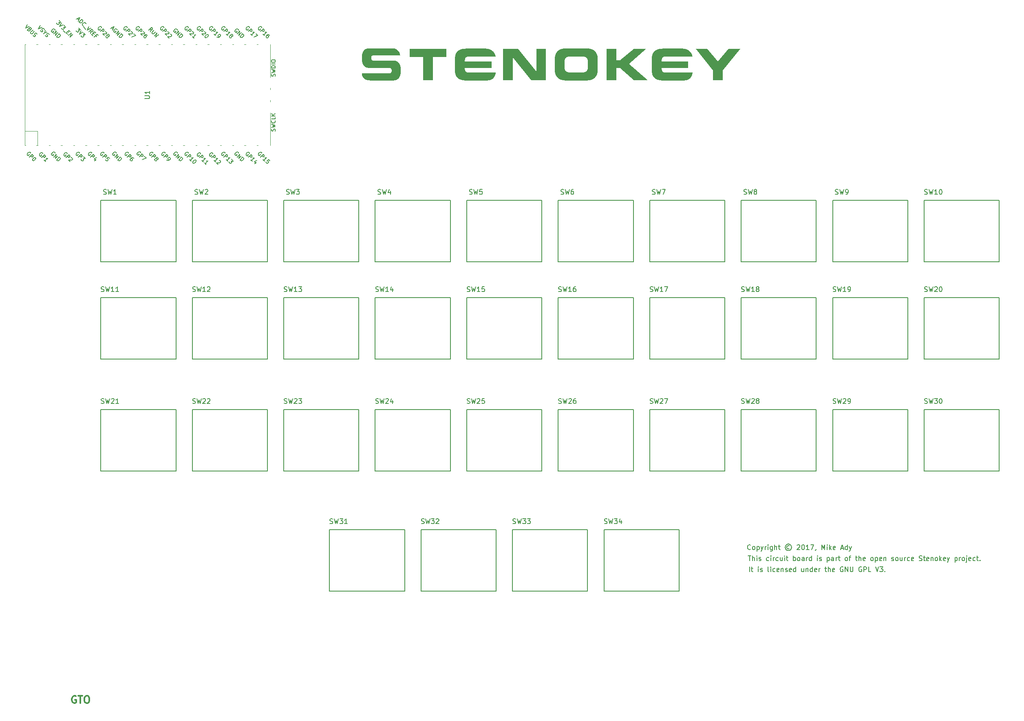
<source format=gbr>
%TF.GenerationSoftware,KiCad,Pcbnew,5.1.10-88a1d61d58~88~ubuntu20.04.1*%
%TF.CreationDate,2021-06-07T00:33:57-07:00*%
%TF.ProjectId,Stenokey,5374656e-6f6b-4657-992e-6b696361645f,1.0*%
%TF.SameCoordinates,Original*%
%TF.FileFunction,Legend,Top*%
%TF.FilePolarity,Positive*%
%FSLAX46Y46*%
G04 Gerber Fmt 4.6, Leading zero omitted, Abs format (unit mm)*
G04 Created by KiCad (PCBNEW 5.1.10-88a1d61d58~88~ubuntu20.04.1) date 2021-06-07 00:33:57*
%MOMM*%
%LPD*%
G01*
G04 APERTURE LIST*
%ADD10C,0.300000*%
%ADD11C,0.150000*%
%ADD12C,0.120000*%
%ADD13C,0.200000*%
%ADD14C,8.400000*%
%ADD15C,3.400000*%
%ADD16O,2.100000X2.100000*%
%ADD17O,2.200000X2.200000*%
%ADD18O,1.900000X1.900000*%
G04 APERTURE END LIST*
D10*
X121035714Y-201250000D02*
X120892857Y-201178571D01*
X120678571Y-201178571D01*
X120464285Y-201250000D01*
X120321428Y-201392857D01*
X120250000Y-201535714D01*
X120178571Y-201821428D01*
X120178571Y-202035714D01*
X120250000Y-202321428D01*
X120321428Y-202464285D01*
X120464285Y-202607142D01*
X120678571Y-202678571D01*
X120821428Y-202678571D01*
X121035714Y-202607142D01*
X121107142Y-202535714D01*
X121107142Y-202035714D01*
X120821428Y-202035714D01*
X121535714Y-201178571D02*
X122392857Y-201178571D01*
X121964285Y-202678571D02*
X121964285Y-201178571D01*
X123178571Y-201178571D02*
X123464285Y-201178571D01*
X123607142Y-201250000D01*
X123750000Y-201392857D01*
X123821428Y-201678571D01*
X123821428Y-202178571D01*
X123750000Y-202464285D01*
X123607142Y-202607142D01*
X123464285Y-202678571D01*
X123178571Y-202678571D01*
X123035714Y-202607142D01*
X122892857Y-202464285D01*
X122821428Y-202178571D01*
X122821428Y-201678571D01*
X122892857Y-201392857D01*
X123035714Y-201250000D01*
X123178571Y-201178571D01*
D11*
%TO.C,SW25*%
X202200000Y-141600000D02*
X202200000Y-154400000D01*
X202200000Y-154400000D02*
X217800000Y-154400000D01*
X217800000Y-154400000D02*
X217800000Y-141600000D01*
X217800000Y-141600000D02*
X202200000Y-141600000D01*
%TO.C,SW15*%
X202200000Y-118350000D02*
X202200000Y-131150000D01*
X202200000Y-131150000D02*
X217800000Y-131150000D01*
X217800000Y-131150000D02*
X217800000Y-118350000D01*
X217800000Y-118350000D02*
X202200000Y-118350000D01*
%TO.C,SW1*%
X126200000Y-98100000D02*
X126200000Y-110900000D01*
X126200000Y-110900000D02*
X141800000Y-110900000D01*
X141800000Y-110900000D02*
X141800000Y-98100000D01*
X141800000Y-98100000D02*
X126200000Y-98100000D01*
D12*
%TO.C,U1*%
X161390000Y-75100000D02*
X161390000Y-74700000D01*
X161390000Y-77700000D02*
X161390000Y-77300000D01*
X161390000Y-65700000D02*
X161390000Y-72500000D01*
X150990000Y-65700000D02*
X151390000Y-65700000D01*
X143290000Y-65700000D02*
X143690000Y-65700000D01*
X117890000Y-65700000D02*
X118290000Y-65700000D01*
X110390000Y-65700000D02*
X110690000Y-65700000D01*
X133190000Y-65700000D02*
X133590000Y-65700000D01*
X148390000Y-65700000D02*
X148790000Y-65700000D01*
X128090000Y-65700000D02*
X128490000Y-65700000D01*
X122990000Y-65700000D02*
X123390000Y-65700000D01*
X135690000Y-65700000D02*
X136090000Y-65700000D01*
X140790000Y-65700000D02*
X141190000Y-65700000D01*
X155990000Y-65700000D02*
X156390000Y-65700000D01*
X158590000Y-65700000D02*
X158990000Y-65700000D01*
X153490000Y-65700000D02*
X153890000Y-65700000D01*
X120490000Y-65700000D02*
X120890000Y-65700000D01*
X112790000Y-65700000D02*
X113190000Y-65700000D01*
X115390000Y-65700000D02*
X115790000Y-65700000D01*
X145890000Y-65700000D02*
X146290000Y-65700000D01*
X138190000Y-65700000D02*
X138590000Y-65700000D01*
X130590000Y-65700000D02*
X130990000Y-65700000D01*
X125490000Y-65700000D02*
X125890000Y-65700000D01*
X158590000Y-86700000D02*
X158990000Y-86700000D01*
X155990000Y-86700000D02*
X156390000Y-86700000D01*
X153490000Y-86700000D02*
X153890000Y-86700000D01*
X150990000Y-86700000D02*
X151390000Y-86700000D01*
X148390000Y-86700000D02*
X148790000Y-86700000D01*
X145890000Y-86700000D02*
X146290000Y-86700000D01*
X143290000Y-86700000D02*
X143690000Y-86700000D01*
X140790000Y-86700000D02*
X141190000Y-86700000D01*
X138190000Y-86700000D02*
X138590000Y-86700000D01*
X135690000Y-86700000D02*
X136090000Y-86700000D01*
X133190000Y-86700000D02*
X133590000Y-86700000D01*
X130590000Y-86700000D02*
X130990000Y-86700000D01*
X128090000Y-86700000D02*
X128490000Y-86700000D01*
X125490000Y-86700000D02*
X125890000Y-86700000D01*
X122990000Y-86700000D02*
X123390000Y-86700000D01*
X120490000Y-86700000D02*
X120890000Y-86700000D01*
X117890000Y-86700000D02*
X118290000Y-86700000D01*
X115390000Y-86700000D02*
X115790000Y-86700000D01*
X112790000Y-86700000D02*
X113190000Y-86700000D01*
X110390000Y-86700000D02*
X110690000Y-86700000D01*
X113057000Y-83693000D02*
X110390000Y-83693000D01*
X113057000Y-86700000D02*
X113057000Y-83693000D01*
X161390000Y-79900000D02*
X161390000Y-86700000D01*
X110390000Y-86700000D02*
X110390000Y-65700000D01*
D11*
%TO.C,SW26*%
X221200000Y-141600000D02*
X221200000Y-154400000D01*
X221200000Y-154400000D02*
X236800000Y-154400000D01*
X236800000Y-154400000D02*
X236800000Y-141600000D01*
X236800000Y-141600000D02*
X221200000Y-141600000D01*
%TO.C,SW16*%
X221200000Y-118350000D02*
X221200000Y-131150000D01*
X221200000Y-131150000D02*
X236800000Y-131150000D01*
X236800000Y-131150000D02*
X236800000Y-118350000D01*
X236800000Y-118350000D02*
X221200000Y-118350000D01*
%TO.C,SW12*%
X145200000Y-118350000D02*
X145200000Y-131150000D01*
X145200000Y-131150000D02*
X160800000Y-131150000D01*
X160800000Y-131150000D02*
X160800000Y-118350000D01*
X160800000Y-118350000D02*
X145200000Y-118350000D01*
%TO.C,SW28*%
X259200000Y-141600000D02*
X259200000Y-154400000D01*
X259200000Y-154400000D02*
X274800000Y-154400000D01*
X274800000Y-154400000D02*
X274800000Y-141600000D01*
X274800000Y-141600000D02*
X259200000Y-141600000D01*
%TO.C,SW27*%
X240200000Y-141600000D02*
X240200000Y-154400000D01*
X240200000Y-154400000D02*
X255800000Y-154400000D01*
X255800000Y-154400000D02*
X255800000Y-141600000D01*
X255800000Y-141600000D02*
X240200000Y-141600000D01*
%TO.C,SW6*%
X221200000Y-98100000D02*
X221200000Y-110900000D01*
X221200000Y-110900000D02*
X236800000Y-110900000D01*
X236800000Y-110900000D02*
X236800000Y-98100000D01*
X236800000Y-98100000D02*
X221200000Y-98100000D01*
%TO.C,SW9*%
X278200000Y-98100000D02*
X278200000Y-110900000D01*
X278200000Y-110900000D02*
X293800000Y-110900000D01*
X293800000Y-110900000D02*
X293800000Y-98100000D01*
X293800000Y-98100000D02*
X278200000Y-98100000D01*
%TO.C,SW5*%
X202200000Y-98100000D02*
X202200000Y-110900000D01*
X202200000Y-110900000D02*
X217800000Y-110900000D01*
X217800000Y-110900000D02*
X217800000Y-98100000D01*
X217800000Y-98100000D02*
X202200000Y-98100000D01*
%TO.C,SW23*%
X164200000Y-141600000D02*
X164200000Y-154400000D01*
X164200000Y-154400000D02*
X179800000Y-154400000D01*
X179800000Y-154400000D02*
X179800000Y-141600000D01*
X179800000Y-141600000D02*
X164200000Y-141600000D01*
%TO.C,SW19*%
X278200000Y-118350000D02*
X278200000Y-131150000D01*
X278200000Y-131150000D02*
X293800000Y-131150000D01*
X293800000Y-131150000D02*
X293800000Y-118350000D01*
X293800000Y-118350000D02*
X278200000Y-118350000D01*
%TO.C,SW31*%
X173700000Y-166600000D02*
X173700000Y-179400000D01*
X173700000Y-179400000D02*
X189300000Y-179400000D01*
X189300000Y-179400000D02*
X189300000Y-166600000D01*
X189300000Y-166600000D02*
X173700000Y-166600000D01*
%TO.C,SW30*%
X297200000Y-141600000D02*
X297200000Y-154400000D01*
X297200000Y-154400000D02*
X312800000Y-154400000D01*
X312800000Y-154400000D02*
X312800000Y-141600000D01*
X312800000Y-141600000D02*
X297200000Y-141600000D01*
%TO.C,SW18*%
X259200000Y-118350000D02*
X259200000Y-131150000D01*
X259200000Y-131150000D02*
X274800000Y-131150000D01*
X274800000Y-131150000D02*
X274800000Y-118350000D01*
X274800000Y-118350000D02*
X259200000Y-118350000D01*
%TO.C,SW14*%
X183200000Y-118350000D02*
X183200000Y-131150000D01*
X183200000Y-131150000D02*
X198800000Y-131150000D01*
X198800000Y-131150000D02*
X198800000Y-118350000D01*
X198800000Y-118350000D02*
X183200000Y-118350000D01*
%TO.C,SW34*%
X230700000Y-166600000D02*
X230700000Y-179400000D01*
X230700000Y-179400000D02*
X246300000Y-179400000D01*
X246300000Y-179400000D02*
X246300000Y-166600000D01*
X246300000Y-166600000D02*
X230700000Y-166600000D01*
%TO.C,SW11*%
X126200000Y-118350000D02*
X126200000Y-131150000D01*
X126200000Y-131150000D02*
X141800000Y-131150000D01*
X141800000Y-131150000D02*
X141800000Y-118350000D01*
X141800000Y-118350000D02*
X126200000Y-118350000D01*
%TO.C,SW20*%
X297200000Y-118350000D02*
X297200000Y-131150000D01*
X297200000Y-131150000D02*
X312800000Y-131150000D01*
X312800000Y-131150000D02*
X312800000Y-118350000D01*
X312800000Y-118350000D02*
X297200000Y-118350000D01*
%TO.C,SW8*%
X259200000Y-98100000D02*
X259200000Y-110900000D01*
X259200000Y-110900000D02*
X274800000Y-110900000D01*
X274800000Y-110900000D02*
X274800000Y-98100000D01*
X274800000Y-98100000D02*
X259200000Y-98100000D01*
%TO.C,SW10*%
X297200000Y-98100000D02*
X297200000Y-110900000D01*
X297200000Y-110900000D02*
X312800000Y-110900000D01*
X312800000Y-110900000D02*
X312800000Y-98100000D01*
X312800000Y-98100000D02*
X297200000Y-98100000D01*
%TO.C,SW33*%
X211700000Y-166600000D02*
X211700000Y-179400000D01*
X211700000Y-179400000D02*
X227300000Y-179400000D01*
X227300000Y-179400000D02*
X227300000Y-166600000D01*
X227300000Y-166600000D02*
X211700000Y-166600000D01*
%TO.C,SW13*%
X164200000Y-118350000D02*
X164200000Y-131150000D01*
X164200000Y-131150000D02*
X179800000Y-131150000D01*
X179800000Y-131150000D02*
X179800000Y-118350000D01*
X179800000Y-118350000D02*
X164200000Y-118350000D01*
%TO.C,SW7*%
X240200000Y-98100000D02*
X240200000Y-110900000D01*
X240200000Y-110900000D02*
X255800000Y-110900000D01*
X255800000Y-110900000D02*
X255800000Y-98100000D01*
X255800000Y-98100000D02*
X240200000Y-98100000D01*
%TO.C,SW29*%
X278200000Y-141600000D02*
X278200000Y-154400000D01*
X278200000Y-154400000D02*
X293800000Y-154400000D01*
X293800000Y-154400000D02*
X293800000Y-141600000D01*
X293800000Y-141600000D02*
X278200000Y-141600000D01*
%TO.C,SW21*%
X126200000Y-141600000D02*
X126200000Y-154400000D01*
X126200000Y-154400000D02*
X141800000Y-154400000D01*
X141800000Y-154400000D02*
X141800000Y-141600000D01*
X141800000Y-141600000D02*
X126200000Y-141600000D01*
%TO.C,SW32*%
X192700000Y-166600000D02*
X192700000Y-179400000D01*
X192700000Y-179400000D02*
X208300000Y-179400000D01*
X208300000Y-179400000D02*
X208300000Y-166600000D01*
X208300000Y-166600000D02*
X192700000Y-166600000D01*
%TO.C,SW17*%
X240200000Y-118350000D02*
X240200000Y-131150000D01*
X240200000Y-131150000D02*
X255800000Y-131150000D01*
X255800000Y-131150000D02*
X255800000Y-118350000D01*
X255800000Y-118350000D02*
X240200000Y-118350000D01*
%TO.C,SW2*%
X145200000Y-98100000D02*
X145200000Y-110900000D01*
X145200000Y-110900000D02*
X160800000Y-110900000D01*
X160800000Y-110900000D02*
X160800000Y-98100000D01*
X160800000Y-98100000D02*
X145200000Y-98100000D01*
%TO.C,SW3*%
X164200000Y-98100000D02*
X164200000Y-110900000D01*
X164200000Y-110900000D02*
X179800000Y-110900000D01*
X179800000Y-110900000D02*
X179800000Y-98100000D01*
X179800000Y-98100000D02*
X164200000Y-98100000D01*
%TO.C,SW24*%
X183200000Y-141600000D02*
X183200000Y-154400000D01*
X183200000Y-154400000D02*
X198800000Y-154400000D01*
X198800000Y-154400000D02*
X198800000Y-141600000D01*
X198800000Y-141600000D02*
X183200000Y-141600000D01*
%TO.C,SW4*%
X183200000Y-98100000D02*
X183200000Y-110900000D01*
X183200000Y-110900000D02*
X198800000Y-110900000D01*
X198800000Y-110900000D02*
X198800000Y-98100000D01*
X198800000Y-98100000D02*
X183200000Y-98100000D01*
%TO.C,SW22*%
X145200000Y-141600000D02*
X145200000Y-154400000D01*
X145200000Y-154400000D02*
X160800000Y-154400000D01*
X160800000Y-154400000D02*
X160800000Y-141600000D01*
X160800000Y-141600000D02*
X145200000Y-141600000D01*
D13*
%TO.C,Z18*%
G36*
X253376778Y-71141452D02*
G01*
X249755308Y-66580735D01*
X252175643Y-66580735D01*
X254379231Y-69253947D01*
X256582828Y-66580735D01*
X259003163Y-66580735D01*
X255381684Y-71141452D01*
X255381684Y-73119265D01*
X253376778Y-73119265D01*
X253376778Y-71141452D01*
G37*
G36*
X242712304Y-70608613D02*
G01*
X242712304Y-70888575D01*
X242715648Y-70914935D01*
X242719401Y-70940611D01*
X242723565Y-70965605D01*
X242728139Y-70989916D01*
X242733122Y-71013544D01*
X242738516Y-71036489D01*
X242744319Y-71058751D01*
X242750533Y-71080331D01*
X242757156Y-71101227D01*
X242764190Y-71121440D01*
X242771633Y-71140971D01*
X242779486Y-71159818D01*
X242787749Y-71177983D01*
X242796423Y-71195465D01*
X242805506Y-71212263D01*
X242814999Y-71228379D01*
X242824902Y-71243812D01*
X242835215Y-71258562D01*
X242845938Y-71272629D01*
X242857071Y-71286013D01*
X242868613Y-71298715D01*
X242880566Y-71310733D01*
X242892929Y-71322068D01*
X242908246Y-71336273D01*
X242923852Y-71349986D01*
X242939746Y-71363207D01*
X242955930Y-71375938D01*
X242972403Y-71388177D01*
X242989164Y-71399925D01*
X243006215Y-71411181D01*
X243023555Y-71421947D01*
X243041183Y-71432221D01*
X243059101Y-71442003D01*
X243077308Y-71451295D01*
X243095803Y-71460095D01*
X243114588Y-71468403D01*
X243133661Y-71476221D01*
X243153024Y-71483547D01*
X243172676Y-71490382D01*
X243192616Y-71496725D01*
X243212846Y-71502578D01*
X243233364Y-71507938D01*
X243254172Y-71512808D01*
X243275268Y-71517186D01*
X243296654Y-71521073D01*
X243318328Y-71524469D01*
X243340292Y-71527374D01*
X243362544Y-71529787D01*
X249088274Y-71529787D01*
X249088143Y-71555070D01*
X249087752Y-71580017D01*
X249087098Y-71604629D01*
X249086184Y-71628904D01*
X249085008Y-71652844D01*
X249083571Y-71676448D01*
X249081873Y-71699716D01*
X249079913Y-71722648D01*
X249077692Y-71745245D01*
X249075210Y-71767506D01*
X249072466Y-71789430D01*
X249069461Y-71811019D01*
X249066195Y-71832273D01*
X249062668Y-71853190D01*
X249058879Y-71873771D01*
X249054829Y-71894017D01*
X249050518Y-71913927D01*
X249045945Y-71933501D01*
X249041111Y-71952739D01*
X249036016Y-71971641D01*
X249030660Y-71990208D01*
X249025042Y-72008438D01*
X249019723Y-72026091D01*
X249014086Y-72043784D01*
X249008132Y-72061518D01*
X249001860Y-72079294D01*
X248995271Y-72097110D01*
X248988365Y-72114967D01*
X248981141Y-72132865D01*
X248973600Y-72150804D01*
X248965741Y-72168785D01*
X248957565Y-72186806D01*
X248949071Y-72204868D01*
X248940261Y-72222971D01*
X248931132Y-72241115D01*
X248921686Y-72259299D01*
X248911923Y-72277525D01*
X248901843Y-72295792D01*
X248891445Y-72314100D01*
X248880729Y-72332449D01*
X248869696Y-72350838D01*
X248858346Y-72369269D01*
X248846678Y-72387741D01*
X248834693Y-72406253D01*
X248822391Y-72424807D01*
X248809771Y-72443402D01*
X248796834Y-72462037D01*
X248783579Y-72480714D01*
X248770007Y-72499431D01*
X248756117Y-72518189D01*
X248741910Y-72536989D01*
X248727386Y-72555829D01*
X248712544Y-72574710D01*
X248697384Y-72593633D01*
X248681908Y-72612596D01*
X248666114Y-72631600D01*
X248650002Y-72650645D01*
X248633573Y-72669731D01*
X248616827Y-72688858D01*
X248599763Y-72708026D01*
X248582382Y-72727235D01*
X248564683Y-72746485D01*
X248546667Y-72765776D01*
X248528334Y-72785108D01*
X248516092Y-72796639D01*
X248503622Y-72808007D01*
X248490923Y-72819213D01*
X248477995Y-72830256D01*
X248464839Y-72841138D01*
X248451455Y-72851857D01*
X248437842Y-72862415D01*
X248424000Y-72872810D01*
X248409930Y-72883042D01*
X248395631Y-72893113D01*
X248381104Y-72903022D01*
X248366348Y-72912768D01*
X248351364Y-72922352D01*
X248336151Y-72931774D01*
X248320710Y-72941033D01*
X248305040Y-72950131D01*
X248289141Y-72959066D01*
X248273014Y-72967839D01*
X248256658Y-72976450D01*
X248240074Y-72984899D01*
X248223262Y-72993186D01*
X248206221Y-73001310D01*
X248188951Y-73009272D01*
X248171453Y-73017072D01*
X248153726Y-73024710D01*
X248135770Y-73032186D01*
X248117587Y-73039499D01*
X248099174Y-73046650D01*
X248080533Y-73053639D01*
X248061664Y-73060466D01*
X248042566Y-73067131D01*
X248023239Y-73073633D01*
X248003684Y-73079973D01*
X247983900Y-73086152D01*
X247963888Y-73092167D01*
X247943647Y-73098021D01*
X247923178Y-73103713D01*
X247902480Y-73109242D01*
X247881554Y-73114609D01*
X247860399Y-73119814D01*
X247839015Y-73124857D01*
X247817403Y-73129738D01*
X247795563Y-73134456D01*
X247773494Y-73139012D01*
X247751196Y-73143406D01*
X247728670Y-73147638D01*
X247705915Y-73151708D01*
X247682932Y-73155615D01*
X247659720Y-73159360D01*
X247636280Y-73162943D01*
X247612611Y-73166364D01*
X247588714Y-73169623D01*
X247564588Y-73172719D01*
X247540233Y-73175654D01*
X247515650Y-73178426D01*
X247490839Y-73181036D01*
X247465799Y-73183484D01*
X247440530Y-73185769D01*
X247415033Y-73187892D01*
X247389307Y-73189854D01*
X247363353Y-73191653D01*
X247337170Y-73193289D01*
X247310759Y-73194764D01*
X247284119Y-73196076D01*
X247257251Y-73197227D01*
X247230154Y-73198215D01*
X247202828Y-73199041D01*
X247175274Y-73199704D01*
X247147492Y-73200206D01*
X247119481Y-73200545D01*
X242874855Y-73191500D01*
X242847736Y-73190542D01*
X242820787Y-73189453D01*
X242794009Y-73188231D01*
X242767402Y-73186877D01*
X242740966Y-73185391D01*
X242714700Y-73183773D01*
X242688604Y-73182023D01*
X242662680Y-73180141D01*
X242636926Y-73178126D01*
X242611343Y-73175979D01*
X242585930Y-73173700D01*
X242560688Y-73171289D01*
X242535617Y-73168746D01*
X242510717Y-73166071D01*
X242485987Y-73163263D01*
X242461428Y-73160323D01*
X242437039Y-73157251D01*
X242412822Y-73154047D01*
X242388775Y-73150711D01*
X242364898Y-73147243D01*
X242341192Y-73143642D01*
X242317657Y-73139910D01*
X242294293Y-73136045D01*
X242271099Y-73132048D01*
X242248076Y-73127919D01*
X242225224Y-73123658D01*
X242202543Y-73119264D01*
X242180032Y-73114739D01*
X242157691Y-73110081D01*
X242135522Y-73105291D01*
X242113523Y-73100369D01*
X242091695Y-73095315D01*
X242070037Y-73090128D01*
X242048550Y-73084810D01*
X242027234Y-73079359D01*
X242006089Y-73073776D01*
X241985114Y-73068061D01*
X241964310Y-73062214D01*
X241943677Y-73056234D01*
X241923214Y-73050123D01*
X241902922Y-73043879D01*
X241882800Y-73037503D01*
X241862850Y-73030995D01*
X241843070Y-73024355D01*
X241823460Y-73017583D01*
X241804022Y-73010679D01*
X241784754Y-73003642D01*
X241765656Y-72996473D01*
X241746730Y-72989172D01*
X241727974Y-72981739D01*
X241709389Y-72974174D01*
X241690974Y-72966477D01*
X241672730Y-72958647D01*
X241654657Y-72950685D01*
X241636755Y-72942591D01*
X241619023Y-72934365D01*
X241601462Y-72926007D01*
X241584071Y-72917517D01*
X241566851Y-72908894D01*
X241549802Y-72900140D01*
X241532924Y-72891253D01*
X241516216Y-72882234D01*
X241499679Y-72873083D01*
X241483313Y-72863799D01*
X241467117Y-72854384D01*
X241451092Y-72844836D01*
X241435238Y-72835157D01*
X241419554Y-72825345D01*
X241404041Y-72815401D01*
X241388699Y-72805324D01*
X241373527Y-72795116D01*
X241358526Y-72784775D01*
X241343696Y-72774303D01*
X241329037Y-72763698D01*
X241314548Y-72752961D01*
X241300230Y-72742092D01*
X241286082Y-72731090D01*
X241272105Y-72719957D01*
X241258299Y-72708691D01*
X241244664Y-72697293D01*
X241231199Y-72685763D01*
X241215753Y-72671896D01*
X241200524Y-72657889D01*
X241185510Y-72643743D01*
X241170712Y-72629458D01*
X241156131Y-72615033D01*
X241141765Y-72600469D01*
X241127616Y-72585765D01*
X241113682Y-72570922D01*
X241099965Y-72555940D01*
X241086463Y-72540818D01*
X241073178Y-72525557D01*
X241060109Y-72510157D01*
X241047255Y-72494617D01*
X241034618Y-72478938D01*
X241022197Y-72463119D01*
X241009991Y-72447162D01*
X240998002Y-72431064D01*
X240986229Y-72414828D01*
X240974672Y-72398452D01*
X240963330Y-72381937D01*
X240952205Y-72365282D01*
X240941296Y-72348488D01*
X240930603Y-72331554D01*
X240920126Y-72314482D01*
X240909865Y-72297270D01*
X240899820Y-72279918D01*
X240889991Y-72262427D01*
X240880378Y-72244797D01*
X240870981Y-72227027D01*
X240861800Y-72209118D01*
X240852835Y-72191070D01*
X240844086Y-72172882D01*
X240835553Y-72154555D01*
X240827236Y-72136089D01*
X240819135Y-72117483D01*
X240811250Y-72098738D01*
X240803581Y-72079854D01*
X240796129Y-72060830D01*
X240788892Y-72041667D01*
X240781871Y-72022364D01*
X240775066Y-72002922D01*
X240768478Y-71983341D01*
X240762105Y-71963620D01*
X240755948Y-71943760D01*
X240750008Y-71923761D01*
X240744283Y-71903622D01*
X240738774Y-71883344D01*
X240733482Y-71862926D01*
X240728405Y-71842369D01*
X240723545Y-71821673D01*
X240718900Y-71800837D01*
X240714472Y-71779862D01*
X240710259Y-71758748D01*
X240706263Y-71737494D01*
X240702483Y-71716101D01*
X240698918Y-71694569D01*
X240695570Y-71672897D01*
X240692437Y-71651086D01*
X240689521Y-71629135D01*
X240686821Y-71607046D01*
X240684337Y-71584816D01*
X240682068Y-71562448D01*
X240680016Y-71539940D01*
X240678180Y-71517292D01*
X240676560Y-71494506D01*
X240675156Y-71471580D01*
X240673967Y-71448514D01*
X240672995Y-71425309D01*
X240672239Y-71401965D01*
X240671699Y-71378482D01*
X240671375Y-71354859D01*
X240671267Y-71331097D01*
X240671267Y-68423073D01*
X240671377Y-68399558D01*
X240671706Y-68376176D01*
X240672255Y-68352925D01*
X240673023Y-68329808D01*
X240674011Y-68306822D01*
X240675218Y-68283969D01*
X240676645Y-68261249D01*
X240678291Y-68238661D01*
X240680157Y-68216205D01*
X240682243Y-68193881D01*
X240684547Y-68171690D01*
X240687072Y-68149632D01*
X240689815Y-68127706D01*
X240692779Y-68105912D01*
X240695962Y-68084251D01*
X240699364Y-68062722D01*
X240702986Y-68041325D01*
X240706827Y-68020061D01*
X240710888Y-67998929D01*
X240715168Y-67977930D01*
X240719668Y-67957063D01*
X240724388Y-67936328D01*
X240729327Y-67915726D01*
X240734485Y-67895256D01*
X240739863Y-67874919D01*
X240745460Y-67854714D01*
X240751277Y-67834641D01*
X240757314Y-67814701D01*
X240763570Y-67794893D01*
X240770045Y-67775218D01*
X240776740Y-67755675D01*
X240783654Y-67736264D01*
X240790788Y-67716986D01*
X240798142Y-67697840D01*
X240805715Y-67678827D01*
X240813507Y-67659946D01*
X240821519Y-67641197D01*
X240829751Y-67622581D01*
X240838202Y-67604097D01*
X240846872Y-67585746D01*
X240855762Y-67567527D01*
X240864872Y-67549440D01*
X240874201Y-67531486D01*
X240883749Y-67513664D01*
X240893517Y-67495974D01*
X240903505Y-67478417D01*
X240913712Y-67460993D01*
X240924138Y-67443701D01*
X240934784Y-67426541D01*
X240945650Y-67409513D01*
X240956735Y-67392618D01*
X240968040Y-67375856D01*
X240979564Y-67359225D01*
X240991307Y-67342727D01*
X241003270Y-67326362D01*
X241015453Y-67310129D01*
X241027855Y-67294028D01*
X241040477Y-67278060D01*
X241053318Y-67262224D01*
X241066378Y-67246521D01*
X241079658Y-67230950D01*
X241093158Y-67215511D01*
X241106877Y-67200205D01*
X241120816Y-67185031D01*
X241134974Y-67169989D01*
X241149352Y-67155080D01*
X241163949Y-67140304D01*
X241178765Y-67125659D01*
X241193802Y-67111148D01*
X241209057Y-67096768D01*
X241224533Y-67082521D01*
X241240227Y-67068406D01*
X241254527Y-67056289D01*
X241268980Y-67044322D01*
X241283585Y-67032504D01*
X241298342Y-67020835D01*
X241313252Y-67009316D01*
X241328314Y-66997947D01*
X241343529Y-66986727D01*
X241358896Y-66975657D01*
X241374415Y-66964736D01*
X241390087Y-66953965D01*
X241405911Y-66943344D01*
X241421888Y-66932872D01*
X241438017Y-66922550D01*
X241454298Y-66912377D01*
X241470732Y-66902354D01*
X241487318Y-66892480D01*
X241504057Y-66882757D01*
X241520948Y-66873182D01*
X241537991Y-66863757D01*
X241555187Y-66854482D01*
X241572535Y-66845356D01*
X241590036Y-66836380D01*
X241607689Y-66827554D01*
X241625494Y-66818877D01*
X241643452Y-66810350D01*
X241661562Y-66801972D01*
X241679825Y-66793744D01*
X241698240Y-66785665D01*
X241716807Y-66777736D01*
X241735527Y-66769957D01*
X241754399Y-66762327D01*
X241773424Y-66754847D01*
X241792601Y-66747516D01*
X241811930Y-66740335D01*
X241831412Y-66733303D01*
X241851046Y-66726421D01*
X241870833Y-66719689D01*
X241890772Y-66713106D01*
X241910863Y-66706673D01*
X241931107Y-66700389D01*
X241951503Y-66694255D01*
X241972052Y-66688271D01*
X241992753Y-66682436D01*
X242013606Y-66676751D01*
X242034612Y-66671215D01*
X242055770Y-66665829D01*
X242077081Y-66660592D01*
X242098544Y-66655505D01*
X242120159Y-66650568D01*
X242141927Y-66645780D01*
X242163847Y-66641141D01*
X242185920Y-66636653D01*
X242208145Y-66632314D01*
X242230522Y-66628124D01*
X242253052Y-66624084D01*
X242275734Y-66620194D01*
X242298569Y-66616453D01*
X242321556Y-66612862D01*
X242344695Y-66609420D01*
X242367987Y-66606128D01*
X242391431Y-66602986D01*
X242415028Y-66599993D01*
X242438777Y-66597149D01*
X242462678Y-66594456D01*
X242486732Y-66591911D01*
X242510938Y-66589517D01*
X242535297Y-66587272D01*
X242559808Y-66585176D01*
X242584471Y-66583230D01*
X242609287Y-66581434D01*
X242634255Y-66579787D01*
X242659376Y-66578290D01*
X242684649Y-66576943D01*
X242710074Y-66575745D01*
X242735652Y-66574696D01*
X242761382Y-66573798D01*
X242787265Y-66573048D01*
X242813300Y-66572449D01*
X242839487Y-66571999D01*
X242865827Y-66571698D01*
X247155602Y-66571698D01*
X247176737Y-66571809D01*
X247197824Y-66572140D01*
X247218863Y-66572693D01*
X247239854Y-66573467D01*
X247260797Y-66574463D01*
X247281692Y-66575679D01*
X247302539Y-66577117D01*
X247323339Y-66578776D01*
X247344090Y-66580656D01*
X247364794Y-66582757D01*
X247385449Y-66585079D01*
X247406057Y-66587622D01*
X247426617Y-66590387D01*
X247447128Y-66593373D01*
X247467592Y-66596580D01*
X247488008Y-66600008D01*
X247508376Y-66603657D01*
X247528696Y-66607528D01*
X247548969Y-66611619D01*
X247569193Y-66615932D01*
X247589369Y-66620466D01*
X247609498Y-66625221D01*
X247629578Y-66630198D01*
X247649611Y-66635395D01*
X247669595Y-66640814D01*
X247689532Y-66646454D01*
X247709421Y-66652315D01*
X247729262Y-66658397D01*
X247749055Y-66664700D01*
X247768800Y-66671225D01*
X247788497Y-66677970D01*
X247808146Y-66684937D01*
X247827748Y-66692125D01*
X247847301Y-66699534D01*
X247866806Y-66707165D01*
X247886264Y-66715016D01*
X247905674Y-66723089D01*
X247925035Y-66731383D01*
X247944349Y-66739898D01*
X247963615Y-66748634D01*
X247982833Y-66757592D01*
X248002003Y-66766770D01*
X248021125Y-66776170D01*
X248040199Y-66785791D01*
X248059225Y-66795633D01*
X248078203Y-66805696D01*
X248097134Y-66815980D01*
X248116016Y-66826486D01*
X248134851Y-66837213D01*
X248153637Y-66848161D01*
X248172376Y-66859330D01*
X248191067Y-66870720D01*
X248209710Y-66882331D01*
X248228304Y-66894164D01*
X248246851Y-66906218D01*
X248265351Y-66918493D01*
X248283802Y-66930989D01*
X248302205Y-66943706D01*
X248320560Y-66956645D01*
X248338868Y-66969804D01*
X248357127Y-66983185D01*
X248375339Y-66996787D01*
X248393502Y-67010610D01*
X248411618Y-67024654D01*
X248429686Y-67038920D01*
X248447705Y-67053407D01*
X248465677Y-67068114D01*
X248483601Y-67083043D01*
X248501477Y-67098193D01*
X248519306Y-67113565D01*
X248534203Y-67126464D01*
X248548940Y-67139611D01*
X248563515Y-67153004D01*
X248577929Y-67166645D01*
X248592182Y-67180533D01*
X248606274Y-67194668D01*
X248620205Y-67209050D01*
X248633974Y-67223680D01*
X248647583Y-67238556D01*
X248661030Y-67253680D01*
X248674316Y-67269050D01*
X248687441Y-67284668D01*
X248700404Y-67300533D01*
X248713207Y-67316645D01*
X248725848Y-67333004D01*
X248738328Y-67349611D01*
X248750647Y-67366464D01*
X248762805Y-67383565D01*
X248774801Y-67400912D01*
X248786637Y-67418507D01*
X248798311Y-67436349D01*
X248809824Y-67454438D01*
X248821176Y-67472774D01*
X248832366Y-67491358D01*
X248843396Y-67510188D01*
X248854264Y-67529266D01*
X248864972Y-67548591D01*
X248875518Y-67568162D01*
X248885902Y-67587981D01*
X248896126Y-67608047D01*
X248906189Y-67628361D01*
X248916090Y-67648921D01*
X248925830Y-67669728D01*
X248935409Y-67690783D01*
X248944827Y-67712085D01*
X248954083Y-67733634D01*
X248963179Y-67755430D01*
X248972113Y-67777473D01*
X248980886Y-67799763D01*
X248989498Y-67822300D01*
X248997949Y-67845085D01*
X249007705Y-67878505D01*
X249016904Y-67910532D01*
X249025546Y-67941165D01*
X249033630Y-67970404D01*
X249041156Y-67998250D01*
X249048125Y-68024702D01*
X249054536Y-68049760D01*
X249060390Y-68073425D01*
X249065686Y-68095696D01*
X249070425Y-68116573D01*
X249074607Y-68136057D01*
X249078230Y-68154147D01*
X249081297Y-68170843D01*
X249083806Y-68186146D01*
X249085757Y-68200055D01*
X249087151Y-68212570D01*
X249087987Y-68223692D01*
X249088266Y-68233420D01*
X243353507Y-68233420D01*
X243330561Y-68233723D01*
X243307961Y-68234634D01*
X243285708Y-68236151D01*
X243263802Y-68238275D01*
X243242243Y-68241006D01*
X243221031Y-68244344D01*
X243200165Y-68248289D01*
X243179647Y-68252840D01*
X243159475Y-68257999D01*
X243139650Y-68263764D01*
X243120171Y-68270137D01*
X243101040Y-68277116D01*
X243082255Y-68284702D01*
X243063818Y-68292895D01*
X243045727Y-68301695D01*
X243027982Y-68311102D01*
X243010585Y-68321115D01*
X242993535Y-68331736D01*
X242976831Y-68342963D01*
X242960474Y-68354798D01*
X242944464Y-68367239D01*
X242928801Y-68380287D01*
X242913485Y-68393942D01*
X242898515Y-68408204D01*
X242883892Y-68423073D01*
X242871133Y-68438419D01*
X242858865Y-68454111D01*
X242847089Y-68470150D01*
X242835803Y-68486536D01*
X242825009Y-68503269D01*
X242814706Y-68520349D01*
X242804895Y-68537775D01*
X242795575Y-68555549D01*
X242786746Y-68573669D01*
X242778408Y-68592135D01*
X242770562Y-68610949D01*
X242763206Y-68630109D01*
X242756343Y-68649617D01*
X242749970Y-68669471D01*
X242744089Y-68689671D01*
X242738699Y-68710219D01*
X242733800Y-68731113D01*
X242729392Y-68752355D01*
X242725476Y-68773943D01*
X242722051Y-68795877D01*
X242719117Y-68818159D01*
X242716675Y-68840787D01*
X242714724Y-68863762D01*
X242713264Y-68887084D01*
X242712295Y-68910753D01*
X242712295Y-69208780D01*
X248221279Y-69208780D01*
X248221279Y-70608605D01*
X242712304Y-70608613D01*
G37*
G36*
X231238005Y-66580735D02*
G01*
X233242915Y-66580735D01*
X233242915Y-68983013D01*
X234082809Y-68983013D01*
X236882450Y-66580735D01*
X239438252Y-66580735D01*
X235898062Y-69777748D01*
X239772409Y-73119265D01*
X236936637Y-73119265D01*
X234028622Y-70608613D01*
X233242915Y-70608613D01*
X233242915Y-73119265D01*
X231238005Y-73119265D01*
X231238005Y-66580735D01*
G37*
G36*
X222880555Y-66508345D02*
G01*
X223765586Y-68188450D01*
X226113763Y-68188450D01*
X226140330Y-68188573D01*
X226166613Y-68188944D01*
X226192612Y-68189563D01*
X226218327Y-68190428D01*
X226243758Y-68191541D01*
X226268904Y-68192901D01*
X226293767Y-68194509D01*
X226318346Y-68196364D01*
X226342640Y-68198466D01*
X226366651Y-68200816D01*
X226390377Y-68203413D01*
X226413819Y-68206257D01*
X226436977Y-68209348D01*
X226459852Y-68212687D01*
X226482442Y-68216273D01*
X226504748Y-68220107D01*
X226526770Y-68224188D01*
X226548507Y-68228516D01*
X226569961Y-68233092D01*
X226591131Y-68237914D01*
X226612016Y-68242985D01*
X226632618Y-68248302D01*
X226652935Y-68253867D01*
X226672968Y-68259679D01*
X226692717Y-68265739D01*
X226712183Y-68272045D01*
X226731364Y-68278599D01*
X226750260Y-68285401D01*
X226768873Y-68292450D01*
X226787202Y-68299746D01*
X226805246Y-68307289D01*
X226823007Y-68315080D01*
X226840483Y-68323118D01*
X226857675Y-68331404D01*
X226874583Y-68339937D01*
X226891207Y-68348717D01*
X226907547Y-68357744D01*
X226923603Y-68367019D01*
X226939375Y-68376542D01*
X226954862Y-68386311D01*
X226970065Y-68396328D01*
X226984985Y-68406592D01*
X226999620Y-68417104D01*
X227013971Y-68427863D01*
X227028037Y-68438869D01*
X227041820Y-68450122D01*
X227055319Y-68461623D01*
X227068533Y-68473372D01*
X227081463Y-68485367D01*
X227094110Y-68497610D01*
X227106472Y-68510100D01*
X227118549Y-68522838D01*
X227130343Y-68535823D01*
X227141853Y-68549055D01*
X227153078Y-68562535D01*
X227164019Y-68576262D01*
X227174676Y-68590236D01*
X227185049Y-68604458D01*
X227195138Y-68618927D01*
X227204943Y-68633644D01*
X227214463Y-68648607D01*
X227223699Y-68663819D01*
X227232652Y-68679277D01*
X227241320Y-68694983D01*
X227249703Y-68710936D01*
X227257803Y-68727136D01*
X227265618Y-68743584D01*
X227273150Y-68760280D01*
X227280397Y-68777222D01*
X227287360Y-68794412D01*
X227294038Y-68811849D01*
X227300433Y-68829534D01*
X227306543Y-68847466D01*
X227312370Y-68865645D01*
X227317912Y-68884072D01*
X227323169Y-68902746D01*
X227328143Y-68921668D01*
X227332832Y-68940836D01*
X227337238Y-68960253D01*
X227341359Y-68979916D01*
X227345196Y-68999827D01*
X227348748Y-69019985D01*
X227352017Y-69040391D01*
X227355001Y-69061044D01*
X227357701Y-69081944D01*
X227360117Y-69103092D01*
X227362248Y-69124487D01*
X227364096Y-69146129D01*
X227365659Y-69168019D01*
X227366938Y-69190156D01*
X227367933Y-69212540D01*
X227368643Y-69235172D01*
X227369070Y-69258051D01*
X227369212Y-69281178D01*
X227369212Y-70410067D01*
X227369070Y-70434415D01*
X227368645Y-70458491D01*
X227367937Y-70482295D01*
X227366946Y-70505826D01*
X227365672Y-70529085D01*
X227364114Y-70552072D01*
X227362273Y-70574787D01*
X227360149Y-70597230D01*
X227357742Y-70619400D01*
X227355051Y-70641299D01*
X227352077Y-70662925D01*
X227348821Y-70684279D01*
X227345280Y-70705360D01*
X227341457Y-70726170D01*
X227337351Y-70746707D01*
X227332961Y-70766973D01*
X227328288Y-70786966D01*
X227323332Y-70806687D01*
X227318092Y-70826135D01*
X227312570Y-70845312D01*
X227306764Y-70864216D01*
X227300675Y-70882849D01*
X227294303Y-70901209D01*
X227287648Y-70919297D01*
X227280709Y-70937113D01*
X227273487Y-70954656D01*
X227265982Y-70971928D01*
X227258194Y-70988928D01*
X227250123Y-71005655D01*
X227241768Y-71022110D01*
X227233130Y-71038294D01*
X227224209Y-71054205D01*
X227215005Y-71069844D01*
X227205518Y-71085211D01*
X227195747Y-71100305D01*
X227185693Y-71115128D01*
X227175356Y-71129679D01*
X227164736Y-71143957D01*
X227153833Y-71157964D01*
X227142646Y-71171698D01*
X227131176Y-71185161D01*
X227119423Y-71198351D01*
X227107387Y-71211269D01*
X227095068Y-71223915D01*
X227082465Y-71236289D01*
X227069579Y-71248391D01*
X227056410Y-71260221D01*
X227042958Y-71271779D01*
X227029223Y-71283065D01*
X227015204Y-71294079D01*
X227000902Y-71304821D01*
X226986317Y-71315291D01*
X226971449Y-71325489D01*
X226956298Y-71335415D01*
X226940863Y-71345069D01*
X226925146Y-71354450D01*
X226909145Y-71363560D01*
X226892860Y-71372398D01*
X226876293Y-71380964D01*
X226859443Y-71389258D01*
X226842309Y-71397280D01*
X226824892Y-71405029D01*
X226807192Y-71412507D01*
X226789208Y-71419713D01*
X226770942Y-71426647D01*
X226752392Y-71433309D01*
X226733559Y-71439699D01*
X226714443Y-71445817D01*
X226695044Y-71451663D01*
X226675362Y-71457237D01*
X226655396Y-71462540D01*
X226635147Y-71467570D01*
X226614615Y-71472328D01*
X226593800Y-71476814D01*
X226572701Y-71481029D01*
X226551320Y-71484971D01*
X226529655Y-71488642D01*
X226507707Y-71492041D01*
X226485476Y-71495167D01*
X226462961Y-71498022D01*
X226440164Y-71500605D01*
X226417083Y-71502916D01*
X226393719Y-71504955D01*
X226370072Y-71506723D01*
X226346142Y-71508218D01*
X226321928Y-71509441D01*
X226297432Y-71510393D01*
X226272652Y-71511073D01*
X226247589Y-71511480D01*
X226222242Y-71511616D01*
X223657107Y-71511616D01*
X223631760Y-71511480D01*
X223606697Y-71511073D01*
X223581918Y-71510393D01*
X223557421Y-71509441D01*
X223533207Y-71508218D01*
X223509277Y-71506723D01*
X223485630Y-71504955D01*
X223462266Y-71502916D01*
X223439185Y-71500605D01*
X223416388Y-71498022D01*
X223393873Y-71495167D01*
X223371642Y-71492041D01*
X223349694Y-71488642D01*
X223328029Y-71484971D01*
X223306648Y-71481029D01*
X223285549Y-71476814D01*
X223264734Y-71472328D01*
X223244202Y-71467570D01*
X223223953Y-71462540D01*
X223203988Y-71457237D01*
X223184305Y-71451663D01*
X223164906Y-71445817D01*
X223145790Y-71439699D01*
X223126957Y-71433309D01*
X223108407Y-71426647D01*
X223090141Y-71419713D01*
X223072157Y-71412507D01*
X223054457Y-71405029D01*
X223037040Y-71397280D01*
X223019907Y-71389258D01*
X223003056Y-71380964D01*
X222986489Y-71372398D01*
X222970205Y-71363560D01*
X222954204Y-71354450D01*
X222938486Y-71345069D01*
X222923051Y-71335415D01*
X222907900Y-71325489D01*
X222893032Y-71315291D01*
X222878447Y-71304821D01*
X222864145Y-71294079D01*
X222850126Y-71283065D01*
X222836391Y-71271779D01*
X222822939Y-71260221D01*
X222809770Y-71248391D01*
X222796884Y-71236289D01*
X222784281Y-71223915D01*
X222771962Y-71211269D01*
X222759926Y-71198351D01*
X222748173Y-71185161D01*
X222736703Y-71171698D01*
X222725516Y-71157964D01*
X222714613Y-71143957D01*
X222703993Y-71129679D01*
X222693656Y-71115128D01*
X222683602Y-71100305D01*
X222673831Y-71085211D01*
X222664344Y-71069844D01*
X222655140Y-71054205D01*
X222646219Y-71038294D01*
X222637581Y-71022110D01*
X222629226Y-71005655D01*
X222621155Y-70988928D01*
X222613367Y-70971928D01*
X222605862Y-70954656D01*
X222598640Y-70937113D01*
X222591702Y-70919297D01*
X222585046Y-70901209D01*
X222578674Y-70882849D01*
X222572585Y-70864216D01*
X222566779Y-70845312D01*
X222561257Y-70826135D01*
X222556017Y-70806687D01*
X222551061Y-70786966D01*
X222546388Y-70766973D01*
X222541999Y-70746707D01*
X222537892Y-70726170D01*
X222534069Y-70705360D01*
X222530529Y-70684279D01*
X222527272Y-70662925D01*
X222524298Y-70641299D01*
X222521608Y-70619400D01*
X222519200Y-70597230D01*
X222517076Y-70574787D01*
X222515235Y-70552072D01*
X222513678Y-70529085D01*
X222512403Y-70505826D01*
X222511412Y-70482295D01*
X222510704Y-70458491D01*
X222510279Y-70434415D01*
X222510138Y-70410067D01*
X222510138Y-69281178D01*
X222510280Y-69258051D01*
X222510706Y-69235172D01*
X222511417Y-69212540D01*
X222512411Y-69190156D01*
X222513690Y-69168019D01*
X222515253Y-69146129D01*
X222517101Y-69124487D01*
X222519232Y-69103092D01*
X222521648Y-69081944D01*
X222524348Y-69061044D01*
X222527333Y-69040391D01*
X222530601Y-69019985D01*
X222534154Y-68999827D01*
X222537991Y-68979916D01*
X222542112Y-68960253D01*
X222546517Y-68940836D01*
X222551206Y-68921668D01*
X222556180Y-68902746D01*
X222561438Y-68884072D01*
X222566980Y-68865645D01*
X222572806Y-68847466D01*
X222578916Y-68829534D01*
X222585311Y-68811849D01*
X222591989Y-68794412D01*
X222598952Y-68777222D01*
X222606200Y-68760280D01*
X222613731Y-68743584D01*
X222621546Y-68727136D01*
X222629646Y-68710936D01*
X222638030Y-68694983D01*
X222646698Y-68679277D01*
X222655650Y-68663819D01*
X222664886Y-68648607D01*
X222674406Y-68633644D01*
X222684211Y-68618927D01*
X222694300Y-68604458D01*
X222704673Y-68590236D01*
X222715330Y-68576262D01*
X222726271Y-68562535D01*
X222737497Y-68549055D01*
X222749006Y-68535823D01*
X222760800Y-68522838D01*
X222772878Y-68510100D01*
X222785240Y-68497610D01*
X222797886Y-68485367D01*
X222810816Y-68473372D01*
X222824030Y-68461623D01*
X222837529Y-68450122D01*
X222851312Y-68438869D01*
X222865379Y-68427863D01*
X222879729Y-68417104D01*
X222894365Y-68406592D01*
X222909284Y-68396328D01*
X222924487Y-68386311D01*
X222939975Y-68376542D01*
X222955746Y-68367019D01*
X222971802Y-68357744D01*
X222988142Y-68348717D01*
X223004766Y-68339937D01*
X223021674Y-68331404D01*
X223038866Y-68323118D01*
X223056342Y-68315080D01*
X223074103Y-68307289D01*
X223092147Y-68299746D01*
X223110476Y-68292450D01*
X223129089Y-68285401D01*
X223147986Y-68278599D01*
X223167167Y-68272045D01*
X223186632Y-68265739D01*
X223206381Y-68259679D01*
X223226414Y-68253867D01*
X223246731Y-68248302D01*
X223267333Y-68242985D01*
X223288218Y-68237914D01*
X223309388Y-68233092D01*
X223330842Y-68228516D01*
X223352580Y-68224188D01*
X223374602Y-68220107D01*
X223396908Y-68216273D01*
X223419498Y-68212687D01*
X223442372Y-68209348D01*
X223465530Y-68206257D01*
X223488972Y-68203413D01*
X223512699Y-68200816D01*
X223536709Y-68198466D01*
X223561004Y-68196364D01*
X223585582Y-68194509D01*
X223610445Y-68192901D01*
X223635592Y-68191541D01*
X223661022Y-68190428D01*
X223686737Y-68189563D01*
X223712736Y-68188944D01*
X223739019Y-68188573D01*
X223765586Y-68188450D01*
X222880555Y-66508345D01*
X222855466Y-66508410D01*
X222830509Y-66508604D01*
X222805684Y-66508929D01*
X222780990Y-66509383D01*
X222756428Y-66509966D01*
X222731997Y-66510680D01*
X222707698Y-66511523D01*
X222683531Y-66512496D01*
X222659496Y-66513599D01*
X222635592Y-66514832D01*
X222611820Y-66516194D01*
X222588180Y-66517686D01*
X222564671Y-66519307D01*
X222541294Y-66521059D01*
X222518048Y-66522940D01*
X222494935Y-66524951D01*
X222471953Y-66527092D01*
X222449102Y-66529362D01*
X222426384Y-66531762D01*
X222403797Y-66534292D01*
X222381342Y-66536951D01*
X222359018Y-66539741D01*
X222336826Y-66542660D01*
X222314766Y-66545709D01*
X222292837Y-66548887D01*
X222271040Y-66552195D01*
X222249375Y-66555633D01*
X222227842Y-66559201D01*
X222206440Y-66562898D01*
X222185170Y-66566726D01*
X222164031Y-66570683D01*
X222143024Y-66574769D01*
X222122149Y-66578986D01*
X222101406Y-66583332D01*
X222080794Y-66587807D01*
X222060314Y-66592413D01*
X222039966Y-66597148D01*
X222019749Y-66602013D01*
X221999664Y-66607008D01*
X221979711Y-66612133D01*
X221959889Y-66617387D01*
X221940199Y-66622771D01*
X221920641Y-66628284D01*
X221901215Y-66633928D01*
X221881920Y-66639701D01*
X221862757Y-66645604D01*
X221843725Y-66651636D01*
X221824825Y-66657799D01*
X221806057Y-66664091D01*
X221787421Y-66670512D01*
X221768916Y-66677064D01*
X221750543Y-66683745D01*
X221732302Y-66690556D01*
X221714192Y-66697497D01*
X221696214Y-66704567D01*
X221678368Y-66711767D01*
X221660653Y-66719097D01*
X221643070Y-66726557D01*
X221625619Y-66734146D01*
X221608299Y-66741865D01*
X221591112Y-66749714D01*
X221574056Y-66757692D01*
X221557131Y-66765801D01*
X221540338Y-66774039D01*
X221523677Y-66782406D01*
X221507148Y-66790904D01*
X221490750Y-66799531D01*
X221474484Y-66808288D01*
X221458350Y-66817174D01*
X221442347Y-66826191D01*
X221426476Y-66835337D01*
X221410737Y-66844612D01*
X221395130Y-66854018D01*
X221379654Y-66863553D01*
X221364310Y-66873218D01*
X221349097Y-66883012D01*
X221334017Y-66892937D01*
X221319068Y-66902991D01*
X221304250Y-66913175D01*
X221289565Y-66923488D01*
X221275011Y-66933932D01*
X221260588Y-66944504D01*
X221246298Y-66955207D01*
X221232139Y-66966040D01*
X221218112Y-66977002D01*
X221204216Y-66988094D01*
X221190453Y-66999315D01*
X221176820Y-67010666D01*
X221163320Y-67022147D01*
X221149951Y-67033758D01*
X221136714Y-67045499D01*
X221123609Y-67057369D01*
X221110636Y-67069369D01*
X221097794Y-67081498D01*
X221085084Y-67093758D01*
X221072505Y-67106147D01*
X221060058Y-67118666D01*
X221047743Y-67131314D01*
X221035560Y-67144092D01*
X221023508Y-67157000D01*
X221011588Y-67170038D01*
X220999800Y-67183205D01*
X220988143Y-67196502D01*
X220976618Y-67209929D01*
X220965225Y-67223486D01*
X220953964Y-67237172D01*
X220942834Y-67250988D01*
X220931836Y-67264934D01*
X220920970Y-67279009D01*
X220910235Y-67293214D01*
X220899632Y-67307549D01*
X220889161Y-67322014D01*
X220878821Y-67336608D01*
X220868613Y-67351332D01*
X220858537Y-67366186D01*
X220848593Y-67381169D01*
X220838780Y-67396282D01*
X220829099Y-67411525D01*
X220819550Y-67426898D01*
X220810132Y-67442400D01*
X220800846Y-67458032D01*
X220791692Y-67473793D01*
X220782670Y-67489685D01*
X220773779Y-67505706D01*
X220765020Y-67521857D01*
X220756392Y-67538137D01*
X220747897Y-67554548D01*
X220739533Y-67571088D01*
X220731301Y-67587757D01*
X220723200Y-67604557D01*
X220715231Y-67621486D01*
X220707394Y-67638545D01*
X220699689Y-67655733D01*
X220692115Y-67673052D01*
X220684673Y-67690500D01*
X220677363Y-67708077D01*
X220670184Y-67725785D01*
X220663137Y-67743622D01*
X220656222Y-67761589D01*
X220649439Y-67779685D01*
X220642787Y-67797912D01*
X220636267Y-67816267D01*
X220629879Y-67834753D01*
X220623622Y-67853369D01*
X220617497Y-67872114D01*
X220611504Y-67890988D01*
X220605643Y-67909993D01*
X220599913Y-67929127D01*
X220594315Y-67948391D01*
X220588848Y-67967785D01*
X220583514Y-67987308D01*
X220578311Y-68006961D01*
X220573240Y-68026744D01*
X220568300Y-68046656D01*
X220563493Y-68066699D01*
X220558817Y-68086871D01*
X220554272Y-68107172D01*
X220549860Y-68127603D01*
X220545579Y-68148164D01*
X220541430Y-68168855D01*
X220537412Y-68189676D01*
X220533526Y-68210626D01*
X220529772Y-68231706D01*
X220526150Y-68252915D01*
X220522659Y-68274254D01*
X220519301Y-68295723D01*
X220516073Y-68317322D01*
X220512978Y-68339051D01*
X220510014Y-68360909D01*
X220507182Y-68382896D01*
X220504482Y-68405014D01*
X220501913Y-68427261D01*
X220499477Y-68449638D01*
X220497171Y-68472145D01*
X220494998Y-68494781D01*
X220492956Y-68517547D01*
X220491046Y-68540443D01*
X220489268Y-68563468D01*
X220487622Y-68586623D01*
X220486107Y-68609908D01*
X220484724Y-68633323D01*
X220483472Y-68656867D01*
X220482353Y-68680541D01*
X220481365Y-68704345D01*
X220480509Y-68728278D01*
X220479784Y-68752341D01*
X220479191Y-68776534D01*
X220478730Y-68800856D01*
X220478401Y-68825308D01*
X220478203Y-68849890D01*
X220478138Y-68874602D01*
X220478138Y-70825462D01*
X220478203Y-70850173D01*
X220478401Y-70874755D01*
X220478730Y-70899207D01*
X220479191Y-70923530D01*
X220479784Y-70947723D01*
X220480509Y-70971786D01*
X220481365Y-70995719D01*
X220482353Y-71019523D01*
X220483472Y-71043197D01*
X220484724Y-71066741D01*
X220486107Y-71090156D01*
X220487622Y-71113440D01*
X220489268Y-71136596D01*
X220491046Y-71159621D01*
X220492956Y-71182517D01*
X220494998Y-71205283D01*
X220497171Y-71227919D01*
X220499477Y-71250426D01*
X220501913Y-71272803D01*
X220504482Y-71295050D01*
X220507182Y-71317167D01*
X220510014Y-71339155D01*
X220512978Y-71361013D01*
X220516073Y-71382742D01*
X220519301Y-71404340D01*
X220522659Y-71425809D01*
X220526150Y-71447149D01*
X220529772Y-71468358D01*
X220533526Y-71489438D01*
X220537412Y-71510388D01*
X220541430Y-71531209D01*
X220545579Y-71551899D01*
X220549860Y-71572460D01*
X220554272Y-71592892D01*
X220558817Y-71613193D01*
X220563493Y-71633365D01*
X220568300Y-71653407D01*
X220573240Y-71673320D01*
X220578311Y-71693103D01*
X220583514Y-71712756D01*
X220588848Y-71732279D01*
X220594315Y-71751673D01*
X220599913Y-71770937D01*
X220605643Y-71790071D01*
X220611504Y-71809075D01*
X220617497Y-71827950D01*
X220623622Y-71846695D01*
X220629879Y-71865311D01*
X220636267Y-71883796D01*
X220642787Y-71902152D01*
X220649439Y-71920378D01*
X220656222Y-71938475D01*
X220663137Y-71956442D01*
X220670184Y-71974279D01*
X220677363Y-71991986D01*
X220684673Y-72009564D01*
X220692115Y-72027012D01*
X220699689Y-72044330D01*
X220707394Y-72061519D01*
X220715231Y-72078578D01*
X220723200Y-72095507D01*
X220731301Y-72112306D01*
X220739533Y-72128976D01*
X220747897Y-72145516D01*
X220756392Y-72161926D01*
X220765020Y-72178207D01*
X220773779Y-72194358D01*
X220782670Y-72210379D01*
X220791692Y-72226270D01*
X220800846Y-72242032D01*
X220810132Y-72257664D01*
X220819550Y-72273166D01*
X220829099Y-72288539D01*
X220838780Y-72303782D01*
X220848593Y-72318895D01*
X220858537Y-72333878D01*
X220868613Y-72348732D01*
X220878821Y-72363456D01*
X220889161Y-72378050D01*
X220899632Y-72392515D01*
X220910235Y-72406850D01*
X220920970Y-72421055D01*
X220931836Y-72435130D01*
X220942834Y-72449076D01*
X220953964Y-72462892D01*
X220965225Y-72476578D01*
X220976618Y-72490135D01*
X220988143Y-72503561D01*
X220999800Y-72516858D01*
X221011588Y-72530026D01*
X221023508Y-72543063D01*
X221035560Y-72555971D01*
X221047743Y-72568750D01*
X221060058Y-72581398D01*
X221072505Y-72593917D01*
X221085084Y-72606306D01*
X221097794Y-72618565D01*
X221110636Y-72630695D01*
X221123609Y-72642695D01*
X221136714Y-72654565D01*
X221149951Y-72666305D01*
X221163320Y-72677916D01*
X221176820Y-72689397D01*
X221190453Y-72700749D01*
X221204216Y-72711970D01*
X221218112Y-72723062D01*
X221232139Y-72734024D01*
X221246298Y-72744857D01*
X221260588Y-72755559D01*
X221275011Y-72766132D01*
X221289565Y-72776575D01*
X221304250Y-72786889D01*
X221319068Y-72797073D01*
X221334017Y-72807127D01*
X221349097Y-72817051D01*
X221364310Y-72826846D01*
X221379654Y-72836511D01*
X221395130Y-72846046D01*
X221410737Y-72855451D01*
X221426476Y-72864727D01*
X221442347Y-72873873D01*
X221458350Y-72882890D01*
X221474484Y-72891776D01*
X221490750Y-72900533D01*
X221507148Y-72909160D01*
X221523677Y-72917657D01*
X221540338Y-72926025D01*
X221557131Y-72934263D01*
X221574056Y-72942371D01*
X221591112Y-72950350D01*
X221608299Y-72958199D01*
X221625619Y-72965918D01*
X221643070Y-72973507D01*
X221660653Y-72980966D01*
X221678368Y-72988296D01*
X221696214Y-72995496D01*
X221714192Y-73002567D01*
X221732302Y-73009508D01*
X221750543Y-73016319D01*
X221768916Y-73023000D01*
X221787421Y-73029551D01*
X221806057Y-73035973D01*
X221824825Y-73042265D01*
X221843725Y-73048427D01*
X221862757Y-73054460D01*
X221881920Y-73060363D01*
X221901215Y-73066136D01*
X221920641Y-73071779D01*
X221940199Y-73077293D01*
X221959889Y-73082677D01*
X221979711Y-73087931D01*
X221999664Y-73093056D01*
X222019749Y-73098050D01*
X222039966Y-73102915D01*
X222060314Y-73107651D01*
X222080794Y-73112256D01*
X222101406Y-73116732D01*
X222122149Y-73121078D01*
X222143024Y-73125295D01*
X222164031Y-73129381D01*
X222185170Y-73133338D01*
X222206440Y-73137165D01*
X222227842Y-73140863D01*
X222249375Y-73144430D01*
X222271040Y-73147868D01*
X222292837Y-73151177D01*
X222314766Y-73154355D01*
X222336826Y-73157404D01*
X222359018Y-73160323D01*
X222381342Y-73163112D01*
X222403797Y-73165772D01*
X222426384Y-73168302D01*
X222449102Y-73170702D01*
X222471953Y-73172972D01*
X222494935Y-73175113D01*
X222518048Y-73177124D01*
X222541294Y-73179005D01*
X222564671Y-73180756D01*
X222588180Y-73182378D01*
X222611820Y-73183870D01*
X222635592Y-73185232D01*
X222659496Y-73186465D01*
X222683531Y-73187567D01*
X222707698Y-73188540D01*
X222731997Y-73189384D01*
X222756428Y-73190097D01*
X222780990Y-73190681D01*
X222805684Y-73191135D01*
X222830509Y-73191460D01*
X222855466Y-73191654D01*
X222880555Y-73191719D01*
X227007613Y-73191719D01*
X227032759Y-73191655D01*
X227057774Y-73191462D01*
X227082658Y-73191141D01*
X227107410Y-73190692D01*
X227132031Y-73190114D01*
X227156521Y-73189408D01*
X227180879Y-73188574D01*
X227205106Y-73187611D01*
X227229202Y-73186519D01*
X227253167Y-73185300D01*
X227277000Y-73183952D01*
X227300702Y-73182475D01*
X227324273Y-73180870D01*
X227347713Y-73179137D01*
X227371021Y-73177275D01*
X227394198Y-73175285D01*
X227417243Y-73173167D01*
X227440158Y-73170920D01*
X227462941Y-73168545D01*
X227485592Y-73166041D01*
X227508113Y-73163409D01*
X227530502Y-73160649D01*
X227552760Y-73157760D01*
X227574887Y-73154743D01*
X227596882Y-73151598D01*
X227618746Y-73148324D01*
X227640478Y-73144922D01*
X227662080Y-73141391D01*
X227683550Y-73137732D01*
X227704889Y-73133945D01*
X227726096Y-73130029D01*
X227747173Y-73125985D01*
X227768117Y-73121812D01*
X227788931Y-73117511D01*
X227809613Y-73113082D01*
X227830164Y-73108524D01*
X227850584Y-73103838D01*
X227870873Y-73099024D01*
X227891030Y-73094081D01*
X227911056Y-73089009D01*
X227930950Y-73083810D01*
X227950714Y-73078482D01*
X227970345Y-73073025D01*
X227989846Y-73067441D01*
X228009216Y-73061728D01*
X228028454Y-73055886D01*
X228047560Y-73049916D01*
X228066536Y-73043818D01*
X228085380Y-73037591D01*
X228104093Y-73031236D01*
X228122675Y-73024753D01*
X228141125Y-73018141D01*
X228159444Y-73011401D01*
X228177631Y-73004532D01*
X228195688Y-72997535D01*
X228213613Y-72990410D01*
X228231407Y-72983156D01*
X228249069Y-72975774D01*
X228266600Y-72968264D01*
X228284000Y-72960625D01*
X228301269Y-72952857D01*
X228318406Y-72944962D01*
X228335412Y-72936938D01*
X228352287Y-72928786D01*
X228369030Y-72920505D01*
X228385642Y-72912096D01*
X228402123Y-72903558D01*
X228418472Y-72894892D01*
X228434690Y-72886098D01*
X228450777Y-72877175D01*
X228466733Y-72868124D01*
X228482557Y-72858945D01*
X228498250Y-72849637D01*
X228513812Y-72840201D01*
X228529242Y-72830637D01*
X228544541Y-72820944D01*
X228559709Y-72811123D01*
X228574745Y-72801173D01*
X228589650Y-72791095D01*
X228604424Y-72780889D01*
X228619066Y-72770554D01*
X228633578Y-72760091D01*
X228647957Y-72749499D01*
X228662206Y-72738779D01*
X228676323Y-72727931D01*
X228690309Y-72716954D01*
X228704164Y-72705849D01*
X228717887Y-72694616D01*
X228731479Y-72683254D01*
X228744940Y-72671764D01*
X228758269Y-72660146D01*
X228771467Y-72648399D01*
X228784534Y-72636524D01*
X228797470Y-72624520D01*
X228810274Y-72612388D01*
X228822946Y-72600128D01*
X228835488Y-72587739D01*
X228847898Y-72575222D01*
X228860177Y-72562576D01*
X228872325Y-72549803D01*
X228884341Y-72536900D01*
X228896226Y-72523870D01*
X228907980Y-72510711D01*
X228919602Y-72497423D01*
X228931093Y-72484008D01*
X228942453Y-72470464D01*
X228953681Y-72456791D01*
X228964778Y-72442990D01*
X228975744Y-72429061D01*
X228986578Y-72415004D01*
X228997281Y-72400818D01*
X229007853Y-72386504D01*
X229018294Y-72372061D01*
X229028603Y-72357490D01*
X229038781Y-72342791D01*
X229048827Y-72327963D01*
X229058743Y-72313007D01*
X229068526Y-72297922D01*
X229078179Y-72282709D01*
X229087700Y-72267368D01*
X229097090Y-72251898D01*
X229106349Y-72236301D01*
X229115476Y-72220574D01*
X229124472Y-72204720D01*
X229133337Y-72188736D01*
X229142070Y-72172625D01*
X229150672Y-72156385D01*
X229159143Y-72140017D01*
X229167482Y-72123521D01*
X229175690Y-72106896D01*
X229183767Y-72090142D01*
X229191713Y-72073261D01*
X229199527Y-72056251D01*
X229207210Y-72039112D01*
X229214761Y-72021846D01*
X229222181Y-72004451D01*
X229229470Y-71986927D01*
X229236628Y-71969275D01*
X229243654Y-71951495D01*
X229250549Y-71933587D01*
X229257312Y-71915550D01*
X229263944Y-71897385D01*
X229270445Y-71879091D01*
X229276815Y-71860669D01*
X229283053Y-71842119D01*
X229289160Y-71823440D01*
X229295135Y-71804633D01*
X229300980Y-71785697D01*
X229306693Y-71766633D01*
X229312274Y-71747441D01*
X229317725Y-71728121D01*
X229323044Y-71708672D01*
X229328231Y-71689095D01*
X229333287Y-71669389D01*
X229338212Y-71649555D01*
X229343006Y-71629593D01*
X229347668Y-71609502D01*
X229352199Y-71589283D01*
X229356599Y-71568936D01*
X229360867Y-71548460D01*
X229365004Y-71527856D01*
X229369010Y-71507123D01*
X229372884Y-71486262D01*
X229376627Y-71465273D01*
X229380239Y-71444156D01*
X229383719Y-71422910D01*
X229387068Y-71401535D01*
X229390286Y-71380033D01*
X229393373Y-71358402D01*
X229396328Y-71336642D01*
X229399151Y-71314755D01*
X229401844Y-71292738D01*
X229404405Y-71270594D01*
X229406834Y-71248321D01*
X229409133Y-71225920D01*
X229411300Y-71203391D01*
X229413335Y-71180733D01*
X229415240Y-71157946D01*
X229417013Y-71135032D01*
X229418655Y-71111989D01*
X229420165Y-71088818D01*
X229421544Y-71065518D01*
X229422792Y-71042090D01*
X229423908Y-71018534D01*
X229424893Y-70994849D01*
X229425747Y-70971036D01*
X229426469Y-70947094D01*
X229427060Y-70923025D01*
X229427520Y-70898826D01*
X229427848Y-70874500D01*
X229428045Y-70850045D01*
X229428111Y-70825462D01*
X229428111Y-68874602D01*
X229428045Y-68850019D01*
X229427848Y-68825564D01*
X229427520Y-68801237D01*
X229427060Y-68777039D01*
X229426469Y-68752969D01*
X229425747Y-68729028D01*
X229424893Y-68705215D01*
X229423908Y-68681530D01*
X229422792Y-68657974D01*
X229421544Y-68634546D01*
X229420165Y-68611246D01*
X229418655Y-68588075D01*
X229417013Y-68565032D01*
X229415240Y-68542117D01*
X229413335Y-68519331D01*
X229411300Y-68496673D01*
X229409133Y-68474144D01*
X229406834Y-68451743D01*
X229404405Y-68429470D01*
X229401844Y-68407325D01*
X229399151Y-68385309D01*
X229396328Y-68363421D01*
X229393373Y-68341662D01*
X229390286Y-68320031D01*
X229387068Y-68298528D01*
X229383719Y-68277154D01*
X229380239Y-68255908D01*
X229376627Y-68234791D01*
X229372884Y-68213801D01*
X229369010Y-68192941D01*
X229365004Y-68172208D01*
X229360867Y-68151604D01*
X229356599Y-68131128D01*
X229352199Y-68110781D01*
X229347668Y-68090562D01*
X229343006Y-68070471D01*
X229338212Y-68050509D01*
X229333287Y-68030675D01*
X229328231Y-68010969D01*
X229323044Y-67991392D01*
X229317725Y-67971943D01*
X229312274Y-67952622D01*
X229306693Y-67933430D01*
X229300980Y-67914366D01*
X229295135Y-67895431D01*
X229289160Y-67876624D01*
X229283053Y-67857945D01*
X229276815Y-67839395D01*
X229270445Y-67820973D01*
X229263944Y-67802679D01*
X229257312Y-67784514D01*
X229250549Y-67766477D01*
X229243654Y-67748569D01*
X229236628Y-67730788D01*
X229229470Y-67713137D01*
X229222181Y-67695613D01*
X229214761Y-67678218D01*
X229207210Y-67660951D01*
X229199527Y-67643813D01*
X229191713Y-67626803D01*
X229183767Y-67609921D01*
X229175690Y-67593168D01*
X229167482Y-67576543D01*
X229159143Y-67560047D01*
X229150672Y-67543679D01*
X229142070Y-67527439D01*
X229133337Y-67511327D01*
X229124472Y-67495344D01*
X229115476Y-67479490D01*
X229106349Y-67463763D01*
X229097090Y-67448165D01*
X229087700Y-67432696D01*
X229078179Y-67417354D01*
X229068526Y-67402142D01*
X229058743Y-67387057D01*
X229048827Y-67372101D01*
X229038781Y-67357273D01*
X229028603Y-67342574D01*
X229018294Y-67328003D01*
X229007853Y-67313560D01*
X228997281Y-67299246D01*
X228986578Y-67285060D01*
X228975744Y-67271002D01*
X228964778Y-67257073D01*
X228953681Y-67243272D01*
X228942453Y-67229600D01*
X228931093Y-67216056D01*
X228919602Y-67202640D01*
X228907980Y-67189353D01*
X228896226Y-67176194D01*
X228884341Y-67163163D01*
X228872325Y-67150261D01*
X228860177Y-67137487D01*
X228847898Y-67124842D01*
X228835488Y-67112325D01*
X228822946Y-67099936D01*
X228810274Y-67087676D01*
X228797470Y-67075544D01*
X228784534Y-67063540D01*
X228771467Y-67051665D01*
X228758269Y-67039918D01*
X228744940Y-67028300D01*
X228731479Y-67016809D01*
X228717887Y-67005448D01*
X228704164Y-66994214D01*
X228690309Y-66983109D01*
X228676323Y-66972133D01*
X228662206Y-66961284D01*
X228647957Y-66950565D01*
X228633578Y-66939973D01*
X228619066Y-66929510D01*
X228604424Y-66919175D01*
X228589650Y-66908969D01*
X228574745Y-66898891D01*
X228559709Y-66888941D01*
X228544541Y-66879120D01*
X228529242Y-66869427D01*
X228513812Y-66859863D01*
X228498250Y-66850426D01*
X228482557Y-66841119D01*
X228466733Y-66831939D01*
X228450777Y-66822888D01*
X228434690Y-66813966D01*
X228418472Y-66805171D01*
X228402123Y-66796506D01*
X228385642Y-66787968D01*
X228369030Y-66779559D01*
X228352287Y-66771278D01*
X228335412Y-66763126D01*
X228318406Y-66755102D01*
X228301269Y-66747206D01*
X228284000Y-66739439D01*
X228266600Y-66731800D01*
X228249069Y-66724290D01*
X228231407Y-66716908D01*
X228213613Y-66709654D01*
X228195688Y-66702529D01*
X228177631Y-66695532D01*
X228159444Y-66688663D01*
X228141125Y-66681923D01*
X228122675Y-66675311D01*
X228104093Y-66668828D01*
X228085380Y-66662473D01*
X228066536Y-66656246D01*
X228047560Y-66650148D01*
X228028454Y-66644178D01*
X228009216Y-66638336D01*
X227989846Y-66632623D01*
X227970345Y-66627038D01*
X227950714Y-66621582D01*
X227930950Y-66616254D01*
X227911056Y-66611054D01*
X227891030Y-66605983D01*
X227870873Y-66601040D01*
X227850584Y-66596226D01*
X227830164Y-66591540D01*
X227809613Y-66586982D01*
X227788931Y-66582553D01*
X227768117Y-66578252D01*
X227747173Y-66574079D01*
X227726096Y-66570035D01*
X227704889Y-66566119D01*
X227683550Y-66562332D01*
X227662080Y-66558673D01*
X227640478Y-66555142D01*
X227618746Y-66551740D01*
X227596882Y-66548466D01*
X227574887Y-66545320D01*
X227552760Y-66542303D01*
X227530502Y-66539415D01*
X227508113Y-66536654D01*
X227485592Y-66534022D01*
X227462941Y-66531519D01*
X227440158Y-66529144D01*
X227417243Y-66526897D01*
X227394198Y-66524778D01*
X227371021Y-66522788D01*
X227347713Y-66520927D01*
X227324273Y-66519194D01*
X227300702Y-66517589D01*
X227277000Y-66516112D01*
X227253167Y-66514764D01*
X227229202Y-66513544D01*
X227205106Y-66512453D01*
X227180879Y-66511490D01*
X227156521Y-66510656D01*
X227132031Y-66509950D01*
X227107410Y-66509372D01*
X227082658Y-66508922D01*
X227057774Y-66508601D01*
X227032759Y-66508409D01*
X227007613Y-66508345D01*
X222880555Y-66508345D01*
G37*
G36*
X209771478Y-66580735D02*
G01*
X212878180Y-66580735D01*
X216662216Y-71331105D01*
X216662216Y-66580735D01*
X218667123Y-66580735D01*
X218667123Y-73119265D01*
X215560420Y-73119265D01*
X211776385Y-68368895D01*
X211776385Y-73119265D01*
X209771478Y-73119265D01*
X209771478Y-66580735D01*
G37*
G36*
X201825371Y-70608613D02*
G01*
X201825371Y-70888575D01*
X201828717Y-70914935D01*
X201832472Y-70940611D01*
X201836638Y-70965605D01*
X201841213Y-70989916D01*
X201846198Y-71013544D01*
X201851592Y-71036489D01*
X201857397Y-71058751D01*
X201863611Y-71080331D01*
X201870235Y-71101227D01*
X201877268Y-71121440D01*
X201884712Y-71140971D01*
X201892565Y-71159818D01*
X201900828Y-71177983D01*
X201909500Y-71195465D01*
X201918583Y-71212263D01*
X201928075Y-71228379D01*
X201937977Y-71243812D01*
X201948289Y-71258562D01*
X201959010Y-71272629D01*
X201970141Y-71286013D01*
X201981682Y-71298715D01*
X201993633Y-71310733D01*
X202005993Y-71322068D01*
X202021310Y-71336273D01*
X202036916Y-71349986D01*
X202052810Y-71363207D01*
X202068994Y-71375938D01*
X202085467Y-71388177D01*
X202102229Y-71399925D01*
X202119279Y-71411181D01*
X202136619Y-71421947D01*
X202154248Y-71432221D01*
X202172166Y-71442003D01*
X202190372Y-71451295D01*
X202208868Y-71460095D01*
X202227653Y-71468403D01*
X202246726Y-71476221D01*
X202266089Y-71483547D01*
X202285741Y-71490382D01*
X202305681Y-71496725D01*
X202325911Y-71502578D01*
X202346430Y-71507938D01*
X202367237Y-71512808D01*
X202388334Y-71517186D01*
X202409720Y-71521073D01*
X202431394Y-71524469D01*
X202453358Y-71527374D01*
X202475611Y-71529787D01*
X208201335Y-71529787D01*
X208201204Y-71555070D01*
X208200812Y-71580017D01*
X208200159Y-71604629D01*
X208199245Y-71628904D01*
X208198070Y-71652844D01*
X208196633Y-71676448D01*
X208194935Y-71699716D01*
X208192976Y-71722648D01*
X208190755Y-71745245D01*
X208188274Y-71767506D01*
X208185531Y-71789430D01*
X208182527Y-71811019D01*
X208179262Y-71832273D01*
X208175735Y-71853190D01*
X208171948Y-71873771D01*
X208167899Y-71894017D01*
X208163589Y-71913927D01*
X208159017Y-71933501D01*
X208154185Y-71952739D01*
X208149091Y-71971641D01*
X208143736Y-71990208D01*
X208138120Y-72008438D01*
X208132801Y-72026091D01*
X208127164Y-72043784D01*
X208121210Y-72061518D01*
X208114938Y-72079294D01*
X208108349Y-72097110D01*
X208101443Y-72114967D01*
X208094219Y-72132865D01*
X208086677Y-72150804D01*
X208078819Y-72168785D01*
X208070643Y-72186806D01*
X208062149Y-72204868D01*
X208053338Y-72222971D01*
X208044210Y-72241115D01*
X208034764Y-72259299D01*
X208025001Y-72277525D01*
X208014920Y-72295792D01*
X208004522Y-72314100D01*
X207993806Y-72332449D01*
X207982774Y-72350838D01*
X207971423Y-72369269D01*
X207959756Y-72387741D01*
X207947770Y-72406253D01*
X207935468Y-72424807D01*
X207922848Y-72443402D01*
X207909910Y-72462037D01*
X207896656Y-72480714D01*
X207883083Y-72499431D01*
X207869194Y-72518189D01*
X207854987Y-72536989D01*
X207840462Y-72555829D01*
X207825620Y-72574710D01*
X207810461Y-72593633D01*
X207794984Y-72612596D01*
X207779190Y-72631600D01*
X207763078Y-72650645D01*
X207746649Y-72669731D01*
X207729903Y-72688858D01*
X207712839Y-72708026D01*
X207695457Y-72727235D01*
X207677759Y-72746485D01*
X207659743Y-72765776D01*
X207641409Y-72785108D01*
X207629167Y-72796639D01*
X207616697Y-72808007D01*
X207603998Y-72819213D01*
X207591071Y-72830256D01*
X207577915Y-72841138D01*
X207564530Y-72851857D01*
X207550917Y-72862415D01*
X207537076Y-72872810D01*
X207523006Y-72883042D01*
X207508707Y-72893113D01*
X207494180Y-72903022D01*
X207479424Y-72912768D01*
X207464440Y-72922352D01*
X207449227Y-72931774D01*
X207433786Y-72941033D01*
X207418116Y-72950131D01*
X207402217Y-72959066D01*
X207386090Y-72967839D01*
X207369735Y-72976450D01*
X207353151Y-72984899D01*
X207336338Y-72993186D01*
X207319297Y-73001310D01*
X207302027Y-73009272D01*
X207284529Y-73017072D01*
X207266802Y-73024710D01*
X207248847Y-73032186D01*
X207230663Y-73039499D01*
X207212251Y-73046650D01*
X207193610Y-73053639D01*
X207174740Y-73060466D01*
X207155642Y-73067131D01*
X207136315Y-73073633D01*
X207116760Y-73079973D01*
X207096977Y-73086152D01*
X207076964Y-73092167D01*
X207056724Y-73098021D01*
X207036254Y-73103713D01*
X207015557Y-73109242D01*
X206994630Y-73114609D01*
X206973475Y-73119814D01*
X206952092Y-73124857D01*
X206930480Y-73129738D01*
X206908639Y-73134456D01*
X206886570Y-73139012D01*
X206864273Y-73143406D01*
X206841746Y-73147638D01*
X206818992Y-73151708D01*
X206796008Y-73155615D01*
X206772797Y-73159360D01*
X206749356Y-73162943D01*
X206725687Y-73166364D01*
X206701790Y-73169623D01*
X206677664Y-73172719D01*
X206653310Y-73175654D01*
X206628727Y-73178426D01*
X206603915Y-73181036D01*
X206578875Y-73183484D01*
X206553606Y-73185769D01*
X206528109Y-73187892D01*
X206502383Y-73189854D01*
X206476429Y-73191653D01*
X206450246Y-73193289D01*
X206423835Y-73194764D01*
X206397195Y-73196076D01*
X206370326Y-73197227D01*
X206343229Y-73198215D01*
X206315904Y-73199041D01*
X206288350Y-73199704D01*
X206260567Y-73200206D01*
X206232556Y-73200545D01*
X201987933Y-73191500D01*
X201960814Y-73190542D01*
X201933865Y-73189453D01*
X201907087Y-73188231D01*
X201880479Y-73186877D01*
X201854043Y-73185391D01*
X201827777Y-73183773D01*
X201801681Y-73182023D01*
X201775756Y-73180141D01*
X201750002Y-73178126D01*
X201724419Y-73175979D01*
X201699006Y-73173700D01*
X201673764Y-73171289D01*
X201648693Y-73168746D01*
X201623793Y-73166071D01*
X201599063Y-73163263D01*
X201574503Y-73160323D01*
X201550115Y-73157251D01*
X201525897Y-73154047D01*
X201501850Y-73150711D01*
X201477973Y-73147243D01*
X201454268Y-73143642D01*
X201430732Y-73139910D01*
X201407368Y-73136045D01*
X201384174Y-73132048D01*
X201361151Y-73127919D01*
X201338299Y-73123658D01*
X201315617Y-73119264D01*
X201293106Y-73114739D01*
X201270766Y-73110081D01*
X201248596Y-73105291D01*
X201226597Y-73100369D01*
X201204769Y-73095315D01*
X201183111Y-73090128D01*
X201161624Y-73084810D01*
X201140308Y-73079359D01*
X201119162Y-73073776D01*
X201098188Y-73068061D01*
X201077383Y-73062214D01*
X201056750Y-73056234D01*
X201036287Y-73050123D01*
X201015995Y-73043879D01*
X200995874Y-73037503D01*
X200975923Y-73030995D01*
X200956143Y-73024355D01*
X200936533Y-73017583D01*
X200917095Y-73010679D01*
X200897827Y-73003642D01*
X200878729Y-72996473D01*
X200859803Y-72989172D01*
X200841047Y-72981739D01*
X200822461Y-72974174D01*
X200804047Y-72966477D01*
X200785803Y-72958647D01*
X200767730Y-72950685D01*
X200749827Y-72942591D01*
X200732095Y-72934365D01*
X200714534Y-72926007D01*
X200697143Y-72917517D01*
X200679924Y-72908894D01*
X200662874Y-72900140D01*
X200645996Y-72891253D01*
X200629288Y-72882234D01*
X200612751Y-72873083D01*
X200596385Y-72863799D01*
X200580189Y-72854384D01*
X200564164Y-72844836D01*
X200548310Y-72835157D01*
X200532626Y-72825345D01*
X200517113Y-72815401D01*
X200501771Y-72805324D01*
X200486599Y-72795116D01*
X200471598Y-72784775D01*
X200456768Y-72774303D01*
X200442108Y-72763698D01*
X200427620Y-72752961D01*
X200413301Y-72742092D01*
X200399154Y-72731090D01*
X200385177Y-72719957D01*
X200371371Y-72708691D01*
X200357735Y-72697293D01*
X200344271Y-72685763D01*
X200328825Y-72671896D01*
X200313596Y-72657889D01*
X200298582Y-72643743D01*
X200283785Y-72629458D01*
X200269203Y-72615033D01*
X200254838Y-72600469D01*
X200240688Y-72585765D01*
X200226755Y-72570922D01*
X200213038Y-72555940D01*
X200199536Y-72540818D01*
X200186251Y-72525557D01*
X200173182Y-72510157D01*
X200160328Y-72494617D01*
X200147691Y-72478938D01*
X200135270Y-72463119D01*
X200123064Y-72447162D01*
X200111075Y-72431064D01*
X200099302Y-72414828D01*
X200087745Y-72398452D01*
X200076404Y-72381937D01*
X200065279Y-72365282D01*
X200054370Y-72348488D01*
X200043676Y-72331554D01*
X200033199Y-72314482D01*
X200022938Y-72297270D01*
X200012893Y-72279918D01*
X200003064Y-72262427D01*
X199993451Y-72244797D01*
X199984054Y-72227027D01*
X199974874Y-72209118D01*
X199965909Y-72191070D01*
X199957160Y-72172882D01*
X199948627Y-72154555D01*
X199940310Y-72136089D01*
X199932209Y-72117483D01*
X199924324Y-72098738D01*
X199916656Y-72079854D01*
X199909203Y-72060830D01*
X199901966Y-72041667D01*
X199894946Y-72022364D01*
X199888141Y-72002922D01*
X199881552Y-71983341D01*
X199875180Y-71963620D01*
X199869023Y-71943760D01*
X199863082Y-71923761D01*
X199857358Y-71903622D01*
X199851849Y-71883344D01*
X199846557Y-71862926D01*
X199841480Y-71842369D01*
X199836620Y-71821673D01*
X199831975Y-71800837D01*
X199827547Y-71779862D01*
X199823334Y-71758748D01*
X199819338Y-71737494D01*
X199815558Y-71716101D01*
X199811993Y-71694569D01*
X199808645Y-71672897D01*
X199805513Y-71651086D01*
X199802596Y-71629135D01*
X199799896Y-71607046D01*
X199797412Y-71584816D01*
X199795143Y-71562448D01*
X199793091Y-71539940D01*
X199791255Y-71517292D01*
X199789635Y-71494506D01*
X199788231Y-71471580D01*
X199787043Y-71448514D01*
X199786071Y-71425309D01*
X199785314Y-71401965D01*
X199784774Y-71378482D01*
X199784450Y-71354859D01*
X199784342Y-71331097D01*
X199784342Y-68423073D01*
X199784452Y-68399558D01*
X199784781Y-68376176D01*
X199785330Y-68352925D01*
X199786098Y-68329808D01*
X199787086Y-68306822D01*
X199788294Y-68283969D01*
X199789720Y-68261249D01*
X199791367Y-68238661D01*
X199793232Y-68216205D01*
X199795318Y-68193881D01*
X199797623Y-68171690D01*
X199800147Y-68149632D01*
X199802891Y-68127706D01*
X199805854Y-68105912D01*
X199809037Y-68084251D01*
X199812439Y-68062722D01*
X199816061Y-68041325D01*
X199819902Y-68020061D01*
X199823963Y-67998929D01*
X199828244Y-67977930D01*
X199832744Y-67957063D01*
X199837463Y-67936328D01*
X199842402Y-67915726D01*
X199847560Y-67895256D01*
X199852938Y-67874919D01*
X199858535Y-67854714D01*
X199864352Y-67834641D01*
X199870389Y-67814701D01*
X199876645Y-67794893D01*
X199883120Y-67775218D01*
X199889815Y-67755675D01*
X199896730Y-67736264D01*
X199903864Y-67716986D01*
X199911217Y-67697840D01*
X199918790Y-67678827D01*
X199926582Y-67659946D01*
X199934594Y-67641197D01*
X199942826Y-67622581D01*
X199951277Y-67604097D01*
X199959947Y-67585746D01*
X199968837Y-67567527D01*
X199977947Y-67549440D01*
X199987276Y-67531486D01*
X199996824Y-67513664D01*
X200006592Y-67495974D01*
X200016580Y-67478417D01*
X200026787Y-67460993D01*
X200037214Y-67443701D01*
X200047860Y-67426541D01*
X200058725Y-67409513D01*
X200069810Y-67392618D01*
X200081115Y-67375856D01*
X200092639Y-67359225D01*
X200104382Y-67342727D01*
X200116345Y-67326362D01*
X200128528Y-67310129D01*
X200140930Y-67294028D01*
X200153552Y-67278060D01*
X200166393Y-67262224D01*
X200179454Y-67246521D01*
X200192734Y-67230950D01*
X200206233Y-67215511D01*
X200219952Y-67200205D01*
X200233891Y-67185031D01*
X200248049Y-67169989D01*
X200262427Y-67155080D01*
X200277024Y-67140304D01*
X200291841Y-67125659D01*
X200306877Y-67111148D01*
X200322133Y-67096768D01*
X200337608Y-67082521D01*
X200353302Y-67068406D01*
X200367603Y-67056289D01*
X200382055Y-67044322D01*
X200396660Y-67032504D01*
X200411418Y-67020835D01*
X200426327Y-67009316D01*
X200441390Y-66997947D01*
X200456604Y-66986727D01*
X200471971Y-66975657D01*
X200487491Y-66964736D01*
X200503162Y-66953965D01*
X200518987Y-66943344D01*
X200534963Y-66932872D01*
X200551092Y-66922550D01*
X200567374Y-66912377D01*
X200583807Y-66902354D01*
X200600394Y-66892480D01*
X200617132Y-66882757D01*
X200634023Y-66873182D01*
X200651067Y-66863757D01*
X200668262Y-66854482D01*
X200685611Y-66845356D01*
X200703111Y-66836380D01*
X200720764Y-66827554D01*
X200738570Y-66818877D01*
X200756527Y-66810350D01*
X200774638Y-66801972D01*
X200792900Y-66793744D01*
X200811315Y-66785665D01*
X200829883Y-66777736D01*
X200848602Y-66769957D01*
X200867475Y-66762327D01*
X200886499Y-66754847D01*
X200905676Y-66747516D01*
X200925006Y-66740335D01*
X200944487Y-66733303D01*
X200964122Y-66726421D01*
X200983908Y-66719689D01*
X201003847Y-66713106D01*
X201023939Y-66706673D01*
X201044182Y-66700389D01*
X201064579Y-66694255D01*
X201085127Y-66688271D01*
X201105828Y-66682436D01*
X201126682Y-66676751D01*
X201147687Y-66671215D01*
X201168846Y-66665829D01*
X201190156Y-66660592D01*
X201211619Y-66655505D01*
X201233235Y-66650568D01*
X201255002Y-66645780D01*
X201276923Y-66641141D01*
X201298995Y-66636653D01*
X201321220Y-66632314D01*
X201343598Y-66628124D01*
X201366127Y-66624084D01*
X201388810Y-66620194D01*
X201411644Y-66616453D01*
X201434631Y-66612862D01*
X201457771Y-66609420D01*
X201481062Y-66606128D01*
X201504507Y-66602986D01*
X201528103Y-66599993D01*
X201551852Y-66597149D01*
X201575754Y-66594456D01*
X201599807Y-66591911D01*
X201624014Y-66589517D01*
X201648372Y-66587272D01*
X201672883Y-66585176D01*
X201697547Y-66583230D01*
X201722362Y-66581434D01*
X201747331Y-66579787D01*
X201772451Y-66578290D01*
X201797724Y-66576943D01*
X201823150Y-66575745D01*
X201848727Y-66574696D01*
X201874458Y-66573798D01*
X201900340Y-66573048D01*
X201926375Y-66572449D01*
X201952563Y-66571999D01*
X201978902Y-66571698D01*
X206268680Y-66571698D01*
X206289815Y-66571809D01*
X206310901Y-66572140D01*
X206331940Y-66572693D01*
X206352931Y-66573467D01*
X206373874Y-66574463D01*
X206394769Y-66575679D01*
X206415616Y-66577117D01*
X206436415Y-66578776D01*
X206457166Y-66580656D01*
X206477870Y-66582757D01*
X206498525Y-66585079D01*
X206519133Y-66587622D01*
X206539692Y-66590387D01*
X206560204Y-66593373D01*
X206580668Y-66596580D01*
X206601084Y-66600008D01*
X206621452Y-66603657D01*
X206641772Y-66607528D01*
X206662044Y-66611619D01*
X206682268Y-66615932D01*
X206702444Y-66620466D01*
X206722572Y-66625221D01*
X206742653Y-66630198D01*
X206762685Y-66635395D01*
X206782670Y-66640814D01*
X206802606Y-66646454D01*
X206822495Y-66652315D01*
X206842336Y-66658397D01*
X206862129Y-66664700D01*
X206881874Y-66671225D01*
X206901571Y-66677970D01*
X206921220Y-66684937D01*
X206940821Y-66692125D01*
X206960374Y-66699534D01*
X206979880Y-66707165D01*
X206999337Y-66715016D01*
X207018747Y-66723089D01*
X207038108Y-66731383D01*
X207057422Y-66739898D01*
X207076688Y-66748634D01*
X207095905Y-66757592D01*
X207115075Y-66766770D01*
X207134197Y-66776170D01*
X207153271Y-66785791D01*
X207172298Y-66795633D01*
X207191276Y-66805696D01*
X207210206Y-66815980D01*
X207229089Y-66826486D01*
X207247923Y-66837213D01*
X207266710Y-66848161D01*
X207285448Y-66859330D01*
X207304139Y-66870720D01*
X207322782Y-66882331D01*
X207341377Y-66894164D01*
X207359924Y-66906218D01*
X207378423Y-66918493D01*
X207396874Y-66930989D01*
X207415277Y-66943706D01*
X207433632Y-66956645D01*
X207451939Y-66969804D01*
X207470199Y-66983185D01*
X207488410Y-66996787D01*
X207506574Y-67010610D01*
X207524690Y-67024654D01*
X207542757Y-67038920D01*
X207560777Y-67053407D01*
X207578749Y-67068114D01*
X207596673Y-67083043D01*
X207614549Y-67098193D01*
X207632377Y-67113565D01*
X207647275Y-67126464D01*
X207662012Y-67139611D01*
X207676587Y-67153004D01*
X207691002Y-67166645D01*
X207705255Y-67180533D01*
X207719347Y-67194668D01*
X207733278Y-67209050D01*
X207747047Y-67223680D01*
X207760656Y-67238556D01*
X207774103Y-67253680D01*
X207787389Y-67269050D01*
X207800514Y-67284668D01*
X207813478Y-67300533D01*
X207826281Y-67316645D01*
X207838922Y-67333004D01*
X207851402Y-67349611D01*
X207863721Y-67366464D01*
X207875879Y-67383565D01*
X207887876Y-67400912D01*
X207899712Y-67418507D01*
X207911386Y-67436349D01*
X207922899Y-67454438D01*
X207934251Y-67472774D01*
X207945442Y-67491358D01*
X207956472Y-67510188D01*
X207967340Y-67529266D01*
X207978047Y-67548591D01*
X207988594Y-67568162D01*
X207998979Y-67587981D01*
X208009202Y-67608047D01*
X208019265Y-67628361D01*
X208029166Y-67648921D01*
X208038907Y-67669728D01*
X208048486Y-67690783D01*
X208057904Y-67712085D01*
X208067160Y-67733634D01*
X208076256Y-67755430D01*
X208085190Y-67777473D01*
X208093964Y-67799763D01*
X208102576Y-67822300D01*
X208111027Y-67845085D01*
X208120782Y-67878505D01*
X208129981Y-67910532D01*
X208138622Y-67941165D01*
X208146705Y-67970404D01*
X208154231Y-67998250D01*
X208161199Y-68024702D01*
X208167610Y-68049760D01*
X208173464Y-68073425D01*
X208178760Y-68095696D01*
X208183498Y-68116573D01*
X208187679Y-68136057D01*
X208191303Y-68154147D01*
X208194369Y-68170843D01*
X208196878Y-68186146D01*
X208198829Y-68200055D01*
X208200222Y-68212570D01*
X208201059Y-68223692D01*
X208201337Y-68233420D01*
X202466582Y-68233420D01*
X202443636Y-68233723D01*
X202421037Y-68234634D01*
X202398784Y-68236151D01*
X202376878Y-68238275D01*
X202355319Y-68241006D01*
X202334107Y-68244344D01*
X202313241Y-68248289D01*
X202292722Y-68252840D01*
X202272551Y-68257999D01*
X202252725Y-68263764D01*
X202233247Y-68270137D01*
X202214116Y-68277116D01*
X202195331Y-68284702D01*
X202176893Y-68292895D01*
X202158802Y-68301695D01*
X202141057Y-68311102D01*
X202123660Y-68321115D01*
X202106609Y-68331736D01*
X202089905Y-68342963D01*
X202073548Y-68354798D01*
X202057538Y-68367239D01*
X202041874Y-68380287D01*
X202026557Y-68393942D01*
X202011587Y-68408204D01*
X201996964Y-68423073D01*
X201984205Y-68438419D01*
X201971937Y-68454111D01*
X201960160Y-68470150D01*
X201948875Y-68486536D01*
X201938081Y-68503269D01*
X201927779Y-68520349D01*
X201917967Y-68537775D01*
X201908647Y-68555549D01*
X201899818Y-68573669D01*
X201891481Y-68592135D01*
X201883635Y-68610949D01*
X201876280Y-68630109D01*
X201869416Y-68649617D01*
X201863044Y-68669471D01*
X201857163Y-68689671D01*
X201851773Y-68710219D01*
X201846874Y-68731113D01*
X201842467Y-68752355D01*
X201838551Y-68773943D01*
X201835127Y-68795877D01*
X201832193Y-68818159D01*
X201829751Y-68840787D01*
X201827801Y-68863762D01*
X201826341Y-68887084D01*
X201825373Y-68910753D01*
X201825373Y-69208780D01*
X207334351Y-69208780D01*
X207334351Y-70608605D01*
X201825371Y-70608613D01*
G37*
G36*
X190329895Y-66580735D02*
G01*
X197970215Y-66580735D01*
X197970215Y-68314708D01*
X195152508Y-68314708D01*
X195152508Y-73119265D01*
X193147601Y-73119265D01*
X193147601Y-68314708D01*
X190329895Y-68314708D01*
X190329895Y-66580735D01*
G37*
G36*
X186115471Y-71728468D02*
G01*
X186135579Y-71728213D01*
X186155264Y-71727449D01*
X186174526Y-71726175D01*
X186193364Y-71724392D01*
X186211779Y-71722099D01*
X186229771Y-71719296D01*
X186247339Y-71715984D01*
X186264484Y-71712162D01*
X186281206Y-71707831D01*
X186297504Y-71702990D01*
X186313379Y-71697640D01*
X186328831Y-71691780D01*
X186343859Y-71685410D01*
X186358464Y-71678531D01*
X186372646Y-71671142D01*
X186386404Y-71663244D01*
X186399739Y-71654836D01*
X186412651Y-71645919D01*
X186425139Y-71636492D01*
X186437204Y-71626556D01*
X186448846Y-71616110D01*
X186460064Y-71605154D01*
X186470859Y-71593689D01*
X186481231Y-71581714D01*
X186491179Y-71569230D01*
X186500704Y-71556236D01*
X186509806Y-71542733D01*
X186518484Y-71528720D01*
X186526739Y-71514197D01*
X186534571Y-71499165D01*
X186541979Y-71483623D01*
X186548964Y-71467572D01*
X186555526Y-71451011D01*
X186561664Y-71433941D01*
X186567379Y-71416361D01*
X186572671Y-71398271D01*
X186577539Y-71379672D01*
X186581984Y-71360564D01*
X186586006Y-71340946D01*
X186589604Y-71320818D01*
X186592779Y-71300181D01*
X186595531Y-71279034D01*
X186597859Y-71257377D01*
X186599764Y-71235211D01*
X186601246Y-71212536D01*
X186602304Y-71189351D01*
X186602939Y-71165656D01*
X186603151Y-71141452D01*
X186602934Y-71117878D01*
X186602284Y-71094812D01*
X186601201Y-71072252D01*
X186599684Y-71050200D01*
X186597734Y-71028654D01*
X186595350Y-71007616D01*
X186592533Y-70987084D01*
X186589283Y-70967059D01*
X186585600Y-70947541D01*
X186581483Y-70928531D01*
X186576932Y-70910027D01*
X186571949Y-70892030D01*
X186566532Y-70874540D01*
X186560681Y-70857557D01*
X186554397Y-70841081D01*
X186547680Y-70825112D01*
X186540530Y-70809650D01*
X186532946Y-70794695D01*
X186524929Y-70780246D01*
X186516478Y-70766305D01*
X186507594Y-70752871D01*
X186498277Y-70739943D01*
X186488526Y-70727523D01*
X186478342Y-70715610D01*
X186467725Y-70704203D01*
X186456674Y-70693304D01*
X186445190Y-70682911D01*
X186433273Y-70673025D01*
X186420922Y-70663647D01*
X186408137Y-70654775D01*
X186394920Y-70646410D01*
X186381269Y-70638552D01*
X186367185Y-70631202D01*
X186352667Y-70624358D01*
X186337716Y-70618021D01*
X186322332Y-70612191D01*
X186306514Y-70606868D01*
X186290263Y-70602052D01*
X186273578Y-70597743D01*
X186256461Y-70593940D01*
X186238909Y-70590645D01*
X186220925Y-70587857D01*
X186202507Y-70585576D01*
X186183656Y-70583801D01*
X186164371Y-70582534D01*
X186144653Y-70581773D01*
X186124502Y-70581520D01*
X181970191Y-70581520D01*
X181950954Y-70581440D01*
X181931838Y-70581201D01*
X181912841Y-70580802D01*
X181893964Y-70580243D01*
X181875207Y-70579525D01*
X181856570Y-70578648D01*
X181838053Y-70577611D01*
X181819656Y-70576414D01*
X181801378Y-70575057D01*
X181783221Y-70573541D01*
X181765183Y-70571866D01*
X181747265Y-70570031D01*
X181729467Y-70568036D01*
X181711788Y-70565882D01*
X181694230Y-70563568D01*
X181676791Y-70561095D01*
X181659473Y-70558462D01*
X181642274Y-70555669D01*
X181625195Y-70552717D01*
X181608236Y-70549606D01*
X181591396Y-70546335D01*
X181574677Y-70542904D01*
X181558077Y-70539313D01*
X181541597Y-70535564D01*
X181525238Y-70531654D01*
X181508998Y-70527585D01*
X181492877Y-70523356D01*
X181476877Y-70518968D01*
X181460997Y-70514420D01*
X181445236Y-70509713D01*
X181429595Y-70504846D01*
X181414074Y-70499820D01*
X181398673Y-70494634D01*
X181383392Y-70489288D01*
X181368231Y-70483783D01*
X181353189Y-70478118D01*
X181338267Y-70472294D01*
X181323466Y-70466310D01*
X181308784Y-70460166D01*
X181294222Y-70453863D01*
X181279779Y-70447400D01*
X181265457Y-70440778D01*
X181251254Y-70433996D01*
X181237172Y-70427055D01*
X181223209Y-70419954D01*
X181209366Y-70412694D01*
X181195643Y-70405274D01*
X181182039Y-70397694D01*
X181168556Y-70389955D01*
X181155192Y-70382056D01*
X181141949Y-70373998D01*
X181128825Y-70365780D01*
X181115821Y-70357402D01*
X181102937Y-70348865D01*
X181090172Y-70340169D01*
X181077528Y-70331312D01*
X181065003Y-70322297D01*
X181052599Y-70313121D01*
X181040314Y-70303786D01*
X181028149Y-70294292D01*
X181016103Y-70284638D01*
X181004178Y-70274824D01*
X180992373Y-70264851D01*
X180980687Y-70254718D01*
X180969121Y-70244426D01*
X180957675Y-70233974D01*
X180946349Y-70223363D01*
X180935143Y-70212592D01*
X180924056Y-70201661D01*
X180913090Y-70190571D01*
X180902243Y-70179321D01*
X180891516Y-70167912D01*
X180880910Y-70156343D01*
X180870422Y-70144614D01*
X180860055Y-70132726D01*
X180849808Y-70120679D01*
X180839680Y-70108471D01*
X180829672Y-70096105D01*
X180819785Y-70083578D01*
X180810017Y-70070892D01*
X180800369Y-70058047D01*
X180790840Y-70045042D01*
X180781432Y-70031877D01*
X180772143Y-70018553D01*
X180762974Y-70005069D01*
X180753926Y-69991426D01*
X180744997Y-69977623D01*
X180736187Y-69963661D01*
X180727498Y-69949539D01*
X180718929Y-69935257D01*
X180710479Y-69920816D01*
X180702149Y-69906215D01*
X180693939Y-69891455D01*
X180685849Y-69876535D01*
X180677879Y-69861455D01*
X180670029Y-69846216D01*
X180662298Y-69830818D01*
X180654688Y-69815259D01*
X180647197Y-69799542D01*
X180639826Y-69783664D01*
X180632575Y-69767627D01*
X180625444Y-69751431D01*
X180618432Y-69735075D01*
X180611541Y-69718559D01*
X180604769Y-69701884D01*
X180598117Y-69685049D01*
X180591585Y-69668055D01*
X180585173Y-69650901D01*
X180578881Y-69633588D01*
X180572708Y-69616115D01*
X180566656Y-69598482D01*
X180560723Y-69580690D01*
X180554910Y-69562738D01*
X180549217Y-69544627D01*
X180543644Y-69526356D01*
X180538191Y-69507925D01*
X180532857Y-69489335D01*
X180527644Y-69470586D01*
X180522550Y-69451677D01*
X180517576Y-69432608D01*
X180512722Y-69413380D01*
X180507988Y-69393992D01*
X180503374Y-69374444D01*
X180498879Y-69354737D01*
X180494504Y-69334871D01*
X180490250Y-69314844D01*
X180486115Y-69294659D01*
X180482100Y-69274313D01*
X180478204Y-69253808D01*
X180474429Y-69233144D01*
X180470774Y-69212320D01*
X180467238Y-69191336D01*
X180463822Y-69170193D01*
X180460526Y-69148890D01*
X180457350Y-69127428D01*
X180454294Y-69105806D01*
X180451357Y-69084025D01*
X180448541Y-69062084D01*
X180445844Y-69039983D01*
X180443267Y-69017723D01*
X180440810Y-68995303D01*
X180438473Y-68972724D01*
X180436256Y-68949985D01*
X180434159Y-68927087D01*
X180432181Y-68904029D01*
X180430323Y-68880811D01*
X180428585Y-68857434D01*
X180426967Y-68833897D01*
X180425469Y-68810201D01*
X180424091Y-68786345D01*
X180422833Y-68762329D01*
X180421694Y-68738154D01*
X180420675Y-68713820D01*
X180419776Y-68689326D01*
X180418997Y-68664672D01*
X180418338Y-68639859D01*
X180417799Y-68614886D01*
X180417379Y-68589753D01*
X180417080Y-68564461D01*
X180416900Y-68539010D01*
X180416840Y-68513398D01*
X180416901Y-68488145D01*
X180417086Y-68463052D01*
X180417393Y-68438117D01*
X180417823Y-68413343D01*
X180418376Y-68388727D01*
X180419052Y-68364271D01*
X180419851Y-68339973D01*
X180420772Y-68315836D01*
X180421817Y-68291857D01*
X180422984Y-68268038D01*
X180424275Y-68244379D01*
X180425688Y-68220878D01*
X180427224Y-68197537D01*
X180428883Y-68174356D01*
X180430665Y-68151333D01*
X180432569Y-68128470D01*
X180434597Y-68105766D01*
X180436748Y-68083222D01*
X180439021Y-68060837D01*
X180441417Y-68038611D01*
X180443936Y-68016544D01*
X180446579Y-67994637D01*
X180449343Y-67972889D01*
X180452231Y-67951301D01*
X180455242Y-67929872D01*
X180458376Y-67908602D01*
X180461632Y-67887491D01*
X180465012Y-67866540D01*
X180468514Y-67845748D01*
X180472139Y-67825116D01*
X180475887Y-67804643D01*
X180479758Y-67784329D01*
X180483752Y-67764174D01*
X180487868Y-67744179D01*
X180492108Y-67724343D01*
X180496471Y-67704666D01*
X180500956Y-67685149D01*
X180505564Y-67665791D01*
X180510295Y-67646593D01*
X180515149Y-67627553D01*
X180520126Y-67608673D01*
X180525226Y-67589953D01*
X180530449Y-67571391D01*
X180535794Y-67552989D01*
X180541263Y-67534747D01*
X180546854Y-67516663D01*
X180552568Y-67498739D01*
X180558406Y-67480975D01*
X180564366Y-67463369D01*
X180570448Y-67445923D01*
X180576654Y-67428636D01*
X180582983Y-67411509D01*
X180589434Y-67394541D01*
X180596009Y-67377732D01*
X180602706Y-67361083D01*
X180609526Y-67344593D01*
X180616470Y-67328262D01*
X180623536Y-67312090D01*
X180630724Y-67296078D01*
X180638036Y-67280225D01*
X180645471Y-67264532D01*
X180653028Y-67248998D01*
X180660709Y-67233623D01*
X180668512Y-67218407D01*
X180676438Y-67203351D01*
X180684487Y-67188454D01*
X180692659Y-67173717D01*
X180700954Y-67159139D01*
X180709372Y-67144720D01*
X180717913Y-67130460D01*
X180726576Y-67116360D01*
X180735363Y-67102419D01*
X180744272Y-67088638D01*
X180753304Y-67075015D01*
X180762459Y-67061552D01*
X180771737Y-67048249D01*
X180781138Y-67035104D01*
X180790662Y-67022120D01*
X180800308Y-67009294D01*
X180810078Y-66996628D01*
X180819970Y-66984121D01*
X180829985Y-66971773D01*
X180840124Y-66959585D01*
X180850385Y-66947556D01*
X180860769Y-66935686D01*
X180871275Y-66923976D01*
X180881905Y-66912424D01*
X180892658Y-66901033D01*
X180903533Y-66889800D01*
X180914532Y-66878727D01*
X180925653Y-66867814D01*
X180936897Y-66857059D01*
X180948264Y-66846464D01*
X180959754Y-66836028D01*
X180971367Y-66825752D01*
X180983102Y-66815635D01*
X180994961Y-66805677D01*
X181006942Y-66795878D01*
X181019047Y-66786239D01*
X181031274Y-66776760D01*
X181043624Y-66767439D01*
X181056097Y-66758278D01*
X181068693Y-66749276D01*
X181081412Y-66740433D01*
X181094253Y-66731750D01*
X181107218Y-66723226D01*
X181120305Y-66714862D01*
X181133516Y-66706657D01*
X181146849Y-66698611D01*
X181160305Y-66690724D01*
X181173884Y-66682997D01*
X181187586Y-66675429D01*
X181201411Y-66668020D01*
X181215358Y-66660771D01*
X181229429Y-66653681D01*
X181243622Y-66646751D01*
X181257939Y-66639979D01*
X181272378Y-66633367D01*
X181286940Y-66626915D01*
X181301625Y-66620621D01*
X181316433Y-66614487D01*
X181331364Y-66608513D01*
X181346417Y-66602697D01*
X181361594Y-66597041D01*
X181376893Y-66591545D01*
X181392315Y-66586207D01*
X181407861Y-66581029D01*
X181423529Y-66576010D01*
X181439320Y-66571151D01*
X181455234Y-66566451D01*
X181471270Y-66561910D01*
X181487430Y-66557529D01*
X181503712Y-66553307D01*
X181520118Y-66549244D01*
X181536646Y-66545340D01*
X181553297Y-66541596D01*
X181570071Y-66538012D01*
X181586968Y-66534586D01*
X181603988Y-66531320D01*
X181621131Y-66528213D01*
X181638396Y-66525266D01*
X181655785Y-66522477D01*
X181673296Y-66519848D01*
X181690930Y-66517379D01*
X181708688Y-66515069D01*
X181726568Y-66512918D01*
X181744571Y-66510926D01*
X181762696Y-66509094D01*
X181780945Y-66507421D01*
X181799317Y-66505908D01*
X181817811Y-66504553D01*
X181836428Y-66503358D01*
X181855169Y-66502323D01*
X181874032Y-66501446D01*
X181893018Y-66500730D01*
X181912127Y-66500172D01*
X181931358Y-66499774D01*
X181950713Y-66499535D01*
X181970191Y-66499455D01*
X186892147Y-66499455D01*
X186911122Y-66499912D01*
X186930087Y-66500670D01*
X186949042Y-66501729D01*
X186967986Y-66503089D01*
X186986920Y-66504750D01*
X187005843Y-66506711D01*
X187024757Y-66508974D01*
X187043659Y-66511538D01*
X187062552Y-66514402D01*
X187081434Y-66517568D01*
X187100306Y-66521034D01*
X187119167Y-66524802D01*
X187138018Y-66528870D01*
X187156858Y-66533239D01*
X187175688Y-66537909D01*
X187194508Y-66542880D01*
X187213318Y-66548152D01*
X187232117Y-66553725D01*
X187250905Y-66559599D01*
X187269684Y-66565774D01*
X187288451Y-66572250D01*
X187307209Y-66579027D01*
X187325956Y-66586104D01*
X187344693Y-66593483D01*
X187363419Y-66601162D01*
X187382135Y-66609143D01*
X187400841Y-66617424D01*
X187419536Y-66626007D01*
X187438221Y-66634890D01*
X187456895Y-66644074D01*
X187475560Y-66653559D01*
X187494213Y-66663345D01*
X187512857Y-66673432D01*
X187531490Y-66683820D01*
X187550112Y-66694509D01*
X187568724Y-66705499D01*
X187587326Y-66716789D01*
X187605918Y-66728381D01*
X187624499Y-66740274D01*
X187643070Y-66752467D01*
X187661630Y-66764962D01*
X187680180Y-66777757D01*
X187698719Y-66790853D01*
X187717249Y-66804251D01*
X187735768Y-66817949D01*
X187754276Y-66831948D01*
X187772774Y-66846248D01*
X187791262Y-66860849D01*
X187809739Y-66875751D01*
X187828206Y-66890954D01*
X187846663Y-66906458D01*
X187865109Y-66922262D01*
X187883545Y-66938368D01*
X187901970Y-66954775D01*
X187920385Y-66971482D01*
X187938790Y-66988491D01*
X187957184Y-67005800D01*
X187975568Y-67023410D01*
X187993942Y-67041322D01*
X188008476Y-67056138D01*
X188022728Y-67071237D01*
X188036698Y-67086619D01*
X188050386Y-67102282D01*
X188063792Y-67118228D01*
X188076915Y-67134456D01*
X188089756Y-67150966D01*
X188102315Y-67167758D01*
X188114592Y-67184833D01*
X188126586Y-67202190D01*
X188138298Y-67219829D01*
X188149728Y-67237750D01*
X188160876Y-67255953D01*
X188171742Y-67274439D01*
X188182325Y-67293207D01*
X188192626Y-67312257D01*
X188202645Y-67331589D01*
X188212382Y-67351204D01*
X188221836Y-67371101D01*
X188231008Y-67391280D01*
X188239898Y-67411741D01*
X188248506Y-67432484D01*
X188256832Y-67453510D01*
X188264875Y-67474818D01*
X188272636Y-67496408D01*
X188280115Y-67518280D01*
X188287312Y-67540434D01*
X188294226Y-67562871D01*
X188300858Y-67585590D01*
X188307208Y-67608591D01*
X188313276Y-67631874D01*
X188319062Y-67655440D01*
X188326086Y-67689437D01*
X188332709Y-67721589D01*
X188338930Y-67751893D01*
X188344750Y-67780352D01*
X188350168Y-67806964D01*
X188355186Y-67831729D01*
X188359801Y-67854648D01*
X188364016Y-67875721D01*
X188367829Y-67894947D01*
X188371240Y-67912327D01*
X188374250Y-67927861D01*
X188376859Y-67941548D01*
X188379066Y-67953389D01*
X188380872Y-67963384D01*
X188382276Y-67971532D01*
X182828144Y-67971532D01*
X182807446Y-67971807D01*
X182787224Y-67972633D01*
X182767478Y-67974009D01*
X182748207Y-67975935D01*
X182729413Y-67978412D01*
X182711094Y-67981440D01*
X182693251Y-67985018D01*
X182675884Y-67989146D01*
X182658993Y-67993825D01*
X182642577Y-67999054D01*
X182626637Y-68004834D01*
X182611173Y-68011164D01*
X182596185Y-68018044D01*
X182581673Y-68025475D01*
X182567637Y-68033457D01*
X182554076Y-68041989D01*
X182540991Y-68051071D01*
X182528382Y-68060704D01*
X182516249Y-68070887D01*
X182504591Y-68081621D01*
X182493410Y-68092905D01*
X182482704Y-68104739D01*
X182472474Y-68117124D01*
X182462720Y-68130060D01*
X182453442Y-68143546D01*
X182444639Y-68157582D01*
X182436312Y-68172169D01*
X182428461Y-68187306D01*
X182421086Y-68202993D01*
X182414187Y-68219232D01*
X182407764Y-68236020D01*
X182401816Y-68253359D01*
X182396344Y-68271249D01*
X182391348Y-68289688D01*
X182386828Y-68308679D01*
X182382783Y-68328219D01*
X182379215Y-68348311D01*
X182376122Y-68368952D01*
X182373505Y-68390144D01*
X182371364Y-68411887D01*
X182369698Y-68434180D01*
X182368509Y-68457023D01*
X182367795Y-68480417D01*
X182367557Y-68504362D01*
X182367785Y-68528177D01*
X182368467Y-68551457D01*
X182369604Y-68574202D01*
X182371197Y-68596412D01*
X182373244Y-68618087D01*
X182375746Y-68639226D01*
X182378702Y-68659831D01*
X182382114Y-68679900D01*
X182385981Y-68699434D01*
X182390302Y-68718432D01*
X182395079Y-68736896D01*
X182400310Y-68754824D01*
X182405996Y-68772218D01*
X182412138Y-68789076D01*
X182418734Y-68805399D01*
X182425785Y-68821186D01*
X182433290Y-68836439D01*
X182441251Y-68851156D01*
X182449667Y-68865338D01*
X182458537Y-68878985D01*
X182467863Y-68892097D01*
X182477643Y-68904674D01*
X182487878Y-68916715D01*
X182498569Y-68928222D01*
X182509714Y-68939193D01*
X182521314Y-68949629D01*
X182533369Y-68959530D01*
X182545878Y-68968895D01*
X182558843Y-68977726D01*
X182572263Y-68986021D01*
X182586137Y-68993781D01*
X182600466Y-69001006D01*
X182615251Y-69007696D01*
X182630490Y-69013850D01*
X182646184Y-69019469D01*
X182662333Y-69024554D01*
X182678937Y-69029103D01*
X182695995Y-69033116D01*
X182713509Y-69036595D01*
X182731478Y-69039539D01*
X182749901Y-69041947D01*
X182768779Y-69043820D01*
X182788113Y-69045158D01*
X182807901Y-69045961D01*
X182828144Y-69046228D01*
X186910206Y-69046228D01*
X186930113Y-69046306D01*
X186949896Y-69046539D01*
X186969556Y-69046928D01*
X186989091Y-69047471D01*
X187008502Y-69048171D01*
X187027790Y-69049025D01*
X187046953Y-69050035D01*
X187065992Y-69051201D01*
X187084907Y-69052522D01*
X187103698Y-69053998D01*
X187122365Y-69055629D01*
X187140908Y-69057416D01*
X187159327Y-69059359D01*
X187177622Y-69061457D01*
X187195793Y-69063710D01*
X187213840Y-69066118D01*
X187231763Y-69068682D01*
X187249562Y-69071402D01*
X187267236Y-69074276D01*
X187284787Y-69077306D01*
X187302214Y-69080492D01*
X187319517Y-69083833D01*
X187336695Y-69087329D01*
X187353750Y-69090981D01*
X187370680Y-69094788D01*
X187387487Y-69098750D01*
X187404169Y-69102868D01*
X187420728Y-69107141D01*
X187437162Y-69111570D01*
X187453473Y-69116154D01*
X187469659Y-69120894D01*
X187485722Y-69125788D01*
X187501660Y-69130839D01*
X187517474Y-69136044D01*
X187533164Y-69141405D01*
X187548731Y-69146922D01*
X187564173Y-69152593D01*
X187579491Y-69158420D01*
X187594685Y-69164403D01*
X187609755Y-69170541D01*
X187624701Y-69176834D01*
X187639523Y-69183283D01*
X187654221Y-69189887D01*
X187668795Y-69196647D01*
X187683245Y-69203562D01*
X187697571Y-69210632D01*
X187711773Y-69217857D01*
X187725851Y-69225239D01*
X187739804Y-69232775D01*
X187753634Y-69240467D01*
X187767340Y-69248314D01*
X187780922Y-69256317D01*
X187794379Y-69264475D01*
X187807713Y-69272788D01*
X187820922Y-69281257D01*
X187834008Y-69289881D01*
X187846969Y-69298661D01*
X187859807Y-69307596D01*
X187872520Y-69316686D01*
X187885110Y-69325932D01*
X187897575Y-69335333D01*
X187909916Y-69344890D01*
X187922134Y-69354601D01*
X187934227Y-69364469D01*
X187946196Y-69374491D01*
X187958042Y-69384670D01*
X187969763Y-69395003D01*
X187981360Y-69405492D01*
X187992833Y-69416136D01*
X188004182Y-69426936D01*
X188015407Y-69437891D01*
X188026508Y-69449001D01*
X188037485Y-69460267D01*
X188048338Y-69471688D01*
X188059067Y-69483265D01*
X188069672Y-69494997D01*
X188080153Y-69506885D01*
X188090509Y-69518927D01*
X188100742Y-69531125D01*
X188110851Y-69543479D01*
X188120836Y-69555988D01*
X188130696Y-69568652D01*
X188140433Y-69581472D01*
X188150046Y-69594447D01*
X188159534Y-69607578D01*
X188168899Y-69620864D01*
X188178139Y-69634305D01*
X188187256Y-69647902D01*
X188196248Y-69661654D01*
X188205116Y-69675561D01*
X188213861Y-69689624D01*
X188222481Y-69703842D01*
X188230977Y-69718216D01*
X188239350Y-69732745D01*
X188247598Y-69747430D01*
X188255722Y-69762269D01*
X188263722Y-69777265D01*
X188271598Y-69792415D01*
X188279351Y-69807721D01*
X188286979Y-69823183D01*
X188294483Y-69838799D01*
X188301863Y-69854572D01*
X188309119Y-69870499D01*
X188316251Y-69886582D01*
X188323258Y-69902820D01*
X188330142Y-69919214D01*
X188336902Y-69935763D01*
X188343538Y-69952468D01*
X188350050Y-69969328D01*
X188356437Y-69986343D01*
X188362701Y-70003514D01*
X188368841Y-70020840D01*
X188374856Y-70038321D01*
X188380748Y-70055958D01*
X188386516Y-70073750D01*
X188392159Y-70091698D01*
X188397679Y-70109801D01*
X188403074Y-70128060D01*
X188408346Y-70146473D01*
X188413493Y-70165043D01*
X188418516Y-70183767D01*
X188423416Y-70202647D01*
X188428191Y-70221683D01*
X188432842Y-70240873D01*
X188437369Y-70260219D01*
X188441773Y-70279721D01*
X188446052Y-70299378D01*
X188450207Y-70319190D01*
X188454238Y-70339158D01*
X188458145Y-70359281D01*
X188461928Y-70379560D01*
X188465587Y-70399994D01*
X188469122Y-70420583D01*
X188472533Y-70441328D01*
X188475820Y-70462228D01*
X188478983Y-70483283D01*
X188482021Y-70504494D01*
X188484936Y-70525860D01*
X188487727Y-70547382D01*
X188490394Y-70569059D01*
X188492936Y-70590891D01*
X188495355Y-70612879D01*
X188497650Y-70635022D01*
X188499820Y-70657321D01*
X188501867Y-70679775D01*
X188503789Y-70702384D01*
X188505588Y-70725149D01*
X188507262Y-70748069D01*
X188508813Y-70771145D01*
X188510239Y-70794376D01*
X188511541Y-70817762D01*
X188512720Y-70841304D01*
X188513774Y-70865001D01*
X188514704Y-70888853D01*
X188515511Y-70912861D01*
X188516193Y-70937024D01*
X188516751Y-70961343D01*
X188517185Y-70985817D01*
X188517495Y-71010447D01*
X188517681Y-71035231D01*
X188517743Y-71060172D01*
X188517685Y-71085773D01*
X188517510Y-71111220D01*
X188517218Y-71136512D01*
X188516810Y-71161649D01*
X188516285Y-71186632D01*
X188515643Y-71211460D01*
X188514885Y-71236133D01*
X188514010Y-71260652D01*
X188513018Y-71285016D01*
X188511909Y-71309225D01*
X188510684Y-71333279D01*
X188509343Y-71357179D01*
X188507884Y-71380924D01*
X188506309Y-71404515D01*
X188504617Y-71427950D01*
X188502809Y-71451231D01*
X188500884Y-71474358D01*
X188498842Y-71497329D01*
X188496683Y-71520146D01*
X188494408Y-71542809D01*
X188492016Y-71565316D01*
X188489508Y-71587669D01*
X188486883Y-71609867D01*
X188484141Y-71631911D01*
X188481282Y-71653800D01*
X188478307Y-71675534D01*
X188475215Y-71697113D01*
X188472007Y-71718538D01*
X188468682Y-71739808D01*
X188465240Y-71760923D01*
X188461681Y-71781884D01*
X188458006Y-71802690D01*
X188454214Y-71823341D01*
X188450305Y-71843838D01*
X188446280Y-71864180D01*
X188442138Y-71884367D01*
X188437880Y-71904399D01*
X188433504Y-71924277D01*
X188429012Y-71944000D01*
X188424404Y-71963569D01*
X188419678Y-71982983D01*
X188414836Y-72002242D01*
X188409878Y-72021346D01*
X188404802Y-72040296D01*
X188399610Y-72059091D01*
X188394302Y-72077731D01*
X188388876Y-72096217D01*
X188383334Y-72114548D01*
X188377676Y-72132724D01*
X188371900Y-72150745D01*
X188366008Y-72168612D01*
X188360000Y-72186324D01*
X188353874Y-72203882D01*
X188347632Y-72221285D01*
X188341273Y-72238533D01*
X188334798Y-72255626D01*
X188328206Y-72272565D01*
X188321497Y-72289349D01*
X188314672Y-72305978D01*
X188307730Y-72322453D01*
X188300671Y-72338773D01*
X188293495Y-72354938D01*
X188286203Y-72370948D01*
X188278794Y-72386804D01*
X188271269Y-72402505D01*
X188263627Y-72418052D01*
X188255868Y-72433444D01*
X188247992Y-72448681D01*
X188240000Y-72463763D01*
X188231891Y-72478691D01*
X188223666Y-72493464D01*
X188215324Y-72508082D01*
X188206865Y-72522546D01*
X188198289Y-72536855D01*
X188189597Y-72551009D01*
X188180788Y-72565009D01*
X188171862Y-72578853D01*
X188162820Y-72592544D01*
X188153661Y-72606079D01*
X188144386Y-72619460D01*
X188134993Y-72632686D01*
X188125484Y-72645757D01*
X188115859Y-72658674D01*
X188106116Y-72671436D01*
X188096258Y-72684044D01*
X188086282Y-72696496D01*
X188076190Y-72708794D01*
X188065981Y-72720937D01*
X188055655Y-72732926D01*
X188045213Y-72744760D01*
X188034654Y-72756439D01*
X188023978Y-72767964D01*
X188013185Y-72779333D01*
X188002276Y-72790548D01*
X187991251Y-72801609D01*
X187980108Y-72812515D01*
X187968849Y-72823266D01*
X187957474Y-72833862D01*
X187945981Y-72844304D01*
X187934372Y-72854591D01*
X187922646Y-72864723D01*
X187910804Y-72874701D01*
X187898845Y-72884523D01*
X187886769Y-72894192D01*
X187874576Y-72903705D01*
X187862267Y-72913064D01*
X187849842Y-72922268D01*
X187837299Y-72931318D01*
X187824640Y-72940212D01*
X187811864Y-72948952D01*
X187798972Y-72957538D01*
X187785962Y-72965968D01*
X187772837Y-72974244D01*
X187759594Y-72982366D01*
X187746235Y-72990332D01*
X187732759Y-72998144D01*
X187719166Y-73005801D01*
X187705457Y-73013304D01*
X187691631Y-73020652D01*
X187677689Y-73027845D01*
X187663629Y-73034883D01*
X187649454Y-73041767D01*
X187635161Y-73048496D01*
X187620752Y-73055071D01*
X187606226Y-73061490D01*
X187591583Y-73067755D01*
X187576824Y-73073866D01*
X187561948Y-73079821D01*
X187546955Y-73085622D01*
X187531846Y-73091268D01*
X187516620Y-73096760D01*
X187501277Y-73102097D01*
X187485818Y-73107279D01*
X187470242Y-73112306D01*
X187454549Y-73117179D01*
X187438740Y-73121897D01*
X187422814Y-73126461D01*
X187406771Y-73130869D01*
X187390612Y-73135123D01*
X187374336Y-73139223D01*
X187357943Y-73143167D01*
X187341434Y-73146957D01*
X187324808Y-73150592D01*
X187308065Y-73154073D01*
X187291205Y-73157399D01*
X187274229Y-73160570D01*
X187257136Y-73163586D01*
X187239927Y-73166448D01*
X187222601Y-73169155D01*
X187205158Y-73171708D01*
X187187599Y-73174105D01*
X187169922Y-73176349D01*
X187152130Y-73178437D01*
X187134220Y-73180370D01*
X187116194Y-73182149D01*
X187098051Y-73183774D01*
X187079792Y-73185243D01*
X187061415Y-73186558D01*
X187042923Y-73187718D01*
X187024313Y-73188724D01*
X187005587Y-73189575D01*
X186986744Y-73190271D01*
X186967784Y-73190812D01*
X186948708Y-73191199D01*
X186929515Y-73191431D01*
X186910206Y-73191508D01*
X182421744Y-73191508D01*
X182392042Y-73191228D01*
X182362585Y-73190809D01*
X182333372Y-73190251D01*
X182304403Y-73189553D01*
X182275678Y-73188717D01*
X182247198Y-73187741D01*
X182218962Y-73186626D01*
X182190969Y-73185371D01*
X182163222Y-73183978D01*
X182135718Y-73182445D01*
X182108459Y-73180773D01*
X182081443Y-73178962D01*
X182054672Y-73177012D01*
X182028146Y-73174922D01*
X182001863Y-73172694D01*
X181975825Y-73170326D01*
X181950031Y-73167819D01*
X181924481Y-73165172D01*
X181899175Y-73162387D01*
X181874114Y-73159462D01*
X181849296Y-73156399D01*
X181824723Y-73153195D01*
X181800395Y-73149853D01*
X181776310Y-73146372D01*
X181752470Y-73142751D01*
X181728873Y-73138991D01*
X181705521Y-73135092D01*
X181682414Y-73131054D01*
X181659550Y-73126877D01*
X181636931Y-73122560D01*
X181614556Y-73118105D01*
X181592425Y-73113510D01*
X181570538Y-73108775D01*
X181548896Y-73103902D01*
X181527498Y-73098889D01*
X181506344Y-73093738D01*
X181485434Y-73088447D01*
X181464768Y-73083017D01*
X181444347Y-73077447D01*
X181424170Y-73071739D01*
X181404237Y-73065891D01*
X181384548Y-73059904D01*
X181365104Y-73053778D01*
X181345903Y-73047513D01*
X181326947Y-73041108D01*
X181308235Y-73034565D01*
X181289768Y-73027882D01*
X181271544Y-73021060D01*
X181253565Y-73014098D01*
X181235830Y-73006998D01*
X181218339Y-72999758D01*
X181201093Y-72992380D01*
X181184091Y-72984861D01*
X181167332Y-72977204D01*
X181150819Y-72969408D01*
X181134549Y-72961472D01*
X181118523Y-72953397D01*
X181102742Y-72945183D01*
X181087205Y-72936830D01*
X181071912Y-72928338D01*
X181056864Y-72919706D01*
X181042059Y-72910935D01*
X181027499Y-72902025D01*
X181013183Y-72892976D01*
X180999111Y-72883788D01*
X180985284Y-72874460D01*
X180971701Y-72864994D01*
X180958362Y-72855388D01*
X180945267Y-72845642D01*
X180932416Y-72835758D01*
X180919810Y-72825735D01*
X180907447Y-72815572D01*
X180895329Y-72805270D01*
X180883456Y-72794829D01*
X180871826Y-72784249D01*
X180860441Y-72773529D01*
X180849300Y-72762670D01*
X180838403Y-72751672D01*
X180827750Y-72740535D01*
X180817341Y-72729259D01*
X180807177Y-72717844D01*
X180797257Y-72706289D01*
X180787581Y-72694595D01*
X180778150Y-72682762D01*
X180768962Y-72670790D01*
X180760019Y-72658678D01*
X180745571Y-72639827D01*
X180731433Y-72620935D01*
X180717607Y-72602001D01*
X180704091Y-72583027D01*
X180690886Y-72564012D01*
X180677991Y-72544956D01*
X180665407Y-72525859D01*
X180653134Y-72506722D01*
X180641172Y-72487543D01*
X180629520Y-72468324D01*
X180618179Y-72449064D01*
X180607149Y-72429762D01*
X180596429Y-72410420D01*
X180586020Y-72391037D01*
X180575922Y-72371614D01*
X180566135Y-72352149D01*
X180556658Y-72332643D01*
X180547492Y-72313097D01*
X180538637Y-72293510D01*
X180530092Y-72273881D01*
X180521858Y-72254212D01*
X180513935Y-72234502D01*
X180506322Y-72214752D01*
X180499021Y-72194960D01*
X180492030Y-72175127D01*
X180485349Y-72155254D01*
X180478980Y-72135339D01*
X180472921Y-72115384D01*
X180467173Y-72095388D01*
X180461735Y-72075351D01*
X180456608Y-72055273D01*
X180451792Y-72035155D01*
X180447287Y-72014995D01*
X180443093Y-71994794D01*
X180439209Y-71974553D01*
X180435635Y-71954271D01*
X180432373Y-71933948D01*
X180429421Y-71913584D01*
X180426780Y-71893179D01*
X180424450Y-71872733D01*
X180422430Y-71852247D01*
X180420721Y-71831719D01*
X180419323Y-71811151D01*
X180418236Y-71790541D01*
X180417459Y-71769891D01*
X180416993Y-71749200D01*
X180416837Y-71728468D01*
X186115471Y-71728468D01*
G37*
%TO.C,SW25*%
D11*
X202290476Y-140304761D02*
X202433333Y-140352380D01*
X202671428Y-140352380D01*
X202766666Y-140304761D01*
X202814285Y-140257142D01*
X202861904Y-140161904D01*
X202861904Y-140066666D01*
X202814285Y-139971428D01*
X202766666Y-139923809D01*
X202671428Y-139876190D01*
X202480952Y-139828571D01*
X202385714Y-139780952D01*
X202338095Y-139733333D01*
X202290476Y-139638095D01*
X202290476Y-139542857D01*
X202338095Y-139447619D01*
X202385714Y-139400000D01*
X202480952Y-139352380D01*
X202719047Y-139352380D01*
X202861904Y-139400000D01*
X203195238Y-139352380D02*
X203433333Y-140352380D01*
X203623809Y-139638095D01*
X203814285Y-140352380D01*
X204052380Y-139352380D01*
X204385714Y-139447619D02*
X204433333Y-139400000D01*
X204528571Y-139352380D01*
X204766666Y-139352380D01*
X204861904Y-139400000D01*
X204909523Y-139447619D01*
X204957142Y-139542857D01*
X204957142Y-139638095D01*
X204909523Y-139780952D01*
X204338095Y-140352380D01*
X204957142Y-140352380D01*
X205861904Y-139352380D02*
X205385714Y-139352380D01*
X205338095Y-139828571D01*
X205385714Y-139780952D01*
X205480952Y-139733333D01*
X205719047Y-139733333D01*
X205814285Y-139780952D01*
X205861904Y-139828571D01*
X205909523Y-139923809D01*
X205909523Y-140161904D01*
X205861904Y-140257142D01*
X205814285Y-140304761D01*
X205719047Y-140352380D01*
X205480952Y-140352380D01*
X205385714Y-140304761D01*
X205338095Y-140257142D01*
%TO.C,SW15*%
X202290476Y-117054761D02*
X202433333Y-117102380D01*
X202671428Y-117102380D01*
X202766666Y-117054761D01*
X202814285Y-117007142D01*
X202861904Y-116911904D01*
X202861904Y-116816666D01*
X202814285Y-116721428D01*
X202766666Y-116673809D01*
X202671428Y-116626190D01*
X202480952Y-116578571D01*
X202385714Y-116530952D01*
X202338095Y-116483333D01*
X202290476Y-116388095D01*
X202290476Y-116292857D01*
X202338095Y-116197619D01*
X202385714Y-116150000D01*
X202480952Y-116102380D01*
X202719047Y-116102380D01*
X202861904Y-116150000D01*
X203195238Y-116102380D02*
X203433333Y-117102380D01*
X203623809Y-116388095D01*
X203814285Y-117102380D01*
X204052380Y-116102380D01*
X204957142Y-117102380D02*
X204385714Y-117102380D01*
X204671428Y-117102380D02*
X204671428Y-116102380D01*
X204576190Y-116245238D01*
X204480952Y-116340476D01*
X204385714Y-116388095D01*
X205861904Y-116102380D02*
X205385714Y-116102380D01*
X205338095Y-116578571D01*
X205385714Y-116530952D01*
X205480952Y-116483333D01*
X205719047Y-116483333D01*
X205814285Y-116530952D01*
X205861904Y-116578571D01*
X205909523Y-116673809D01*
X205909523Y-116911904D01*
X205861904Y-117007142D01*
X205814285Y-117054761D01*
X205719047Y-117102380D01*
X205480952Y-117102380D01*
X205385714Y-117054761D01*
X205338095Y-117007142D01*
%TO.C,SW1*%
X126766666Y-96804761D02*
X126909523Y-96852380D01*
X127147619Y-96852380D01*
X127242857Y-96804761D01*
X127290476Y-96757142D01*
X127338095Y-96661904D01*
X127338095Y-96566666D01*
X127290476Y-96471428D01*
X127242857Y-96423809D01*
X127147619Y-96376190D01*
X126957142Y-96328571D01*
X126861904Y-96280952D01*
X126814285Y-96233333D01*
X126766666Y-96138095D01*
X126766666Y-96042857D01*
X126814285Y-95947619D01*
X126861904Y-95900000D01*
X126957142Y-95852380D01*
X127195238Y-95852380D01*
X127338095Y-95900000D01*
X127671428Y-95852380D02*
X127909523Y-96852380D01*
X128100000Y-96138095D01*
X128290476Y-96852380D01*
X128528571Y-95852380D01*
X129433333Y-96852380D02*
X128861904Y-96852380D01*
X129147619Y-96852380D02*
X129147619Y-95852380D01*
X129052380Y-95995238D01*
X128957142Y-96090476D01*
X128861904Y-96138095D01*
%TO.C,U1*%
X135342380Y-76961904D02*
X136151904Y-76961904D01*
X136247142Y-76914285D01*
X136294761Y-76866666D01*
X136342380Y-76771428D01*
X136342380Y-76580952D01*
X136294761Y-76485714D01*
X136247142Y-76438095D01*
X136151904Y-76390476D01*
X135342380Y-76390476D01*
X136342380Y-75390476D02*
X136342380Y-75961904D01*
X136342380Y-75676190D02*
X135342380Y-75676190D01*
X135485238Y-75771428D01*
X135580476Y-75866666D01*
X135628095Y-75961904D01*
X114168781Y-88413096D02*
X114141844Y-88332284D01*
X114061032Y-88251471D01*
X113953282Y-88197597D01*
X113845532Y-88197597D01*
X113764720Y-88224534D01*
X113630033Y-88305346D01*
X113549221Y-88386158D01*
X113468409Y-88520845D01*
X113441471Y-88601658D01*
X113441471Y-88709407D01*
X113495346Y-88817157D01*
X113549221Y-88871032D01*
X113656971Y-88924906D01*
X113710845Y-88924906D01*
X113899407Y-88736345D01*
X113791658Y-88628595D01*
X113899407Y-89221218D02*
X114465093Y-88655532D01*
X114680592Y-88871032D01*
X114707529Y-88951844D01*
X114707529Y-89005719D01*
X114680592Y-89086531D01*
X114599780Y-89167343D01*
X114518967Y-89194280D01*
X114465093Y-89194280D01*
X114384280Y-89167343D01*
X114168781Y-88951844D01*
X114761404Y-90083215D02*
X114438155Y-89759966D01*
X114599780Y-89921590D02*
X115165465Y-89355905D01*
X115030778Y-89382842D01*
X114923028Y-89382842D01*
X114842216Y-89355905D01*
X119258781Y-88413096D02*
X119231844Y-88332284D01*
X119151032Y-88251471D01*
X119043282Y-88197597D01*
X118935532Y-88197597D01*
X118854720Y-88224534D01*
X118720033Y-88305346D01*
X118639221Y-88386158D01*
X118558409Y-88520845D01*
X118531471Y-88601658D01*
X118531471Y-88709407D01*
X118585346Y-88817157D01*
X118639221Y-88871032D01*
X118746971Y-88924906D01*
X118800845Y-88924906D01*
X118989407Y-88736345D01*
X118881658Y-88628595D01*
X118989407Y-89221218D02*
X119555093Y-88655532D01*
X119770592Y-88871032D01*
X119797529Y-88951844D01*
X119797529Y-89005719D01*
X119770592Y-89086531D01*
X119689780Y-89167343D01*
X119608967Y-89194280D01*
X119555093Y-89194280D01*
X119474280Y-89167343D01*
X119258781Y-88951844D01*
X120039966Y-89248155D02*
X120093841Y-89248155D01*
X120174653Y-89275093D01*
X120309340Y-89409780D01*
X120336277Y-89490592D01*
X120336277Y-89544467D01*
X120309340Y-89625279D01*
X120255465Y-89679154D01*
X120147715Y-89733028D01*
X119501218Y-89733028D01*
X119851404Y-90083215D01*
X111638781Y-88313096D02*
X111611844Y-88232284D01*
X111531032Y-88151471D01*
X111423282Y-88097597D01*
X111315532Y-88097597D01*
X111234720Y-88124534D01*
X111100033Y-88205346D01*
X111019221Y-88286158D01*
X110938409Y-88420845D01*
X110911471Y-88501658D01*
X110911471Y-88609407D01*
X110965346Y-88717157D01*
X111019221Y-88771032D01*
X111126971Y-88824906D01*
X111180845Y-88824906D01*
X111369407Y-88636345D01*
X111261658Y-88528595D01*
X111369407Y-89121218D02*
X111935093Y-88555532D01*
X112150592Y-88771032D01*
X112177529Y-88851844D01*
X112177529Y-88905719D01*
X112150592Y-88986531D01*
X112069780Y-89067343D01*
X111988967Y-89094280D01*
X111935093Y-89094280D01*
X111854280Y-89067343D01*
X111638781Y-88851844D01*
X112608528Y-89228967D02*
X112662402Y-89282842D01*
X112689340Y-89363654D01*
X112689340Y-89417529D01*
X112662402Y-89498341D01*
X112581590Y-89633028D01*
X112446903Y-89767715D01*
X112312216Y-89848528D01*
X112231404Y-89875465D01*
X112177529Y-89875465D01*
X112096717Y-89848528D01*
X112042842Y-89794653D01*
X112015905Y-89713841D01*
X112015905Y-89659966D01*
X112042842Y-89579154D01*
X112123654Y-89444467D01*
X112258341Y-89309780D01*
X112393028Y-89228967D01*
X112473841Y-89202030D01*
X112527715Y-89202030D01*
X112608528Y-89228967D01*
X121798781Y-88313096D02*
X121771844Y-88232284D01*
X121691032Y-88151471D01*
X121583282Y-88097597D01*
X121475532Y-88097597D01*
X121394720Y-88124534D01*
X121260033Y-88205346D01*
X121179221Y-88286158D01*
X121098409Y-88420845D01*
X121071471Y-88501658D01*
X121071471Y-88609407D01*
X121125346Y-88717157D01*
X121179221Y-88771032D01*
X121286971Y-88824906D01*
X121340845Y-88824906D01*
X121529407Y-88636345D01*
X121421658Y-88528595D01*
X121529407Y-89121218D02*
X122095093Y-88555532D01*
X122310592Y-88771032D01*
X122337529Y-88851844D01*
X122337529Y-88905719D01*
X122310592Y-88986531D01*
X122229780Y-89067343D01*
X122148967Y-89094280D01*
X122095093Y-89094280D01*
X122014280Y-89067343D01*
X121798781Y-88851844D01*
X122606903Y-89067343D02*
X122957089Y-89417529D01*
X122553028Y-89444467D01*
X122633841Y-89525279D01*
X122660778Y-89606091D01*
X122660778Y-89659966D01*
X122633841Y-89740778D01*
X122499154Y-89875465D01*
X122418341Y-89902402D01*
X122364467Y-89902402D01*
X122283654Y-89875465D01*
X122122030Y-89713841D01*
X122095093Y-89633028D01*
X122095093Y-89579154D01*
X124338781Y-88313096D02*
X124311844Y-88232284D01*
X124231032Y-88151471D01*
X124123282Y-88097597D01*
X124015532Y-88097597D01*
X123934720Y-88124534D01*
X123800033Y-88205346D01*
X123719221Y-88286158D01*
X123638409Y-88420845D01*
X123611471Y-88501658D01*
X123611471Y-88609407D01*
X123665346Y-88717157D01*
X123719221Y-88771032D01*
X123826971Y-88824906D01*
X123880845Y-88824906D01*
X124069407Y-88636345D01*
X123961658Y-88528595D01*
X124069407Y-89121218D02*
X124635093Y-88555532D01*
X124850592Y-88771032D01*
X124877529Y-88851844D01*
X124877529Y-88905719D01*
X124850592Y-88986531D01*
X124769780Y-89067343D01*
X124688967Y-89094280D01*
X124635093Y-89094280D01*
X124554280Y-89067343D01*
X124338781Y-88851844D01*
X125254653Y-89552216D02*
X124877529Y-89929340D01*
X125335465Y-89202030D02*
X124796717Y-89471404D01*
X125146903Y-89821590D01*
X126878781Y-88313096D02*
X126851844Y-88232284D01*
X126771032Y-88151471D01*
X126663282Y-88097597D01*
X126555532Y-88097597D01*
X126474720Y-88124534D01*
X126340033Y-88205346D01*
X126259221Y-88286158D01*
X126178409Y-88420845D01*
X126151471Y-88501658D01*
X126151471Y-88609407D01*
X126205346Y-88717157D01*
X126259221Y-88771032D01*
X126366971Y-88824906D01*
X126420845Y-88824906D01*
X126609407Y-88636345D01*
X126501658Y-88528595D01*
X126609407Y-89121218D02*
X127175093Y-88555532D01*
X127390592Y-88771032D01*
X127417529Y-88851844D01*
X127417529Y-88905719D01*
X127390592Y-88986531D01*
X127309780Y-89067343D01*
X127228967Y-89094280D01*
X127175093Y-89094280D01*
X127094280Y-89067343D01*
X126878781Y-88851844D01*
X128010152Y-89390592D02*
X127740778Y-89121218D01*
X127444467Y-89363654D01*
X127498341Y-89363654D01*
X127579154Y-89390592D01*
X127713841Y-89525279D01*
X127740778Y-89606091D01*
X127740778Y-89659966D01*
X127713841Y-89740778D01*
X127579154Y-89875465D01*
X127498341Y-89902402D01*
X127444467Y-89902402D01*
X127363654Y-89875465D01*
X127228967Y-89740778D01*
X127202030Y-89659966D01*
X127202030Y-89606091D01*
X131958781Y-88313096D02*
X131931844Y-88232284D01*
X131851032Y-88151471D01*
X131743282Y-88097597D01*
X131635532Y-88097597D01*
X131554720Y-88124534D01*
X131420033Y-88205346D01*
X131339221Y-88286158D01*
X131258409Y-88420845D01*
X131231471Y-88501658D01*
X131231471Y-88609407D01*
X131285346Y-88717157D01*
X131339221Y-88771032D01*
X131446971Y-88824906D01*
X131500845Y-88824906D01*
X131689407Y-88636345D01*
X131581658Y-88528595D01*
X131689407Y-89121218D02*
X132255093Y-88555532D01*
X132470592Y-88771032D01*
X132497529Y-88851844D01*
X132497529Y-88905719D01*
X132470592Y-88986531D01*
X132389780Y-89067343D01*
X132308967Y-89094280D01*
X132255093Y-89094280D01*
X132174280Y-89067343D01*
X131958781Y-88851844D01*
X133063215Y-89363654D02*
X132955465Y-89255905D01*
X132874653Y-89228967D01*
X132820778Y-89228967D01*
X132686091Y-89255905D01*
X132551404Y-89336717D01*
X132335905Y-89552216D01*
X132308967Y-89633028D01*
X132308967Y-89686903D01*
X132335905Y-89767715D01*
X132443654Y-89875465D01*
X132524467Y-89902402D01*
X132578341Y-89902402D01*
X132659154Y-89875465D01*
X132793841Y-89740778D01*
X132820778Y-89659966D01*
X132820778Y-89606091D01*
X132793841Y-89525279D01*
X132686091Y-89417529D01*
X132605279Y-89390592D01*
X132551404Y-89390592D01*
X132470592Y-89417529D01*
X134468781Y-88213096D02*
X134441844Y-88132284D01*
X134361032Y-88051471D01*
X134253282Y-87997597D01*
X134145532Y-87997597D01*
X134064720Y-88024534D01*
X133930033Y-88105346D01*
X133849221Y-88186158D01*
X133768409Y-88320845D01*
X133741471Y-88401658D01*
X133741471Y-88509407D01*
X133795346Y-88617157D01*
X133849221Y-88671032D01*
X133956971Y-88724906D01*
X134010845Y-88724906D01*
X134199407Y-88536345D01*
X134091658Y-88428595D01*
X134199407Y-89021218D02*
X134765093Y-88455532D01*
X134980592Y-88671032D01*
X135007529Y-88751844D01*
X135007529Y-88805719D01*
X134980592Y-88886531D01*
X134899780Y-88967343D01*
X134818967Y-88994280D01*
X134765093Y-88994280D01*
X134684280Y-88967343D01*
X134468781Y-88751844D01*
X135276903Y-88967343D02*
X135654027Y-89344467D01*
X134845905Y-89667715D01*
X137038781Y-88313096D02*
X137011844Y-88232284D01*
X136931032Y-88151471D01*
X136823282Y-88097597D01*
X136715532Y-88097597D01*
X136634720Y-88124534D01*
X136500033Y-88205346D01*
X136419221Y-88286158D01*
X136338409Y-88420845D01*
X136311471Y-88501658D01*
X136311471Y-88609407D01*
X136365346Y-88717157D01*
X136419221Y-88771032D01*
X136526971Y-88824906D01*
X136580845Y-88824906D01*
X136769407Y-88636345D01*
X136661658Y-88528595D01*
X136769407Y-89121218D02*
X137335093Y-88555532D01*
X137550592Y-88771032D01*
X137577529Y-88851844D01*
X137577529Y-88905719D01*
X137550592Y-88986531D01*
X137469780Y-89067343D01*
X137388967Y-89094280D01*
X137335093Y-89094280D01*
X137254280Y-89067343D01*
X137038781Y-88851844D01*
X137739154Y-89444467D02*
X137712216Y-89363654D01*
X137712216Y-89309780D01*
X137739154Y-89228967D01*
X137766091Y-89202030D01*
X137846903Y-89175093D01*
X137900778Y-89175093D01*
X137981590Y-89202030D01*
X138089340Y-89309780D01*
X138116277Y-89390592D01*
X138116277Y-89444467D01*
X138089340Y-89525279D01*
X138062402Y-89552216D01*
X137981590Y-89579154D01*
X137927715Y-89579154D01*
X137846903Y-89552216D01*
X137739154Y-89444467D01*
X137658341Y-89417529D01*
X137604467Y-89417529D01*
X137523654Y-89444467D01*
X137415905Y-89552216D01*
X137388967Y-89633028D01*
X137388967Y-89686903D01*
X137415905Y-89767715D01*
X137523654Y-89875465D01*
X137604467Y-89902402D01*
X137658341Y-89902402D01*
X137739154Y-89875465D01*
X137846903Y-89767715D01*
X137873841Y-89686903D01*
X137873841Y-89633028D01*
X137846903Y-89552216D01*
X139578781Y-88313096D02*
X139551844Y-88232284D01*
X139471032Y-88151471D01*
X139363282Y-88097597D01*
X139255532Y-88097597D01*
X139174720Y-88124534D01*
X139040033Y-88205346D01*
X138959221Y-88286158D01*
X138878409Y-88420845D01*
X138851471Y-88501658D01*
X138851471Y-88609407D01*
X138905346Y-88717157D01*
X138959221Y-88771032D01*
X139066971Y-88824906D01*
X139120845Y-88824906D01*
X139309407Y-88636345D01*
X139201658Y-88528595D01*
X139309407Y-89121218D02*
X139875093Y-88555532D01*
X140090592Y-88771032D01*
X140117529Y-88851844D01*
X140117529Y-88905719D01*
X140090592Y-88986531D01*
X140009780Y-89067343D01*
X139928967Y-89094280D01*
X139875093Y-89094280D01*
X139794280Y-89067343D01*
X139578781Y-88851844D01*
X139902030Y-89713841D02*
X140009780Y-89821590D01*
X140090592Y-89848528D01*
X140144467Y-89848528D01*
X140279154Y-89821590D01*
X140413841Y-89740778D01*
X140629340Y-89525279D01*
X140656277Y-89444467D01*
X140656277Y-89390592D01*
X140629340Y-89309780D01*
X140521590Y-89202030D01*
X140440778Y-89175093D01*
X140386903Y-89175093D01*
X140306091Y-89202030D01*
X140171404Y-89336717D01*
X140144467Y-89417529D01*
X140144467Y-89471404D01*
X140171404Y-89552216D01*
X140279154Y-89659966D01*
X140359966Y-89686903D01*
X140413841Y-89686903D01*
X140494653Y-89659966D01*
X144389407Y-88297722D02*
X144362470Y-88216910D01*
X144281658Y-88136097D01*
X144173908Y-88082223D01*
X144066158Y-88082223D01*
X143985346Y-88109160D01*
X143850659Y-88189972D01*
X143769847Y-88270784D01*
X143689035Y-88405471D01*
X143662097Y-88486284D01*
X143662097Y-88594033D01*
X143715972Y-88701783D01*
X143769847Y-88755658D01*
X143877597Y-88809532D01*
X143931471Y-88809532D01*
X144120033Y-88620971D01*
X144012284Y-88513221D01*
X144120033Y-89105844D02*
X144685719Y-88540158D01*
X144901218Y-88755658D01*
X144928155Y-88836470D01*
X144928155Y-88890345D01*
X144901218Y-88971157D01*
X144820406Y-89051969D01*
X144739593Y-89078906D01*
X144685719Y-89078906D01*
X144604906Y-89051969D01*
X144389407Y-88836470D01*
X144982030Y-89967841D02*
X144658781Y-89644592D01*
X144820406Y-89806216D02*
X145386091Y-89240531D01*
X145251404Y-89267468D01*
X145143654Y-89267468D01*
X145062842Y-89240531D01*
X145897902Y-89752341D02*
X145951776Y-89806216D01*
X145978714Y-89887028D01*
X145978714Y-89940903D01*
X145951776Y-90021715D01*
X145870964Y-90156402D01*
X145736277Y-90291089D01*
X145601590Y-90371902D01*
X145520778Y-90398839D01*
X145466903Y-90398839D01*
X145386091Y-90371902D01*
X145332216Y-90318027D01*
X145305279Y-90237215D01*
X145305279Y-90183340D01*
X145332216Y-90102528D01*
X145413028Y-89967841D01*
X145547715Y-89833154D01*
X145682402Y-89752341D01*
X145763215Y-89725404D01*
X145817089Y-89725404D01*
X145897902Y-89752341D01*
X146929407Y-88443722D02*
X146902470Y-88362910D01*
X146821658Y-88282097D01*
X146713908Y-88228223D01*
X146606158Y-88228223D01*
X146525346Y-88255160D01*
X146390659Y-88335972D01*
X146309847Y-88416784D01*
X146229035Y-88551471D01*
X146202097Y-88632284D01*
X146202097Y-88740033D01*
X146255972Y-88847783D01*
X146309847Y-88901658D01*
X146417597Y-88955532D01*
X146471471Y-88955532D01*
X146660033Y-88766971D01*
X146552284Y-88659221D01*
X146660033Y-89251844D02*
X147225719Y-88686158D01*
X147441218Y-88901658D01*
X147468155Y-88982470D01*
X147468155Y-89036345D01*
X147441218Y-89117157D01*
X147360406Y-89197969D01*
X147279593Y-89224906D01*
X147225719Y-89224906D01*
X147144906Y-89197969D01*
X146929407Y-88982470D01*
X147522030Y-90113841D02*
X147198781Y-89790592D01*
X147360406Y-89952216D02*
X147926091Y-89386531D01*
X147791404Y-89413468D01*
X147683654Y-89413468D01*
X147602842Y-89386531D01*
X148060778Y-90652589D02*
X147737529Y-90329340D01*
X147899154Y-90490964D02*
X148464839Y-89925279D01*
X148330152Y-89952216D01*
X148222402Y-89952216D01*
X148141590Y-89925279D01*
X149469407Y-88443722D02*
X149442470Y-88362910D01*
X149361658Y-88282097D01*
X149253908Y-88228223D01*
X149146158Y-88228223D01*
X149065346Y-88255160D01*
X148930659Y-88335972D01*
X148849847Y-88416784D01*
X148769035Y-88551471D01*
X148742097Y-88632284D01*
X148742097Y-88740033D01*
X148795972Y-88847783D01*
X148849847Y-88901658D01*
X148957597Y-88955532D01*
X149011471Y-88955532D01*
X149200033Y-88766971D01*
X149092284Y-88659221D01*
X149200033Y-89251844D02*
X149765719Y-88686158D01*
X149981218Y-88901658D01*
X150008155Y-88982470D01*
X150008155Y-89036345D01*
X149981218Y-89117157D01*
X149900406Y-89197969D01*
X149819593Y-89224906D01*
X149765719Y-89224906D01*
X149684906Y-89197969D01*
X149469407Y-88982470D01*
X150062030Y-90113841D02*
X149738781Y-89790592D01*
X149900406Y-89952216D02*
X150466091Y-89386531D01*
X150331404Y-89413468D01*
X150223654Y-89413468D01*
X150142842Y-89386531D01*
X150789340Y-89817529D02*
X150843215Y-89817529D01*
X150924027Y-89844467D01*
X151058714Y-89979154D01*
X151085651Y-90059966D01*
X151085651Y-90113841D01*
X151058714Y-90194653D01*
X151004839Y-90248528D01*
X150897089Y-90302402D01*
X150250592Y-90302402D01*
X150600778Y-90652589D01*
X152009407Y-88297722D02*
X151982470Y-88216910D01*
X151901658Y-88136097D01*
X151793908Y-88082223D01*
X151686158Y-88082223D01*
X151605346Y-88109160D01*
X151470659Y-88189972D01*
X151389847Y-88270784D01*
X151309035Y-88405471D01*
X151282097Y-88486284D01*
X151282097Y-88594033D01*
X151335972Y-88701783D01*
X151389847Y-88755658D01*
X151497597Y-88809532D01*
X151551471Y-88809532D01*
X151740033Y-88620971D01*
X151632284Y-88513221D01*
X151740033Y-89105844D02*
X152305719Y-88540158D01*
X152521218Y-88755658D01*
X152548155Y-88836470D01*
X152548155Y-88890345D01*
X152521218Y-88971157D01*
X152440406Y-89051969D01*
X152359593Y-89078906D01*
X152305719Y-89078906D01*
X152224906Y-89051969D01*
X152009407Y-88836470D01*
X152602030Y-89967841D02*
X152278781Y-89644592D01*
X152440406Y-89806216D02*
X153006091Y-89240531D01*
X152871404Y-89267468D01*
X152763654Y-89267468D01*
X152682842Y-89240531D01*
X153356277Y-89590717D02*
X153706463Y-89940903D01*
X153302402Y-89967841D01*
X153383215Y-90048653D01*
X153410152Y-90129465D01*
X153410152Y-90183340D01*
X153383215Y-90264152D01*
X153248528Y-90398839D01*
X153167715Y-90425776D01*
X153113841Y-90425776D01*
X153033028Y-90398839D01*
X152871404Y-90237215D01*
X152844467Y-90156402D01*
X152844467Y-90102528D01*
X157089407Y-88343722D02*
X157062470Y-88262910D01*
X156981658Y-88182097D01*
X156873908Y-88128223D01*
X156766158Y-88128223D01*
X156685346Y-88155160D01*
X156550659Y-88235972D01*
X156469847Y-88316784D01*
X156389035Y-88451471D01*
X156362097Y-88532284D01*
X156362097Y-88640033D01*
X156415972Y-88747783D01*
X156469847Y-88801658D01*
X156577597Y-88855532D01*
X156631471Y-88855532D01*
X156820033Y-88666971D01*
X156712284Y-88559221D01*
X156820033Y-89151844D02*
X157385719Y-88586158D01*
X157601218Y-88801658D01*
X157628155Y-88882470D01*
X157628155Y-88936345D01*
X157601218Y-89017157D01*
X157520406Y-89097969D01*
X157439593Y-89124906D01*
X157385719Y-89124906D01*
X157304906Y-89097969D01*
X157089407Y-88882470D01*
X157682030Y-90013841D02*
X157358781Y-89690592D01*
X157520406Y-89852216D02*
X158086091Y-89286531D01*
X157951404Y-89313468D01*
X157843654Y-89313468D01*
X157762842Y-89286531D01*
X158544027Y-90121590D02*
X158166903Y-90498714D01*
X158624839Y-89771404D02*
X158086091Y-90040778D01*
X158436277Y-90390964D01*
X159629407Y-88297722D02*
X159602470Y-88216910D01*
X159521658Y-88136097D01*
X159413908Y-88082223D01*
X159306158Y-88082223D01*
X159225346Y-88109160D01*
X159090659Y-88189972D01*
X159009847Y-88270784D01*
X158929035Y-88405471D01*
X158902097Y-88486284D01*
X158902097Y-88594033D01*
X158955972Y-88701783D01*
X159009847Y-88755658D01*
X159117597Y-88809532D01*
X159171471Y-88809532D01*
X159360033Y-88620971D01*
X159252284Y-88513221D01*
X159360033Y-89105844D02*
X159925719Y-88540158D01*
X160141218Y-88755658D01*
X160168155Y-88836470D01*
X160168155Y-88890345D01*
X160141218Y-88971157D01*
X160060406Y-89051969D01*
X159979593Y-89078906D01*
X159925719Y-89078906D01*
X159844906Y-89051969D01*
X159629407Y-88836470D01*
X160222030Y-89967841D02*
X159898781Y-89644592D01*
X160060406Y-89806216D02*
X160626091Y-89240531D01*
X160491404Y-89267468D01*
X160383654Y-89267468D01*
X160302842Y-89240531D01*
X161299526Y-89913966D02*
X161030152Y-89644592D01*
X160733841Y-89887028D01*
X160787715Y-89887028D01*
X160868528Y-89913966D01*
X161003215Y-90048653D01*
X161030152Y-90129465D01*
X161030152Y-90183340D01*
X161003215Y-90264152D01*
X160868528Y-90398839D01*
X160787715Y-90425776D01*
X160733841Y-90425776D01*
X160653028Y-90398839D01*
X160518341Y-90264152D01*
X160491404Y-90183340D01*
X160491404Y-90129465D01*
X159629407Y-62189722D02*
X159602470Y-62108910D01*
X159521658Y-62028097D01*
X159413908Y-61974223D01*
X159306158Y-61974223D01*
X159225346Y-62001160D01*
X159090659Y-62081972D01*
X159009847Y-62162784D01*
X158929035Y-62297471D01*
X158902097Y-62378284D01*
X158902097Y-62486033D01*
X158955972Y-62593783D01*
X159009847Y-62647658D01*
X159117597Y-62701532D01*
X159171471Y-62701532D01*
X159360033Y-62512971D01*
X159252284Y-62405221D01*
X159360033Y-62997844D02*
X159925719Y-62432158D01*
X160141218Y-62647658D01*
X160168155Y-62728470D01*
X160168155Y-62782345D01*
X160141218Y-62863157D01*
X160060406Y-62943969D01*
X159979593Y-62970906D01*
X159925719Y-62970906D01*
X159844906Y-62943969D01*
X159629407Y-62728470D01*
X160222030Y-63859841D02*
X159898781Y-63536592D01*
X160060406Y-63698216D02*
X160626091Y-63132531D01*
X160491404Y-63159468D01*
X160383654Y-63159468D01*
X160302842Y-63132531D01*
X161272589Y-63779028D02*
X161164839Y-63671279D01*
X161084027Y-63644341D01*
X161030152Y-63644341D01*
X160895465Y-63671279D01*
X160760778Y-63752091D01*
X160545279Y-63967590D01*
X160518341Y-64048402D01*
X160518341Y-64102277D01*
X160545279Y-64183089D01*
X160653028Y-64290839D01*
X160733841Y-64317776D01*
X160787715Y-64317776D01*
X160868528Y-64290839D01*
X161003215Y-64156152D01*
X161030152Y-64075340D01*
X161030152Y-64021465D01*
X161003215Y-63940653D01*
X160895465Y-63832903D01*
X160814653Y-63805966D01*
X160760778Y-63805966D01*
X160679966Y-63832903D01*
X157089407Y-62189722D02*
X157062470Y-62108910D01*
X156981658Y-62028097D01*
X156873908Y-61974223D01*
X156766158Y-61974223D01*
X156685346Y-62001160D01*
X156550659Y-62081972D01*
X156469847Y-62162784D01*
X156389035Y-62297471D01*
X156362097Y-62378284D01*
X156362097Y-62486033D01*
X156415972Y-62593783D01*
X156469847Y-62647658D01*
X156577597Y-62701532D01*
X156631471Y-62701532D01*
X156820033Y-62512971D01*
X156712284Y-62405221D01*
X156820033Y-62997844D02*
X157385719Y-62432158D01*
X157601218Y-62647658D01*
X157628155Y-62728470D01*
X157628155Y-62782345D01*
X157601218Y-62863157D01*
X157520406Y-62943969D01*
X157439593Y-62970906D01*
X157385719Y-62970906D01*
X157304906Y-62943969D01*
X157089407Y-62728470D01*
X157682030Y-63859841D02*
X157358781Y-63536592D01*
X157520406Y-63698216D02*
X158086091Y-63132531D01*
X157951404Y-63159468D01*
X157843654Y-63159468D01*
X157762842Y-63132531D01*
X158436277Y-63482717D02*
X158813401Y-63859841D01*
X158005279Y-64183089D01*
X152009407Y-62189722D02*
X151982470Y-62108910D01*
X151901658Y-62028097D01*
X151793908Y-61974223D01*
X151686158Y-61974223D01*
X151605346Y-62001160D01*
X151470659Y-62081972D01*
X151389847Y-62162784D01*
X151309035Y-62297471D01*
X151282097Y-62378284D01*
X151282097Y-62486033D01*
X151335972Y-62593783D01*
X151389847Y-62647658D01*
X151497597Y-62701532D01*
X151551471Y-62701532D01*
X151740033Y-62512971D01*
X151632284Y-62405221D01*
X151740033Y-62997844D02*
X152305719Y-62432158D01*
X152521218Y-62647658D01*
X152548155Y-62728470D01*
X152548155Y-62782345D01*
X152521218Y-62863157D01*
X152440406Y-62943969D01*
X152359593Y-62970906D01*
X152305719Y-62970906D01*
X152224906Y-62943969D01*
X152009407Y-62728470D01*
X152602030Y-63859841D02*
X152278781Y-63536592D01*
X152440406Y-63698216D02*
X153006091Y-63132531D01*
X152871404Y-63159468D01*
X152763654Y-63159468D01*
X152682842Y-63132531D01*
X153248528Y-63859841D02*
X153221590Y-63779028D01*
X153221590Y-63725154D01*
X153248528Y-63644341D01*
X153275465Y-63617404D01*
X153356277Y-63590467D01*
X153410152Y-63590467D01*
X153490964Y-63617404D01*
X153598714Y-63725154D01*
X153625651Y-63805966D01*
X153625651Y-63859841D01*
X153598714Y-63940653D01*
X153571776Y-63967590D01*
X153490964Y-63994528D01*
X153437089Y-63994528D01*
X153356277Y-63967590D01*
X153248528Y-63859841D01*
X153167715Y-63832903D01*
X153113841Y-63832903D01*
X153033028Y-63859841D01*
X152925279Y-63967590D01*
X152898341Y-64048402D01*
X152898341Y-64102277D01*
X152925279Y-64183089D01*
X153033028Y-64290839D01*
X153113841Y-64317776D01*
X153167715Y-64317776D01*
X153248528Y-64290839D01*
X153356277Y-64183089D01*
X153383215Y-64102277D01*
X153383215Y-64048402D01*
X153356277Y-63967590D01*
X149469407Y-62189722D02*
X149442470Y-62108910D01*
X149361658Y-62028097D01*
X149253908Y-61974223D01*
X149146158Y-61974223D01*
X149065346Y-62001160D01*
X148930659Y-62081972D01*
X148849847Y-62162784D01*
X148769035Y-62297471D01*
X148742097Y-62378284D01*
X148742097Y-62486033D01*
X148795972Y-62593783D01*
X148849847Y-62647658D01*
X148957597Y-62701532D01*
X149011471Y-62701532D01*
X149200033Y-62512971D01*
X149092284Y-62405221D01*
X149200033Y-62997844D02*
X149765719Y-62432158D01*
X149981218Y-62647658D01*
X150008155Y-62728470D01*
X150008155Y-62782345D01*
X149981218Y-62863157D01*
X149900406Y-62943969D01*
X149819593Y-62970906D01*
X149765719Y-62970906D01*
X149684906Y-62943969D01*
X149469407Y-62728470D01*
X150062030Y-63859841D02*
X149738781Y-63536592D01*
X149900406Y-63698216D02*
X150466091Y-63132531D01*
X150331404Y-63159468D01*
X150223654Y-63159468D01*
X150142842Y-63132531D01*
X150331404Y-64129215D02*
X150439154Y-64236964D01*
X150519966Y-64263902D01*
X150573841Y-64263902D01*
X150708528Y-64236964D01*
X150843215Y-64156152D01*
X151058714Y-63940653D01*
X151085651Y-63859841D01*
X151085651Y-63805966D01*
X151058714Y-63725154D01*
X150950964Y-63617404D01*
X150870152Y-63590467D01*
X150816277Y-63590467D01*
X150735465Y-63617404D01*
X150600778Y-63752091D01*
X150573841Y-63832903D01*
X150573841Y-63886778D01*
X150600778Y-63967590D01*
X150708528Y-64075340D01*
X150789340Y-64102277D01*
X150843215Y-64102277D01*
X150924027Y-64075340D01*
X146929407Y-62189722D02*
X146902470Y-62108910D01*
X146821658Y-62028097D01*
X146713908Y-61974223D01*
X146606158Y-61974223D01*
X146525346Y-62001160D01*
X146390659Y-62081972D01*
X146309847Y-62162784D01*
X146229035Y-62297471D01*
X146202097Y-62378284D01*
X146202097Y-62486033D01*
X146255972Y-62593783D01*
X146309847Y-62647658D01*
X146417597Y-62701532D01*
X146471471Y-62701532D01*
X146660033Y-62512971D01*
X146552284Y-62405221D01*
X146660033Y-62997844D02*
X147225719Y-62432158D01*
X147441218Y-62647658D01*
X147468155Y-62728470D01*
X147468155Y-62782345D01*
X147441218Y-62863157D01*
X147360406Y-62943969D01*
X147279593Y-62970906D01*
X147225719Y-62970906D01*
X147144906Y-62943969D01*
X146929407Y-62728470D01*
X147710592Y-63024781D02*
X147764467Y-63024781D01*
X147845279Y-63051719D01*
X147979966Y-63186406D01*
X148006903Y-63267218D01*
X148006903Y-63321093D01*
X147979966Y-63401905D01*
X147926091Y-63455780D01*
X147818341Y-63509654D01*
X147171844Y-63509654D01*
X147522030Y-63859841D01*
X148437902Y-63644341D02*
X148491776Y-63698216D01*
X148518714Y-63779028D01*
X148518714Y-63832903D01*
X148491776Y-63913715D01*
X148410964Y-64048402D01*
X148276277Y-64183089D01*
X148141590Y-64263902D01*
X148060778Y-64290839D01*
X148006903Y-64290839D01*
X147926091Y-64263902D01*
X147872216Y-64210027D01*
X147845279Y-64129215D01*
X147845279Y-64075340D01*
X147872216Y-63994528D01*
X147953028Y-63859841D01*
X148087715Y-63725154D01*
X148222402Y-63644341D01*
X148303215Y-63617404D01*
X148357089Y-63617404D01*
X148437902Y-63644341D01*
X144399407Y-62189722D02*
X144372470Y-62108910D01*
X144291658Y-62028097D01*
X144183908Y-61974223D01*
X144076158Y-61974223D01*
X143995346Y-62001160D01*
X143860659Y-62081972D01*
X143779847Y-62162784D01*
X143699035Y-62297471D01*
X143672097Y-62378284D01*
X143672097Y-62486033D01*
X143725972Y-62593783D01*
X143779847Y-62647658D01*
X143887597Y-62701532D01*
X143941471Y-62701532D01*
X144130033Y-62512971D01*
X144022284Y-62405221D01*
X144130033Y-62997844D02*
X144695719Y-62432158D01*
X144911218Y-62647658D01*
X144938155Y-62728470D01*
X144938155Y-62782345D01*
X144911218Y-62863157D01*
X144830406Y-62943969D01*
X144749593Y-62970906D01*
X144695719Y-62970906D01*
X144614906Y-62943969D01*
X144399407Y-62728470D01*
X145180592Y-63024781D02*
X145234467Y-63024781D01*
X145315279Y-63051719D01*
X145449966Y-63186406D01*
X145476903Y-63267218D01*
X145476903Y-63321093D01*
X145449966Y-63401905D01*
X145396091Y-63455780D01*
X145288341Y-63509654D01*
X144641844Y-63509654D01*
X144992030Y-63859841D01*
X145530778Y-64398589D02*
X145207529Y-64075340D01*
X145369154Y-64236964D02*
X145934839Y-63671279D01*
X145800152Y-63698216D01*
X145692402Y-63698216D01*
X145611590Y-63671279D01*
X139309407Y-62189722D02*
X139282470Y-62108910D01*
X139201658Y-62028097D01*
X139093908Y-61974223D01*
X138986158Y-61974223D01*
X138905346Y-62001160D01*
X138770659Y-62081972D01*
X138689847Y-62162784D01*
X138609035Y-62297471D01*
X138582097Y-62378284D01*
X138582097Y-62486033D01*
X138635972Y-62593783D01*
X138689847Y-62647658D01*
X138797597Y-62701532D01*
X138851471Y-62701532D01*
X139040033Y-62512971D01*
X138932284Y-62405221D01*
X139040033Y-62997844D02*
X139605719Y-62432158D01*
X139821218Y-62647658D01*
X139848155Y-62728470D01*
X139848155Y-62782345D01*
X139821218Y-62863157D01*
X139740406Y-62943969D01*
X139659593Y-62970906D01*
X139605719Y-62970906D01*
X139524906Y-62943969D01*
X139309407Y-62728470D01*
X140090592Y-63024781D02*
X140144467Y-63024781D01*
X140225279Y-63051719D01*
X140359966Y-63186406D01*
X140386903Y-63267218D01*
X140386903Y-63321093D01*
X140359966Y-63401905D01*
X140306091Y-63455780D01*
X140198341Y-63509654D01*
X139551844Y-63509654D01*
X139902030Y-63859841D01*
X140629340Y-63563529D02*
X140683215Y-63563529D01*
X140764027Y-63590467D01*
X140898714Y-63725154D01*
X140925651Y-63805966D01*
X140925651Y-63859841D01*
X140898714Y-63940653D01*
X140844839Y-63994528D01*
X140737089Y-64048402D01*
X140090592Y-64048402D01*
X140440778Y-64398589D01*
X136486564Y-63038375D02*
X136567377Y-62580439D01*
X136163316Y-62715126D02*
X136729001Y-62149441D01*
X136944500Y-62364940D01*
X136971438Y-62445752D01*
X136971438Y-62499627D01*
X136944500Y-62580439D01*
X136863688Y-62661251D01*
X136782876Y-62688189D01*
X136729001Y-62688189D01*
X136648189Y-62661251D01*
X136432690Y-62445752D01*
X137294687Y-62715126D02*
X136836751Y-63173062D01*
X136809813Y-63253874D01*
X136809813Y-63307749D01*
X136836751Y-63388561D01*
X136944500Y-63496311D01*
X137025312Y-63523248D01*
X137079187Y-63523248D01*
X137160000Y-63496311D01*
X137617935Y-63038375D01*
X137321624Y-63873435D02*
X137887309Y-63307749D01*
X137644873Y-64196683D01*
X138210558Y-63630998D01*
X134229407Y-62189722D02*
X134202470Y-62108910D01*
X134121658Y-62028097D01*
X134013908Y-61974223D01*
X133906158Y-61974223D01*
X133825346Y-62001160D01*
X133690659Y-62081972D01*
X133609847Y-62162784D01*
X133529035Y-62297471D01*
X133502097Y-62378284D01*
X133502097Y-62486033D01*
X133555972Y-62593783D01*
X133609847Y-62647658D01*
X133717597Y-62701532D01*
X133771471Y-62701532D01*
X133960033Y-62512971D01*
X133852284Y-62405221D01*
X133960033Y-62997844D02*
X134525719Y-62432158D01*
X134741218Y-62647658D01*
X134768155Y-62728470D01*
X134768155Y-62782345D01*
X134741218Y-62863157D01*
X134660406Y-62943969D01*
X134579593Y-62970906D01*
X134525719Y-62970906D01*
X134444906Y-62943969D01*
X134229407Y-62728470D01*
X135010592Y-63024781D02*
X135064467Y-63024781D01*
X135145279Y-63051719D01*
X135279966Y-63186406D01*
X135306903Y-63267218D01*
X135306903Y-63321093D01*
X135279966Y-63401905D01*
X135226091Y-63455780D01*
X135118341Y-63509654D01*
X134471844Y-63509654D01*
X134822030Y-63859841D01*
X135872589Y-63779028D02*
X135764839Y-63671279D01*
X135684027Y-63644341D01*
X135630152Y-63644341D01*
X135495465Y-63671279D01*
X135360778Y-63752091D01*
X135145279Y-63967590D01*
X135118341Y-64048402D01*
X135118341Y-64102277D01*
X135145279Y-64183089D01*
X135253028Y-64290839D01*
X135333841Y-64317776D01*
X135387715Y-64317776D01*
X135468528Y-64290839D01*
X135603215Y-64156152D01*
X135630152Y-64075340D01*
X135630152Y-64021465D01*
X135603215Y-63940653D01*
X135495465Y-63832903D01*
X135414653Y-63805966D01*
X135360778Y-63805966D01*
X135279966Y-63832903D01*
X131699407Y-62189722D02*
X131672470Y-62108910D01*
X131591658Y-62028097D01*
X131483908Y-61974223D01*
X131376158Y-61974223D01*
X131295346Y-62001160D01*
X131160659Y-62081972D01*
X131079847Y-62162784D01*
X130999035Y-62297471D01*
X130972097Y-62378284D01*
X130972097Y-62486033D01*
X131025972Y-62593783D01*
X131079847Y-62647658D01*
X131187597Y-62701532D01*
X131241471Y-62701532D01*
X131430033Y-62512971D01*
X131322284Y-62405221D01*
X131430033Y-62997844D02*
X131995719Y-62432158D01*
X132211218Y-62647658D01*
X132238155Y-62728470D01*
X132238155Y-62782345D01*
X132211218Y-62863157D01*
X132130406Y-62943969D01*
X132049593Y-62970906D01*
X131995719Y-62970906D01*
X131914906Y-62943969D01*
X131699407Y-62728470D01*
X132480592Y-63024781D02*
X132534467Y-63024781D01*
X132615279Y-63051719D01*
X132749966Y-63186406D01*
X132776903Y-63267218D01*
X132776903Y-63321093D01*
X132749966Y-63401905D01*
X132696091Y-63455780D01*
X132588341Y-63509654D01*
X131941844Y-63509654D01*
X132292030Y-63859841D01*
X133046277Y-63482717D02*
X133423401Y-63859841D01*
X132615279Y-64183089D01*
X126355407Y-62189722D02*
X126328470Y-62108910D01*
X126247658Y-62028097D01*
X126139908Y-61974223D01*
X126032158Y-61974223D01*
X125951346Y-62001160D01*
X125816659Y-62081972D01*
X125735847Y-62162784D01*
X125655035Y-62297471D01*
X125628097Y-62378284D01*
X125628097Y-62486033D01*
X125681972Y-62593783D01*
X125735847Y-62647658D01*
X125843597Y-62701532D01*
X125897471Y-62701532D01*
X126086033Y-62512971D01*
X125978284Y-62405221D01*
X126086033Y-62997844D02*
X126651719Y-62432158D01*
X126867218Y-62647658D01*
X126894155Y-62728470D01*
X126894155Y-62782345D01*
X126867218Y-62863157D01*
X126786406Y-62943969D01*
X126705593Y-62970906D01*
X126651719Y-62970906D01*
X126570906Y-62943969D01*
X126355407Y-62728470D01*
X127136592Y-63024781D02*
X127190467Y-63024781D01*
X127271279Y-63051719D01*
X127405966Y-63186406D01*
X127432903Y-63267218D01*
X127432903Y-63321093D01*
X127405966Y-63401905D01*
X127352091Y-63455780D01*
X127244341Y-63509654D01*
X126597844Y-63509654D01*
X126948030Y-63859841D01*
X127594528Y-63859841D02*
X127567590Y-63779028D01*
X127567590Y-63725154D01*
X127594528Y-63644341D01*
X127621465Y-63617404D01*
X127702277Y-63590467D01*
X127756152Y-63590467D01*
X127836964Y-63617404D01*
X127944714Y-63725154D01*
X127971651Y-63805966D01*
X127971651Y-63859841D01*
X127944714Y-63940653D01*
X127917776Y-63967590D01*
X127836964Y-63994528D01*
X127783089Y-63994528D01*
X127702277Y-63967590D01*
X127594528Y-63859841D01*
X127513715Y-63832903D01*
X127459841Y-63832903D01*
X127379028Y-63859841D01*
X127271279Y-63967590D01*
X127244341Y-64048402D01*
X127244341Y-64102277D01*
X127271279Y-64183089D01*
X127379028Y-64290839D01*
X127459841Y-64317776D01*
X127513715Y-64317776D01*
X127594528Y-64290839D01*
X127702277Y-64183089D01*
X127729215Y-64102277D01*
X127729215Y-64048402D01*
X127702277Y-63967590D01*
X121356226Y-60354788D02*
X121625600Y-60624162D01*
X121140727Y-60462537D02*
X121894974Y-60085414D01*
X121517850Y-60839661D01*
X121706412Y-61028223D02*
X122272097Y-60462537D01*
X122406784Y-60597224D01*
X122460659Y-60704974D01*
X122460659Y-60812723D01*
X122433722Y-60893536D01*
X122352910Y-61028223D01*
X122272097Y-61109035D01*
X122137410Y-61189847D01*
X122056598Y-61216784D01*
X121948849Y-61216784D01*
X121841099Y-61162910D01*
X121706412Y-61028223D01*
X122649221Y-61863282D02*
X122595346Y-61863282D01*
X122487597Y-61809407D01*
X122433722Y-61755532D01*
X122379847Y-61647783D01*
X122379847Y-61540033D01*
X122406784Y-61459221D01*
X122487597Y-61324534D01*
X122568409Y-61243722D01*
X122703096Y-61162910D01*
X122783908Y-61135972D01*
X122891658Y-61135972D01*
X122999407Y-61189847D01*
X123053282Y-61243722D01*
X123107157Y-61351471D01*
X123107157Y-61405346D01*
X122649221Y-62078781D02*
X123080219Y-62509780D01*
X123753654Y-61944094D02*
X123376531Y-62698341D01*
X124130778Y-62321218D01*
X124076903Y-63398714D02*
X124157715Y-62940778D01*
X123753654Y-63075465D02*
X124319340Y-62509780D01*
X124534839Y-62725279D01*
X124561776Y-62806091D01*
X124561776Y-62859966D01*
X124534839Y-62940778D01*
X124454027Y-63021590D01*
X124373215Y-63048528D01*
X124319340Y-63048528D01*
X124238528Y-63021590D01*
X124023028Y-62806091D01*
X124615651Y-63344839D02*
X124804213Y-63533401D01*
X124588714Y-63910524D02*
X124319340Y-63641150D01*
X124885025Y-63075465D01*
X125154399Y-63344839D01*
X125316024Y-64045211D02*
X125127462Y-63856650D01*
X124831150Y-64152961D02*
X125396836Y-63587276D01*
X125666210Y-63856650D01*
X121599407Y-62289847D02*
X121949593Y-62640033D01*
X121545532Y-62666971D01*
X121626345Y-62747783D01*
X121653282Y-62828595D01*
X121653282Y-62882470D01*
X121626345Y-62963282D01*
X121491658Y-63097969D01*
X121410845Y-63124906D01*
X121356971Y-63124906D01*
X121276158Y-63097969D01*
X121114534Y-62936345D01*
X121087597Y-62855532D01*
X121087597Y-62801658D01*
X122111218Y-62801658D02*
X121734094Y-63555905D01*
X122488341Y-63178781D01*
X122623028Y-63313468D02*
X122973215Y-63663654D01*
X122569154Y-63690592D01*
X122649966Y-63771404D01*
X122676903Y-63852216D01*
X122676903Y-63906091D01*
X122649966Y-63986903D01*
X122515279Y-64121590D01*
X122434467Y-64148528D01*
X122380592Y-64148528D01*
X122299780Y-64121590D01*
X122138155Y-63959966D01*
X122111218Y-63879154D01*
X122111218Y-63825279D01*
X117531691Y-60722131D02*
X117881877Y-61072317D01*
X117477816Y-61099255D01*
X117558629Y-61180067D01*
X117585566Y-61260879D01*
X117585566Y-61314754D01*
X117558629Y-61395566D01*
X117423942Y-61530253D01*
X117343129Y-61557190D01*
X117289255Y-61557190D01*
X117208442Y-61530253D01*
X117046818Y-61368629D01*
X117019881Y-61287816D01*
X117019881Y-61233942D01*
X118043502Y-61233942D02*
X117666378Y-61988189D01*
X118420625Y-61611065D01*
X118555312Y-61745752D02*
X118905499Y-62095938D01*
X118501438Y-62122876D01*
X118582250Y-62203688D01*
X118609187Y-62284500D01*
X118609187Y-62338375D01*
X118582250Y-62419187D01*
X118447563Y-62553874D01*
X118366751Y-62580812D01*
X118312876Y-62580812D01*
X118232064Y-62553874D01*
X118070439Y-62392250D01*
X118043502Y-62311438D01*
X118043502Y-62257563D01*
X118393688Y-62823248D02*
X118824687Y-63254247D01*
X119309560Y-63038748D02*
X119498122Y-63227309D01*
X119282622Y-63604433D02*
X119013248Y-63335059D01*
X119578934Y-62769374D01*
X119848308Y-63038748D01*
X119525059Y-63846870D02*
X120090744Y-63281184D01*
X119848308Y-64170118D01*
X120413993Y-63604433D01*
X113640033Y-61720473D02*
X113262910Y-62474720D01*
X114017157Y-62097597D01*
X113640033Y-62797969D02*
X113693908Y-62905719D01*
X113828595Y-63040406D01*
X113909407Y-63067343D01*
X113963282Y-63067343D01*
X114044094Y-63040406D01*
X114097969Y-62986531D01*
X114124906Y-62905719D01*
X114124906Y-62851844D01*
X114097969Y-62771032D01*
X114017157Y-62636345D01*
X113990219Y-62555532D01*
X113990219Y-62501658D01*
X114017157Y-62420845D01*
X114071032Y-62366971D01*
X114151844Y-62340033D01*
X114205719Y-62340033D01*
X114286531Y-62366971D01*
X114421218Y-62501658D01*
X114475093Y-62609407D01*
X114555905Y-63228967D02*
X114286531Y-63498341D01*
X114663654Y-62744094D02*
X114555905Y-63228967D01*
X115040778Y-63121218D01*
X114663654Y-63821590D02*
X114717529Y-63929340D01*
X114852216Y-64064027D01*
X114933028Y-64090964D01*
X114986903Y-64090964D01*
X115067715Y-64064027D01*
X115121590Y-64010152D01*
X115148528Y-63929340D01*
X115148528Y-63875465D01*
X115121590Y-63794653D01*
X115040778Y-63659966D01*
X115013841Y-63579154D01*
X115013841Y-63525279D01*
X115040778Y-63444467D01*
X115094653Y-63390592D01*
X115175465Y-63363654D01*
X115229340Y-63363654D01*
X115310152Y-63390592D01*
X115444839Y-63525279D01*
X115498714Y-63633028D01*
X110962690Y-61553129D02*
X110585566Y-62307377D01*
X111339813Y-61930253D01*
X111447563Y-62576751D02*
X111501438Y-62684500D01*
X111501438Y-62738375D01*
X111474500Y-62819187D01*
X111393688Y-62899999D01*
X111312876Y-62926937D01*
X111259001Y-62926937D01*
X111178189Y-62900000D01*
X110962690Y-62684500D01*
X111528375Y-62118815D01*
X111716937Y-62307377D01*
X111743874Y-62388189D01*
X111743874Y-62442064D01*
X111716937Y-62522876D01*
X111663062Y-62576751D01*
X111582250Y-62603688D01*
X111528375Y-62603688D01*
X111447563Y-62576751D01*
X111259001Y-62388189D01*
X112094061Y-62684500D02*
X111636125Y-63142436D01*
X111609187Y-63223248D01*
X111609187Y-63277123D01*
X111636125Y-63357935D01*
X111743874Y-63465685D01*
X111824687Y-63492622D01*
X111878561Y-63492622D01*
X111959374Y-63465685D01*
X112417309Y-63007749D01*
X112120998Y-63788934D02*
X112174873Y-63896683D01*
X112309560Y-64031370D01*
X112390372Y-64058308D01*
X112444247Y-64058308D01*
X112525059Y-64031370D01*
X112578934Y-63977496D01*
X112605871Y-63896683D01*
X112605871Y-63842809D01*
X112578934Y-63761996D01*
X112498122Y-63627309D01*
X112471184Y-63546497D01*
X112471184Y-63492622D01*
X112498122Y-63411810D01*
X112551996Y-63357935D01*
X112632809Y-63330998D01*
X112686683Y-63330998D01*
X112767496Y-63357935D01*
X112902183Y-63492622D01*
X112956057Y-63600372D01*
X116691844Y-88286158D02*
X116664906Y-88205346D01*
X116584094Y-88124534D01*
X116476345Y-88070659D01*
X116368595Y-88070659D01*
X116287783Y-88097597D01*
X116153096Y-88178409D01*
X116072284Y-88259221D01*
X115991471Y-88393908D01*
X115964534Y-88474720D01*
X115964534Y-88582470D01*
X116018409Y-88690219D01*
X116072284Y-88744094D01*
X116180033Y-88797969D01*
X116233908Y-88797969D01*
X116422470Y-88609407D01*
X116314720Y-88501658D01*
X116422470Y-89094280D02*
X116988155Y-88528595D01*
X116745719Y-89417529D01*
X117311404Y-88851844D01*
X117015093Y-89686903D02*
X117580778Y-89121218D01*
X117715465Y-89255905D01*
X117769340Y-89363654D01*
X117769340Y-89471404D01*
X117742402Y-89552216D01*
X117661590Y-89686903D01*
X117580778Y-89767715D01*
X117446091Y-89848528D01*
X117365279Y-89875465D01*
X117257529Y-89875465D01*
X117149780Y-89821590D01*
X117015093Y-89686903D01*
X129391844Y-88286158D02*
X129364906Y-88205346D01*
X129284094Y-88124534D01*
X129176345Y-88070659D01*
X129068595Y-88070659D01*
X128987783Y-88097597D01*
X128853096Y-88178409D01*
X128772284Y-88259221D01*
X128691471Y-88393908D01*
X128664534Y-88474720D01*
X128664534Y-88582470D01*
X128718409Y-88690219D01*
X128772284Y-88744094D01*
X128880033Y-88797969D01*
X128933908Y-88797969D01*
X129122470Y-88609407D01*
X129014720Y-88501658D01*
X129122470Y-89094280D02*
X129688155Y-88528595D01*
X129445719Y-89417529D01*
X130011404Y-88851844D01*
X129715093Y-89686903D02*
X130280778Y-89121218D01*
X130415465Y-89255905D01*
X130469340Y-89363654D01*
X130469340Y-89471404D01*
X130442402Y-89552216D01*
X130361590Y-89686903D01*
X130280778Y-89767715D01*
X130146091Y-89848528D01*
X130065279Y-89875465D01*
X129957529Y-89875465D01*
X129849780Y-89821590D01*
X129715093Y-89686903D01*
X142091844Y-88286158D02*
X142064906Y-88205346D01*
X141984094Y-88124534D01*
X141876345Y-88070659D01*
X141768595Y-88070659D01*
X141687783Y-88097597D01*
X141553096Y-88178409D01*
X141472284Y-88259221D01*
X141391471Y-88393908D01*
X141364534Y-88474720D01*
X141364534Y-88582470D01*
X141418409Y-88690219D01*
X141472284Y-88744094D01*
X141580033Y-88797969D01*
X141633908Y-88797969D01*
X141822470Y-88609407D01*
X141714720Y-88501658D01*
X141822470Y-89094280D02*
X142388155Y-88528595D01*
X142145719Y-89417529D01*
X142711404Y-88851844D01*
X142415093Y-89686903D02*
X142980778Y-89121218D01*
X143115465Y-89255905D01*
X143169340Y-89363654D01*
X143169340Y-89471404D01*
X143142402Y-89552216D01*
X143061590Y-89686903D01*
X142980778Y-89767715D01*
X142846091Y-89848528D01*
X142765279Y-89875465D01*
X142657529Y-89875465D01*
X142549780Y-89821590D01*
X142415093Y-89686903D01*
X154791844Y-88286158D02*
X154764906Y-88205346D01*
X154684094Y-88124534D01*
X154576345Y-88070659D01*
X154468595Y-88070659D01*
X154387783Y-88097597D01*
X154253096Y-88178409D01*
X154172284Y-88259221D01*
X154091471Y-88393908D01*
X154064534Y-88474720D01*
X154064534Y-88582470D01*
X154118409Y-88690219D01*
X154172284Y-88744094D01*
X154280033Y-88797969D01*
X154333908Y-88797969D01*
X154522470Y-88609407D01*
X154414720Y-88501658D01*
X154522470Y-89094280D02*
X155088155Y-88528595D01*
X154845719Y-89417529D01*
X155411404Y-88851844D01*
X155115093Y-89686903D02*
X155680778Y-89121218D01*
X155815465Y-89255905D01*
X155869340Y-89363654D01*
X155869340Y-89471404D01*
X155842402Y-89552216D01*
X155761590Y-89686903D01*
X155680778Y-89767715D01*
X155546091Y-89848528D01*
X155465279Y-89875465D01*
X155357529Y-89875465D01*
X155249780Y-89821590D01*
X155115093Y-89686903D01*
X154791844Y-62686158D02*
X154764906Y-62605346D01*
X154684094Y-62524534D01*
X154576345Y-62470659D01*
X154468595Y-62470659D01*
X154387783Y-62497597D01*
X154253096Y-62578409D01*
X154172284Y-62659221D01*
X154091471Y-62793908D01*
X154064534Y-62874720D01*
X154064534Y-62982470D01*
X154118409Y-63090219D01*
X154172284Y-63144094D01*
X154280033Y-63197969D01*
X154333908Y-63197969D01*
X154522470Y-63009407D01*
X154414720Y-62901658D01*
X154522470Y-63494280D02*
X155088155Y-62928595D01*
X154845719Y-63817529D01*
X155411404Y-63251844D01*
X155115093Y-64086903D02*
X155680778Y-63521218D01*
X155815465Y-63655905D01*
X155869340Y-63763654D01*
X155869340Y-63871404D01*
X155842402Y-63952216D01*
X155761590Y-64086903D01*
X155680778Y-64167715D01*
X155546091Y-64248528D01*
X155465279Y-64275465D01*
X155357529Y-64275465D01*
X155249780Y-64221590D01*
X155115093Y-64086903D01*
X142091844Y-62686158D02*
X142064906Y-62605346D01*
X141984094Y-62524534D01*
X141876345Y-62470659D01*
X141768595Y-62470659D01*
X141687783Y-62497597D01*
X141553096Y-62578409D01*
X141472284Y-62659221D01*
X141391471Y-62793908D01*
X141364534Y-62874720D01*
X141364534Y-62982470D01*
X141418409Y-63090219D01*
X141472284Y-63144094D01*
X141580033Y-63197969D01*
X141633908Y-63197969D01*
X141822470Y-63009407D01*
X141714720Y-62901658D01*
X141822470Y-63494280D02*
X142388155Y-62928595D01*
X142145719Y-63817529D01*
X142711404Y-63251844D01*
X142415093Y-64086903D02*
X142980778Y-63521218D01*
X143115465Y-63655905D01*
X143169340Y-63763654D01*
X143169340Y-63871404D01*
X143142402Y-63952216D01*
X143061590Y-64086903D01*
X142980778Y-64167715D01*
X142846091Y-64248528D01*
X142765279Y-64275465D01*
X142657529Y-64275465D01*
X142549780Y-64221590D01*
X142415093Y-64086903D01*
X116691844Y-62686158D02*
X116664906Y-62605346D01*
X116584094Y-62524534D01*
X116476345Y-62470659D01*
X116368595Y-62470659D01*
X116287783Y-62497597D01*
X116153096Y-62578409D01*
X116072284Y-62659221D01*
X115991471Y-62793908D01*
X115964534Y-62874720D01*
X115964534Y-62982470D01*
X116018409Y-63090219D01*
X116072284Y-63144094D01*
X116180033Y-63197969D01*
X116233908Y-63197969D01*
X116422470Y-63009407D01*
X116314720Y-62901658D01*
X116422470Y-63494280D02*
X116988155Y-62928595D01*
X116745719Y-63817529D01*
X117311404Y-63251844D01*
X117015093Y-64086903D02*
X117580778Y-63521218D01*
X117715465Y-63655905D01*
X117769340Y-63763654D01*
X117769340Y-63871404D01*
X117742402Y-63952216D01*
X117661590Y-64086903D01*
X117580778Y-64167715D01*
X117446091Y-64248528D01*
X117365279Y-64275465D01*
X117257529Y-64275465D01*
X117149780Y-64221590D01*
X117015093Y-64086903D01*
X128449035Y-62243597D02*
X128718409Y-62512971D01*
X128233536Y-62351346D02*
X128987783Y-61974223D01*
X128610659Y-62728470D01*
X129634280Y-62674595D02*
X129607343Y-62593783D01*
X129526531Y-62512971D01*
X129418781Y-62459096D01*
X129311032Y-62459096D01*
X129230219Y-62486033D01*
X129095532Y-62566845D01*
X129014720Y-62647658D01*
X128933908Y-62782345D01*
X128906971Y-62863157D01*
X128906971Y-62970906D01*
X128960845Y-63078656D01*
X129014720Y-63132531D01*
X129122470Y-63186406D01*
X129176345Y-63186406D01*
X129364906Y-62997844D01*
X129257157Y-62890094D01*
X129364906Y-63482717D02*
X129930592Y-62917032D01*
X129688155Y-63805966D01*
X130253841Y-63240280D01*
X129957529Y-64075340D02*
X130523215Y-63509654D01*
X130657902Y-63644341D01*
X130711776Y-63752091D01*
X130711776Y-63859841D01*
X130684839Y-63940653D01*
X130604027Y-64075340D01*
X130523215Y-64156152D01*
X130388528Y-64236964D01*
X130307715Y-64263902D01*
X130199966Y-64263902D01*
X130092216Y-64210027D01*
X129957529Y-64075340D01*
X162413809Y-83709523D02*
X162451904Y-83595238D01*
X162451904Y-83404761D01*
X162413809Y-83328571D01*
X162375714Y-83290476D01*
X162299523Y-83252380D01*
X162223333Y-83252380D01*
X162147142Y-83290476D01*
X162109047Y-83328571D01*
X162070952Y-83404761D01*
X162032857Y-83557142D01*
X161994761Y-83633333D01*
X161956666Y-83671428D01*
X161880476Y-83709523D01*
X161804285Y-83709523D01*
X161728095Y-83671428D01*
X161690000Y-83633333D01*
X161651904Y-83557142D01*
X161651904Y-83366666D01*
X161690000Y-83252380D01*
X161651904Y-82985714D02*
X162451904Y-82795238D01*
X161880476Y-82642857D01*
X162451904Y-82490476D01*
X161651904Y-82300000D01*
X162375714Y-81538095D02*
X162413809Y-81576190D01*
X162451904Y-81690476D01*
X162451904Y-81766666D01*
X162413809Y-81880952D01*
X162337619Y-81957142D01*
X162261428Y-81995238D01*
X162109047Y-82033333D01*
X161994761Y-82033333D01*
X161842380Y-81995238D01*
X161766190Y-81957142D01*
X161690000Y-81880952D01*
X161651904Y-81766666D01*
X161651904Y-81690476D01*
X161690000Y-81576190D01*
X161728095Y-81538095D01*
X162451904Y-80814285D02*
X162451904Y-81195238D01*
X161651904Y-81195238D01*
X162451904Y-80547619D02*
X161651904Y-80547619D01*
X162451904Y-80090476D02*
X161994761Y-80433333D01*
X161651904Y-80090476D02*
X162109047Y-80547619D01*
X162413809Y-72295238D02*
X162451904Y-72180952D01*
X162451904Y-71990476D01*
X162413809Y-71914285D01*
X162375714Y-71876190D01*
X162299523Y-71838095D01*
X162223333Y-71838095D01*
X162147142Y-71876190D01*
X162109047Y-71914285D01*
X162070952Y-71990476D01*
X162032857Y-72142857D01*
X161994761Y-72219047D01*
X161956666Y-72257142D01*
X161880476Y-72295238D01*
X161804285Y-72295238D01*
X161728095Y-72257142D01*
X161690000Y-72219047D01*
X161651904Y-72142857D01*
X161651904Y-71952380D01*
X161690000Y-71838095D01*
X161651904Y-71571428D02*
X162451904Y-71380952D01*
X161880476Y-71228571D01*
X162451904Y-71076190D01*
X161651904Y-70885714D01*
X162451904Y-70580952D02*
X161651904Y-70580952D01*
X161651904Y-70390476D01*
X161690000Y-70276190D01*
X161766190Y-70200000D01*
X161842380Y-70161904D01*
X161994761Y-70123809D01*
X162109047Y-70123809D01*
X162261428Y-70161904D01*
X162337619Y-70200000D01*
X162413809Y-70276190D01*
X162451904Y-70390476D01*
X162451904Y-70580952D01*
X162451904Y-69780952D02*
X161651904Y-69780952D01*
X161651904Y-69247619D02*
X161651904Y-69095238D01*
X161690000Y-69019047D01*
X161766190Y-68942857D01*
X161918571Y-68904761D01*
X162185238Y-68904761D01*
X162337619Y-68942857D01*
X162413809Y-69019047D01*
X162451904Y-69095238D01*
X162451904Y-69247619D01*
X162413809Y-69323809D01*
X162337619Y-69400000D01*
X162185238Y-69438095D01*
X161918571Y-69438095D01*
X161766190Y-69400000D01*
X161690000Y-69323809D01*
X161651904Y-69247619D01*
%TO.C,SW26*%
X221290476Y-140304761D02*
X221433333Y-140352380D01*
X221671428Y-140352380D01*
X221766666Y-140304761D01*
X221814285Y-140257142D01*
X221861904Y-140161904D01*
X221861904Y-140066666D01*
X221814285Y-139971428D01*
X221766666Y-139923809D01*
X221671428Y-139876190D01*
X221480952Y-139828571D01*
X221385714Y-139780952D01*
X221338095Y-139733333D01*
X221290476Y-139638095D01*
X221290476Y-139542857D01*
X221338095Y-139447619D01*
X221385714Y-139400000D01*
X221480952Y-139352380D01*
X221719047Y-139352380D01*
X221861904Y-139400000D01*
X222195238Y-139352380D02*
X222433333Y-140352380D01*
X222623809Y-139638095D01*
X222814285Y-140352380D01*
X223052380Y-139352380D01*
X223385714Y-139447619D02*
X223433333Y-139400000D01*
X223528571Y-139352380D01*
X223766666Y-139352380D01*
X223861904Y-139400000D01*
X223909523Y-139447619D01*
X223957142Y-139542857D01*
X223957142Y-139638095D01*
X223909523Y-139780952D01*
X223338095Y-140352380D01*
X223957142Y-140352380D01*
X224814285Y-139352380D02*
X224623809Y-139352380D01*
X224528571Y-139400000D01*
X224480952Y-139447619D01*
X224385714Y-139590476D01*
X224338095Y-139780952D01*
X224338095Y-140161904D01*
X224385714Y-140257142D01*
X224433333Y-140304761D01*
X224528571Y-140352380D01*
X224719047Y-140352380D01*
X224814285Y-140304761D01*
X224861904Y-140257142D01*
X224909523Y-140161904D01*
X224909523Y-139923809D01*
X224861904Y-139828571D01*
X224814285Y-139780952D01*
X224719047Y-139733333D01*
X224528571Y-139733333D01*
X224433333Y-139780952D01*
X224385714Y-139828571D01*
X224338095Y-139923809D01*
%TO.C,SW16*%
X221290476Y-117054761D02*
X221433333Y-117102380D01*
X221671428Y-117102380D01*
X221766666Y-117054761D01*
X221814285Y-117007142D01*
X221861904Y-116911904D01*
X221861904Y-116816666D01*
X221814285Y-116721428D01*
X221766666Y-116673809D01*
X221671428Y-116626190D01*
X221480952Y-116578571D01*
X221385714Y-116530952D01*
X221338095Y-116483333D01*
X221290476Y-116388095D01*
X221290476Y-116292857D01*
X221338095Y-116197619D01*
X221385714Y-116150000D01*
X221480952Y-116102380D01*
X221719047Y-116102380D01*
X221861904Y-116150000D01*
X222195238Y-116102380D02*
X222433333Y-117102380D01*
X222623809Y-116388095D01*
X222814285Y-117102380D01*
X223052380Y-116102380D01*
X223957142Y-117102380D02*
X223385714Y-117102380D01*
X223671428Y-117102380D02*
X223671428Y-116102380D01*
X223576190Y-116245238D01*
X223480952Y-116340476D01*
X223385714Y-116388095D01*
X224814285Y-116102380D02*
X224623809Y-116102380D01*
X224528571Y-116150000D01*
X224480952Y-116197619D01*
X224385714Y-116340476D01*
X224338095Y-116530952D01*
X224338095Y-116911904D01*
X224385714Y-117007142D01*
X224433333Y-117054761D01*
X224528571Y-117102380D01*
X224719047Y-117102380D01*
X224814285Y-117054761D01*
X224861904Y-117007142D01*
X224909523Y-116911904D01*
X224909523Y-116673809D01*
X224861904Y-116578571D01*
X224814285Y-116530952D01*
X224719047Y-116483333D01*
X224528571Y-116483333D01*
X224433333Y-116530952D01*
X224385714Y-116578571D01*
X224338095Y-116673809D01*
%TO.C,SW12*%
X145290476Y-117054761D02*
X145433333Y-117102380D01*
X145671428Y-117102380D01*
X145766666Y-117054761D01*
X145814285Y-117007142D01*
X145861904Y-116911904D01*
X145861904Y-116816666D01*
X145814285Y-116721428D01*
X145766666Y-116673809D01*
X145671428Y-116626190D01*
X145480952Y-116578571D01*
X145385714Y-116530952D01*
X145338095Y-116483333D01*
X145290476Y-116388095D01*
X145290476Y-116292857D01*
X145338095Y-116197619D01*
X145385714Y-116150000D01*
X145480952Y-116102380D01*
X145719047Y-116102380D01*
X145861904Y-116150000D01*
X146195238Y-116102380D02*
X146433333Y-117102380D01*
X146623809Y-116388095D01*
X146814285Y-117102380D01*
X147052380Y-116102380D01*
X147957142Y-117102380D02*
X147385714Y-117102380D01*
X147671428Y-117102380D02*
X147671428Y-116102380D01*
X147576190Y-116245238D01*
X147480952Y-116340476D01*
X147385714Y-116388095D01*
X148338095Y-116197619D02*
X148385714Y-116150000D01*
X148480952Y-116102380D01*
X148719047Y-116102380D01*
X148814285Y-116150000D01*
X148861904Y-116197619D01*
X148909523Y-116292857D01*
X148909523Y-116388095D01*
X148861904Y-116530952D01*
X148290476Y-117102380D01*
X148909523Y-117102380D01*
%TO.C,SW28*%
X259290476Y-140304761D02*
X259433333Y-140352380D01*
X259671428Y-140352380D01*
X259766666Y-140304761D01*
X259814285Y-140257142D01*
X259861904Y-140161904D01*
X259861904Y-140066666D01*
X259814285Y-139971428D01*
X259766666Y-139923809D01*
X259671428Y-139876190D01*
X259480952Y-139828571D01*
X259385714Y-139780952D01*
X259338095Y-139733333D01*
X259290476Y-139638095D01*
X259290476Y-139542857D01*
X259338095Y-139447619D01*
X259385714Y-139400000D01*
X259480952Y-139352380D01*
X259719047Y-139352380D01*
X259861904Y-139400000D01*
X260195238Y-139352380D02*
X260433333Y-140352380D01*
X260623809Y-139638095D01*
X260814285Y-140352380D01*
X261052380Y-139352380D01*
X261385714Y-139447619D02*
X261433333Y-139400000D01*
X261528571Y-139352380D01*
X261766666Y-139352380D01*
X261861904Y-139400000D01*
X261909523Y-139447619D01*
X261957142Y-139542857D01*
X261957142Y-139638095D01*
X261909523Y-139780952D01*
X261338095Y-140352380D01*
X261957142Y-140352380D01*
X262528571Y-139780952D02*
X262433333Y-139733333D01*
X262385714Y-139685714D01*
X262338095Y-139590476D01*
X262338095Y-139542857D01*
X262385714Y-139447619D01*
X262433333Y-139400000D01*
X262528571Y-139352380D01*
X262719047Y-139352380D01*
X262814285Y-139400000D01*
X262861904Y-139447619D01*
X262909523Y-139542857D01*
X262909523Y-139590476D01*
X262861904Y-139685714D01*
X262814285Y-139733333D01*
X262719047Y-139780952D01*
X262528571Y-139780952D01*
X262433333Y-139828571D01*
X262385714Y-139876190D01*
X262338095Y-139971428D01*
X262338095Y-140161904D01*
X262385714Y-140257142D01*
X262433333Y-140304761D01*
X262528571Y-140352380D01*
X262719047Y-140352380D01*
X262814285Y-140304761D01*
X262861904Y-140257142D01*
X262909523Y-140161904D01*
X262909523Y-139971428D01*
X262861904Y-139876190D01*
X262814285Y-139828571D01*
X262719047Y-139780952D01*
%TO.C,SW27*%
X240290476Y-140304761D02*
X240433333Y-140352380D01*
X240671428Y-140352380D01*
X240766666Y-140304761D01*
X240814285Y-140257142D01*
X240861904Y-140161904D01*
X240861904Y-140066666D01*
X240814285Y-139971428D01*
X240766666Y-139923809D01*
X240671428Y-139876190D01*
X240480952Y-139828571D01*
X240385714Y-139780952D01*
X240338095Y-139733333D01*
X240290476Y-139638095D01*
X240290476Y-139542857D01*
X240338095Y-139447619D01*
X240385714Y-139400000D01*
X240480952Y-139352380D01*
X240719047Y-139352380D01*
X240861904Y-139400000D01*
X241195238Y-139352380D02*
X241433333Y-140352380D01*
X241623809Y-139638095D01*
X241814285Y-140352380D01*
X242052380Y-139352380D01*
X242385714Y-139447619D02*
X242433333Y-139400000D01*
X242528571Y-139352380D01*
X242766666Y-139352380D01*
X242861904Y-139400000D01*
X242909523Y-139447619D01*
X242957142Y-139542857D01*
X242957142Y-139638095D01*
X242909523Y-139780952D01*
X242338095Y-140352380D01*
X242957142Y-140352380D01*
X243290476Y-139352380D02*
X243957142Y-139352380D01*
X243528571Y-140352380D01*
%TO.C,SW6*%
X221766666Y-96804761D02*
X221909523Y-96852380D01*
X222147619Y-96852380D01*
X222242857Y-96804761D01*
X222290476Y-96757142D01*
X222338095Y-96661904D01*
X222338095Y-96566666D01*
X222290476Y-96471428D01*
X222242857Y-96423809D01*
X222147619Y-96376190D01*
X221957142Y-96328571D01*
X221861904Y-96280952D01*
X221814285Y-96233333D01*
X221766666Y-96138095D01*
X221766666Y-96042857D01*
X221814285Y-95947619D01*
X221861904Y-95900000D01*
X221957142Y-95852380D01*
X222195238Y-95852380D01*
X222338095Y-95900000D01*
X222671428Y-95852380D02*
X222909523Y-96852380D01*
X223100000Y-96138095D01*
X223290476Y-96852380D01*
X223528571Y-95852380D01*
X224338095Y-95852380D02*
X224147619Y-95852380D01*
X224052380Y-95900000D01*
X224004761Y-95947619D01*
X223909523Y-96090476D01*
X223861904Y-96280952D01*
X223861904Y-96661904D01*
X223909523Y-96757142D01*
X223957142Y-96804761D01*
X224052380Y-96852380D01*
X224242857Y-96852380D01*
X224338095Y-96804761D01*
X224385714Y-96757142D01*
X224433333Y-96661904D01*
X224433333Y-96423809D01*
X224385714Y-96328571D01*
X224338095Y-96280952D01*
X224242857Y-96233333D01*
X224052380Y-96233333D01*
X223957142Y-96280952D01*
X223909523Y-96328571D01*
X223861904Y-96423809D01*
%TO.C,SW9*%
X278766666Y-96804761D02*
X278909523Y-96852380D01*
X279147619Y-96852380D01*
X279242857Y-96804761D01*
X279290476Y-96757142D01*
X279338095Y-96661904D01*
X279338095Y-96566666D01*
X279290476Y-96471428D01*
X279242857Y-96423809D01*
X279147619Y-96376190D01*
X278957142Y-96328571D01*
X278861904Y-96280952D01*
X278814285Y-96233333D01*
X278766666Y-96138095D01*
X278766666Y-96042857D01*
X278814285Y-95947619D01*
X278861904Y-95900000D01*
X278957142Y-95852380D01*
X279195238Y-95852380D01*
X279338095Y-95900000D01*
X279671428Y-95852380D02*
X279909523Y-96852380D01*
X280100000Y-96138095D01*
X280290476Y-96852380D01*
X280528571Y-95852380D01*
X280957142Y-96852380D02*
X281147619Y-96852380D01*
X281242857Y-96804761D01*
X281290476Y-96757142D01*
X281385714Y-96614285D01*
X281433333Y-96423809D01*
X281433333Y-96042857D01*
X281385714Y-95947619D01*
X281338095Y-95900000D01*
X281242857Y-95852380D01*
X281052380Y-95852380D01*
X280957142Y-95900000D01*
X280909523Y-95947619D01*
X280861904Y-96042857D01*
X280861904Y-96280952D01*
X280909523Y-96376190D01*
X280957142Y-96423809D01*
X281052380Y-96471428D01*
X281242857Y-96471428D01*
X281338095Y-96423809D01*
X281385714Y-96376190D01*
X281433333Y-96280952D01*
%TO.C,SW5*%
X202766666Y-96804761D02*
X202909523Y-96852380D01*
X203147619Y-96852380D01*
X203242857Y-96804761D01*
X203290476Y-96757142D01*
X203338095Y-96661904D01*
X203338095Y-96566666D01*
X203290476Y-96471428D01*
X203242857Y-96423809D01*
X203147619Y-96376190D01*
X202957142Y-96328571D01*
X202861904Y-96280952D01*
X202814285Y-96233333D01*
X202766666Y-96138095D01*
X202766666Y-96042857D01*
X202814285Y-95947619D01*
X202861904Y-95900000D01*
X202957142Y-95852380D01*
X203195238Y-95852380D01*
X203338095Y-95900000D01*
X203671428Y-95852380D02*
X203909523Y-96852380D01*
X204100000Y-96138095D01*
X204290476Y-96852380D01*
X204528571Y-95852380D01*
X205385714Y-95852380D02*
X204909523Y-95852380D01*
X204861904Y-96328571D01*
X204909523Y-96280952D01*
X205004761Y-96233333D01*
X205242857Y-96233333D01*
X205338095Y-96280952D01*
X205385714Y-96328571D01*
X205433333Y-96423809D01*
X205433333Y-96661904D01*
X205385714Y-96757142D01*
X205338095Y-96804761D01*
X205242857Y-96852380D01*
X205004761Y-96852380D01*
X204909523Y-96804761D01*
X204861904Y-96757142D01*
%TO.C,SW23*%
X164290476Y-140304761D02*
X164433333Y-140352380D01*
X164671428Y-140352380D01*
X164766666Y-140304761D01*
X164814285Y-140257142D01*
X164861904Y-140161904D01*
X164861904Y-140066666D01*
X164814285Y-139971428D01*
X164766666Y-139923809D01*
X164671428Y-139876190D01*
X164480952Y-139828571D01*
X164385714Y-139780952D01*
X164338095Y-139733333D01*
X164290476Y-139638095D01*
X164290476Y-139542857D01*
X164338095Y-139447619D01*
X164385714Y-139400000D01*
X164480952Y-139352380D01*
X164719047Y-139352380D01*
X164861904Y-139400000D01*
X165195238Y-139352380D02*
X165433333Y-140352380D01*
X165623809Y-139638095D01*
X165814285Y-140352380D01*
X166052380Y-139352380D01*
X166385714Y-139447619D02*
X166433333Y-139400000D01*
X166528571Y-139352380D01*
X166766666Y-139352380D01*
X166861904Y-139400000D01*
X166909523Y-139447619D01*
X166957142Y-139542857D01*
X166957142Y-139638095D01*
X166909523Y-139780952D01*
X166338095Y-140352380D01*
X166957142Y-140352380D01*
X167290476Y-139352380D02*
X167909523Y-139352380D01*
X167576190Y-139733333D01*
X167719047Y-139733333D01*
X167814285Y-139780952D01*
X167861904Y-139828571D01*
X167909523Y-139923809D01*
X167909523Y-140161904D01*
X167861904Y-140257142D01*
X167814285Y-140304761D01*
X167719047Y-140352380D01*
X167433333Y-140352380D01*
X167338095Y-140304761D01*
X167290476Y-140257142D01*
%TO.C,SW19*%
X278290476Y-117054761D02*
X278433333Y-117102380D01*
X278671428Y-117102380D01*
X278766666Y-117054761D01*
X278814285Y-117007142D01*
X278861904Y-116911904D01*
X278861904Y-116816666D01*
X278814285Y-116721428D01*
X278766666Y-116673809D01*
X278671428Y-116626190D01*
X278480952Y-116578571D01*
X278385714Y-116530952D01*
X278338095Y-116483333D01*
X278290476Y-116388095D01*
X278290476Y-116292857D01*
X278338095Y-116197619D01*
X278385714Y-116150000D01*
X278480952Y-116102380D01*
X278719047Y-116102380D01*
X278861904Y-116150000D01*
X279195238Y-116102380D02*
X279433333Y-117102380D01*
X279623809Y-116388095D01*
X279814285Y-117102380D01*
X280052380Y-116102380D01*
X280957142Y-117102380D02*
X280385714Y-117102380D01*
X280671428Y-117102380D02*
X280671428Y-116102380D01*
X280576190Y-116245238D01*
X280480952Y-116340476D01*
X280385714Y-116388095D01*
X281433333Y-117102380D02*
X281623809Y-117102380D01*
X281719047Y-117054761D01*
X281766666Y-117007142D01*
X281861904Y-116864285D01*
X281909523Y-116673809D01*
X281909523Y-116292857D01*
X281861904Y-116197619D01*
X281814285Y-116150000D01*
X281719047Y-116102380D01*
X281528571Y-116102380D01*
X281433333Y-116150000D01*
X281385714Y-116197619D01*
X281338095Y-116292857D01*
X281338095Y-116530952D01*
X281385714Y-116626190D01*
X281433333Y-116673809D01*
X281528571Y-116721428D01*
X281719047Y-116721428D01*
X281814285Y-116673809D01*
X281861904Y-116626190D01*
X281909523Y-116530952D01*
%TO.C,SW31*%
X173790476Y-165304761D02*
X173933333Y-165352380D01*
X174171428Y-165352380D01*
X174266666Y-165304761D01*
X174314285Y-165257142D01*
X174361904Y-165161904D01*
X174361904Y-165066666D01*
X174314285Y-164971428D01*
X174266666Y-164923809D01*
X174171428Y-164876190D01*
X173980952Y-164828571D01*
X173885714Y-164780952D01*
X173838095Y-164733333D01*
X173790476Y-164638095D01*
X173790476Y-164542857D01*
X173838095Y-164447619D01*
X173885714Y-164400000D01*
X173980952Y-164352380D01*
X174219047Y-164352380D01*
X174361904Y-164400000D01*
X174695238Y-164352380D02*
X174933333Y-165352380D01*
X175123809Y-164638095D01*
X175314285Y-165352380D01*
X175552380Y-164352380D01*
X175838095Y-164352380D02*
X176457142Y-164352380D01*
X176123809Y-164733333D01*
X176266666Y-164733333D01*
X176361904Y-164780952D01*
X176409523Y-164828571D01*
X176457142Y-164923809D01*
X176457142Y-165161904D01*
X176409523Y-165257142D01*
X176361904Y-165304761D01*
X176266666Y-165352380D01*
X175980952Y-165352380D01*
X175885714Y-165304761D01*
X175838095Y-165257142D01*
X177409523Y-165352380D02*
X176838095Y-165352380D01*
X177123809Y-165352380D02*
X177123809Y-164352380D01*
X177028571Y-164495238D01*
X176933333Y-164590476D01*
X176838095Y-164638095D01*
%TO.C,SW30*%
X297290476Y-140304761D02*
X297433333Y-140352380D01*
X297671428Y-140352380D01*
X297766666Y-140304761D01*
X297814285Y-140257142D01*
X297861904Y-140161904D01*
X297861904Y-140066666D01*
X297814285Y-139971428D01*
X297766666Y-139923809D01*
X297671428Y-139876190D01*
X297480952Y-139828571D01*
X297385714Y-139780952D01*
X297338095Y-139733333D01*
X297290476Y-139638095D01*
X297290476Y-139542857D01*
X297338095Y-139447619D01*
X297385714Y-139400000D01*
X297480952Y-139352380D01*
X297719047Y-139352380D01*
X297861904Y-139400000D01*
X298195238Y-139352380D02*
X298433333Y-140352380D01*
X298623809Y-139638095D01*
X298814285Y-140352380D01*
X299052380Y-139352380D01*
X299338095Y-139352380D02*
X299957142Y-139352380D01*
X299623809Y-139733333D01*
X299766666Y-139733333D01*
X299861904Y-139780952D01*
X299909523Y-139828571D01*
X299957142Y-139923809D01*
X299957142Y-140161904D01*
X299909523Y-140257142D01*
X299861904Y-140304761D01*
X299766666Y-140352380D01*
X299480952Y-140352380D01*
X299385714Y-140304761D01*
X299338095Y-140257142D01*
X300576190Y-139352380D02*
X300671428Y-139352380D01*
X300766666Y-139400000D01*
X300814285Y-139447619D01*
X300861904Y-139542857D01*
X300909523Y-139733333D01*
X300909523Y-139971428D01*
X300861904Y-140161904D01*
X300814285Y-140257142D01*
X300766666Y-140304761D01*
X300671428Y-140352380D01*
X300576190Y-140352380D01*
X300480952Y-140304761D01*
X300433333Y-140257142D01*
X300385714Y-140161904D01*
X300338095Y-139971428D01*
X300338095Y-139733333D01*
X300385714Y-139542857D01*
X300433333Y-139447619D01*
X300480952Y-139400000D01*
X300576190Y-139352380D01*
%TO.C,SW18*%
X259290476Y-117054761D02*
X259433333Y-117102380D01*
X259671428Y-117102380D01*
X259766666Y-117054761D01*
X259814285Y-117007142D01*
X259861904Y-116911904D01*
X259861904Y-116816666D01*
X259814285Y-116721428D01*
X259766666Y-116673809D01*
X259671428Y-116626190D01*
X259480952Y-116578571D01*
X259385714Y-116530952D01*
X259338095Y-116483333D01*
X259290476Y-116388095D01*
X259290476Y-116292857D01*
X259338095Y-116197619D01*
X259385714Y-116150000D01*
X259480952Y-116102380D01*
X259719047Y-116102380D01*
X259861904Y-116150000D01*
X260195238Y-116102380D02*
X260433333Y-117102380D01*
X260623809Y-116388095D01*
X260814285Y-117102380D01*
X261052380Y-116102380D01*
X261957142Y-117102380D02*
X261385714Y-117102380D01*
X261671428Y-117102380D02*
X261671428Y-116102380D01*
X261576190Y-116245238D01*
X261480952Y-116340476D01*
X261385714Y-116388095D01*
X262528571Y-116530952D02*
X262433333Y-116483333D01*
X262385714Y-116435714D01*
X262338095Y-116340476D01*
X262338095Y-116292857D01*
X262385714Y-116197619D01*
X262433333Y-116150000D01*
X262528571Y-116102380D01*
X262719047Y-116102380D01*
X262814285Y-116150000D01*
X262861904Y-116197619D01*
X262909523Y-116292857D01*
X262909523Y-116340476D01*
X262861904Y-116435714D01*
X262814285Y-116483333D01*
X262719047Y-116530952D01*
X262528571Y-116530952D01*
X262433333Y-116578571D01*
X262385714Y-116626190D01*
X262338095Y-116721428D01*
X262338095Y-116911904D01*
X262385714Y-117007142D01*
X262433333Y-117054761D01*
X262528571Y-117102380D01*
X262719047Y-117102380D01*
X262814285Y-117054761D01*
X262861904Y-117007142D01*
X262909523Y-116911904D01*
X262909523Y-116721428D01*
X262861904Y-116626190D01*
X262814285Y-116578571D01*
X262719047Y-116530952D01*
%TO.C,SW14*%
X183290476Y-117054761D02*
X183433333Y-117102380D01*
X183671428Y-117102380D01*
X183766666Y-117054761D01*
X183814285Y-117007142D01*
X183861904Y-116911904D01*
X183861904Y-116816666D01*
X183814285Y-116721428D01*
X183766666Y-116673809D01*
X183671428Y-116626190D01*
X183480952Y-116578571D01*
X183385714Y-116530952D01*
X183338095Y-116483333D01*
X183290476Y-116388095D01*
X183290476Y-116292857D01*
X183338095Y-116197619D01*
X183385714Y-116150000D01*
X183480952Y-116102380D01*
X183719047Y-116102380D01*
X183861904Y-116150000D01*
X184195238Y-116102380D02*
X184433333Y-117102380D01*
X184623809Y-116388095D01*
X184814285Y-117102380D01*
X185052380Y-116102380D01*
X185957142Y-117102380D02*
X185385714Y-117102380D01*
X185671428Y-117102380D02*
X185671428Y-116102380D01*
X185576190Y-116245238D01*
X185480952Y-116340476D01*
X185385714Y-116388095D01*
X186814285Y-116435714D02*
X186814285Y-117102380D01*
X186576190Y-116054761D02*
X186338095Y-116769047D01*
X186957142Y-116769047D01*
%TO.C,SW34*%
X230790476Y-165304761D02*
X230933333Y-165352380D01*
X231171428Y-165352380D01*
X231266666Y-165304761D01*
X231314285Y-165257142D01*
X231361904Y-165161904D01*
X231361904Y-165066666D01*
X231314285Y-164971428D01*
X231266666Y-164923809D01*
X231171428Y-164876190D01*
X230980952Y-164828571D01*
X230885714Y-164780952D01*
X230838095Y-164733333D01*
X230790476Y-164638095D01*
X230790476Y-164542857D01*
X230838095Y-164447619D01*
X230885714Y-164400000D01*
X230980952Y-164352380D01*
X231219047Y-164352380D01*
X231361904Y-164400000D01*
X231695238Y-164352380D02*
X231933333Y-165352380D01*
X232123809Y-164638095D01*
X232314285Y-165352380D01*
X232552380Y-164352380D01*
X232838095Y-164352380D02*
X233457142Y-164352380D01*
X233123809Y-164733333D01*
X233266666Y-164733333D01*
X233361904Y-164780952D01*
X233409523Y-164828571D01*
X233457142Y-164923809D01*
X233457142Y-165161904D01*
X233409523Y-165257142D01*
X233361904Y-165304761D01*
X233266666Y-165352380D01*
X232980952Y-165352380D01*
X232885714Y-165304761D01*
X232838095Y-165257142D01*
X234314285Y-164685714D02*
X234314285Y-165352380D01*
X234076190Y-164304761D02*
X233838095Y-165019047D01*
X234457142Y-165019047D01*
%TO.C,SW11*%
X126290476Y-117054761D02*
X126433333Y-117102380D01*
X126671428Y-117102380D01*
X126766666Y-117054761D01*
X126814285Y-117007142D01*
X126861904Y-116911904D01*
X126861904Y-116816666D01*
X126814285Y-116721428D01*
X126766666Y-116673809D01*
X126671428Y-116626190D01*
X126480952Y-116578571D01*
X126385714Y-116530952D01*
X126338095Y-116483333D01*
X126290476Y-116388095D01*
X126290476Y-116292857D01*
X126338095Y-116197619D01*
X126385714Y-116150000D01*
X126480952Y-116102380D01*
X126719047Y-116102380D01*
X126861904Y-116150000D01*
X127195238Y-116102380D02*
X127433333Y-117102380D01*
X127623809Y-116388095D01*
X127814285Y-117102380D01*
X128052380Y-116102380D01*
X128957142Y-117102380D02*
X128385714Y-117102380D01*
X128671428Y-117102380D02*
X128671428Y-116102380D01*
X128576190Y-116245238D01*
X128480952Y-116340476D01*
X128385714Y-116388095D01*
X129909523Y-117102380D02*
X129338095Y-117102380D01*
X129623809Y-117102380D02*
X129623809Y-116102380D01*
X129528571Y-116245238D01*
X129433333Y-116340476D01*
X129338095Y-116388095D01*
%TO.C,SW20*%
X297290476Y-117054761D02*
X297433333Y-117102380D01*
X297671428Y-117102380D01*
X297766666Y-117054761D01*
X297814285Y-117007142D01*
X297861904Y-116911904D01*
X297861904Y-116816666D01*
X297814285Y-116721428D01*
X297766666Y-116673809D01*
X297671428Y-116626190D01*
X297480952Y-116578571D01*
X297385714Y-116530952D01*
X297338095Y-116483333D01*
X297290476Y-116388095D01*
X297290476Y-116292857D01*
X297338095Y-116197619D01*
X297385714Y-116150000D01*
X297480952Y-116102380D01*
X297719047Y-116102380D01*
X297861904Y-116150000D01*
X298195238Y-116102380D02*
X298433333Y-117102380D01*
X298623809Y-116388095D01*
X298814285Y-117102380D01*
X299052380Y-116102380D01*
X299385714Y-116197619D02*
X299433333Y-116150000D01*
X299528571Y-116102380D01*
X299766666Y-116102380D01*
X299861904Y-116150000D01*
X299909523Y-116197619D01*
X299957142Y-116292857D01*
X299957142Y-116388095D01*
X299909523Y-116530952D01*
X299338095Y-117102380D01*
X299957142Y-117102380D01*
X300576190Y-116102380D02*
X300671428Y-116102380D01*
X300766666Y-116150000D01*
X300814285Y-116197619D01*
X300861904Y-116292857D01*
X300909523Y-116483333D01*
X300909523Y-116721428D01*
X300861904Y-116911904D01*
X300814285Y-117007142D01*
X300766666Y-117054761D01*
X300671428Y-117102380D01*
X300576190Y-117102380D01*
X300480952Y-117054761D01*
X300433333Y-117007142D01*
X300385714Y-116911904D01*
X300338095Y-116721428D01*
X300338095Y-116483333D01*
X300385714Y-116292857D01*
X300433333Y-116197619D01*
X300480952Y-116150000D01*
X300576190Y-116102380D01*
%TO.C,SW8*%
X259766666Y-96804761D02*
X259909523Y-96852380D01*
X260147619Y-96852380D01*
X260242857Y-96804761D01*
X260290476Y-96757142D01*
X260338095Y-96661904D01*
X260338095Y-96566666D01*
X260290476Y-96471428D01*
X260242857Y-96423809D01*
X260147619Y-96376190D01*
X259957142Y-96328571D01*
X259861904Y-96280952D01*
X259814285Y-96233333D01*
X259766666Y-96138095D01*
X259766666Y-96042857D01*
X259814285Y-95947619D01*
X259861904Y-95900000D01*
X259957142Y-95852380D01*
X260195238Y-95852380D01*
X260338095Y-95900000D01*
X260671428Y-95852380D02*
X260909523Y-96852380D01*
X261100000Y-96138095D01*
X261290476Y-96852380D01*
X261528571Y-95852380D01*
X262052380Y-96280952D02*
X261957142Y-96233333D01*
X261909523Y-96185714D01*
X261861904Y-96090476D01*
X261861904Y-96042857D01*
X261909523Y-95947619D01*
X261957142Y-95900000D01*
X262052380Y-95852380D01*
X262242857Y-95852380D01*
X262338095Y-95900000D01*
X262385714Y-95947619D01*
X262433333Y-96042857D01*
X262433333Y-96090476D01*
X262385714Y-96185714D01*
X262338095Y-96233333D01*
X262242857Y-96280952D01*
X262052380Y-96280952D01*
X261957142Y-96328571D01*
X261909523Y-96376190D01*
X261861904Y-96471428D01*
X261861904Y-96661904D01*
X261909523Y-96757142D01*
X261957142Y-96804761D01*
X262052380Y-96852380D01*
X262242857Y-96852380D01*
X262338095Y-96804761D01*
X262385714Y-96757142D01*
X262433333Y-96661904D01*
X262433333Y-96471428D01*
X262385714Y-96376190D01*
X262338095Y-96328571D01*
X262242857Y-96280952D01*
%TO.C,SW10*%
X297290476Y-96804761D02*
X297433333Y-96852380D01*
X297671428Y-96852380D01*
X297766666Y-96804761D01*
X297814285Y-96757142D01*
X297861904Y-96661904D01*
X297861904Y-96566666D01*
X297814285Y-96471428D01*
X297766666Y-96423809D01*
X297671428Y-96376190D01*
X297480952Y-96328571D01*
X297385714Y-96280952D01*
X297338095Y-96233333D01*
X297290476Y-96138095D01*
X297290476Y-96042857D01*
X297338095Y-95947619D01*
X297385714Y-95900000D01*
X297480952Y-95852380D01*
X297719047Y-95852380D01*
X297861904Y-95900000D01*
X298195238Y-95852380D02*
X298433333Y-96852380D01*
X298623809Y-96138095D01*
X298814285Y-96852380D01*
X299052380Y-95852380D01*
X299957142Y-96852380D02*
X299385714Y-96852380D01*
X299671428Y-96852380D02*
X299671428Y-95852380D01*
X299576190Y-95995238D01*
X299480952Y-96090476D01*
X299385714Y-96138095D01*
X300576190Y-95852380D02*
X300671428Y-95852380D01*
X300766666Y-95900000D01*
X300814285Y-95947619D01*
X300861904Y-96042857D01*
X300909523Y-96233333D01*
X300909523Y-96471428D01*
X300861904Y-96661904D01*
X300814285Y-96757142D01*
X300766666Y-96804761D01*
X300671428Y-96852380D01*
X300576190Y-96852380D01*
X300480952Y-96804761D01*
X300433333Y-96757142D01*
X300385714Y-96661904D01*
X300338095Y-96471428D01*
X300338095Y-96233333D01*
X300385714Y-96042857D01*
X300433333Y-95947619D01*
X300480952Y-95900000D01*
X300576190Y-95852380D01*
%TO.C,SW33*%
X211790476Y-165304761D02*
X211933333Y-165352380D01*
X212171428Y-165352380D01*
X212266666Y-165304761D01*
X212314285Y-165257142D01*
X212361904Y-165161904D01*
X212361904Y-165066666D01*
X212314285Y-164971428D01*
X212266666Y-164923809D01*
X212171428Y-164876190D01*
X211980952Y-164828571D01*
X211885714Y-164780952D01*
X211838095Y-164733333D01*
X211790476Y-164638095D01*
X211790476Y-164542857D01*
X211838095Y-164447619D01*
X211885714Y-164400000D01*
X211980952Y-164352380D01*
X212219047Y-164352380D01*
X212361904Y-164400000D01*
X212695238Y-164352380D02*
X212933333Y-165352380D01*
X213123809Y-164638095D01*
X213314285Y-165352380D01*
X213552380Y-164352380D01*
X213838095Y-164352380D02*
X214457142Y-164352380D01*
X214123809Y-164733333D01*
X214266666Y-164733333D01*
X214361904Y-164780952D01*
X214409523Y-164828571D01*
X214457142Y-164923809D01*
X214457142Y-165161904D01*
X214409523Y-165257142D01*
X214361904Y-165304761D01*
X214266666Y-165352380D01*
X213980952Y-165352380D01*
X213885714Y-165304761D01*
X213838095Y-165257142D01*
X214790476Y-164352380D02*
X215409523Y-164352380D01*
X215076190Y-164733333D01*
X215219047Y-164733333D01*
X215314285Y-164780952D01*
X215361904Y-164828571D01*
X215409523Y-164923809D01*
X215409523Y-165161904D01*
X215361904Y-165257142D01*
X215314285Y-165304761D01*
X215219047Y-165352380D01*
X214933333Y-165352380D01*
X214838095Y-165304761D01*
X214790476Y-165257142D01*
%TO.C,SW13*%
X164290476Y-117054761D02*
X164433333Y-117102380D01*
X164671428Y-117102380D01*
X164766666Y-117054761D01*
X164814285Y-117007142D01*
X164861904Y-116911904D01*
X164861904Y-116816666D01*
X164814285Y-116721428D01*
X164766666Y-116673809D01*
X164671428Y-116626190D01*
X164480952Y-116578571D01*
X164385714Y-116530952D01*
X164338095Y-116483333D01*
X164290476Y-116388095D01*
X164290476Y-116292857D01*
X164338095Y-116197619D01*
X164385714Y-116150000D01*
X164480952Y-116102380D01*
X164719047Y-116102380D01*
X164861904Y-116150000D01*
X165195238Y-116102380D02*
X165433333Y-117102380D01*
X165623809Y-116388095D01*
X165814285Y-117102380D01*
X166052380Y-116102380D01*
X166957142Y-117102380D02*
X166385714Y-117102380D01*
X166671428Y-117102380D02*
X166671428Y-116102380D01*
X166576190Y-116245238D01*
X166480952Y-116340476D01*
X166385714Y-116388095D01*
X167290476Y-116102380D02*
X167909523Y-116102380D01*
X167576190Y-116483333D01*
X167719047Y-116483333D01*
X167814285Y-116530952D01*
X167861904Y-116578571D01*
X167909523Y-116673809D01*
X167909523Y-116911904D01*
X167861904Y-117007142D01*
X167814285Y-117054761D01*
X167719047Y-117102380D01*
X167433333Y-117102380D01*
X167338095Y-117054761D01*
X167290476Y-117007142D01*
%TO.C,SW7*%
X240766666Y-96804761D02*
X240909523Y-96852380D01*
X241147619Y-96852380D01*
X241242857Y-96804761D01*
X241290476Y-96757142D01*
X241338095Y-96661904D01*
X241338095Y-96566666D01*
X241290476Y-96471428D01*
X241242857Y-96423809D01*
X241147619Y-96376190D01*
X240957142Y-96328571D01*
X240861904Y-96280952D01*
X240814285Y-96233333D01*
X240766666Y-96138095D01*
X240766666Y-96042857D01*
X240814285Y-95947619D01*
X240861904Y-95900000D01*
X240957142Y-95852380D01*
X241195238Y-95852380D01*
X241338095Y-95900000D01*
X241671428Y-95852380D02*
X241909523Y-96852380D01*
X242100000Y-96138095D01*
X242290476Y-96852380D01*
X242528571Y-95852380D01*
X242814285Y-95852380D02*
X243480952Y-95852380D01*
X243052380Y-96852380D01*
%TO.C,SW29*%
X278290476Y-140304761D02*
X278433333Y-140352380D01*
X278671428Y-140352380D01*
X278766666Y-140304761D01*
X278814285Y-140257142D01*
X278861904Y-140161904D01*
X278861904Y-140066666D01*
X278814285Y-139971428D01*
X278766666Y-139923809D01*
X278671428Y-139876190D01*
X278480952Y-139828571D01*
X278385714Y-139780952D01*
X278338095Y-139733333D01*
X278290476Y-139638095D01*
X278290476Y-139542857D01*
X278338095Y-139447619D01*
X278385714Y-139400000D01*
X278480952Y-139352380D01*
X278719047Y-139352380D01*
X278861904Y-139400000D01*
X279195238Y-139352380D02*
X279433333Y-140352380D01*
X279623809Y-139638095D01*
X279814285Y-140352380D01*
X280052380Y-139352380D01*
X280385714Y-139447619D02*
X280433333Y-139400000D01*
X280528571Y-139352380D01*
X280766666Y-139352380D01*
X280861904Y-139400000D01*
X280909523Y-139447619D01*
X280957142Y-139542857D01*
X280957142Y-139638095D01*
X280909523Y-139780952D01*
X280338095Y-140352380D01*
X280957142Y-140352380D01*
X281433333Y-140352380D02*
X281623809Y-140352380D01*
X281719047Y-140304761D01*
X281766666Y-140257142D01*
X281861904Y-140114285D01*
X281909523Y-139923809D01*
X281909523Y-139542857D01*
X281861904Y-139447619D01*
X281814285Y-139400000D01*
X281719047Y-139352380D01*
X281528571Y-139352380D01*
X281433333Y-139400000D01*
X281385714Y-139447619D01*
X281338095Y-139542857D01*
X281338095Y-139780952D01*
X281385714Y-139876190D01*
X281433333Y-139923809D01*
X281528571Y-139971428D01*
X281719047Y-139971428D01*
X281814285Y-139923809D01*
X281861904Y-139876190D01*
X281909523Y-139780952D01*
%TO.C,SW21*%
X126290476Y-140304761D02*
X126433333Y-140352380D01*
X126671428Y-140352380D01*
X126766666Y-140304761D01*
X126814285Y-140257142D01*
X126861904Y-140161904D01*
X126861904Y-140066666D01*
X126814285Y-139971428D01*
X126766666Y-139923809D01*
X126671428Y-139876190D01*
X126480952Y-139828571D01*
X126385714Y-139780952D01*
X126338095Y-139733333D01*
X126290476Y-139638095D01*
X126290476Y-139542857D01*
X126338095Y-139447619D01*
X126385714Y-139400000D01*
X126480952Y-139352380D01*
X126719047Y-139352380D01*
X126861904Y-139400000D01*
X127195238Y-139352380D02*
X127433333Y-140352380D01*
X127623809Y-139638095D01*
X127814285Y-140352380D01*
X128052380Y-139352380D01*
X128385714Y-139447619D02*
X128433333Y-139400000D01*
X128528571Y-139352380D01*
X128766666Y-139352380D01*
X128861904Y-139400000D01*
X128909523Y-139447619D01*
X128957142Y-139542857D01*
X128957142Y-139638095D01*
X128909523Y-139780952D01*
X128338095Y-140352380D01*
X128957142Y-140352380D01*
X129909523Y-140352380D02*
X129338095Y-140352380D01*
X129623809Y-140352380D02*
X129623809Y-139352380D01*
X129528571Y-139495238D01*
X129433333Y-139590476D01*
X129338095Y-139638095D01*
%TO.C,SW32*%
X192790476Y-165304761D02*
X192933333Y-165352380D01*
X193171428Y-165352380D01*
X193266666Y-165304761D01*
X193314285Y-165257142D01*
X193361904Y-165161904D01*
X193361904Y-165066666D01*
X193314285Y-164971428D01*
X193266666Y-164923809D01*
X193171428Y-164876190D01*
X192980952Y-164828571D01*
X192885714Y-164780952D01*
X192838095Y-164733333D01*
X192790476Y-164638095D01*
X192790476Y-164542857D01*
X192838095Y-164447619D01*
X192885714Y-164400000D01*
X192980952Y-164352380D01*
X193219047Y-164352380D01*
X193361904Y-164400000D01*
X193695238Y-164352380D02*
X193933333Y-165352380D01*
X194123809Y-164638095D01*
X194314285Y-165352380D01*
X194552380Y-164352380D01*
X194838095Y-164352380D02*
X195457142Y-164352380D01*
X195123809Y-164733333D01*
X195266666Y-164733333D01*
X195361904Y-164780952D01*
X195409523Y-164828571D01*
X195457142Y-164923809D01*
X195457142Y-165161904D01*
X195409523Y-165257142D01*
X195361904Y-165304761D01*
X195266666Y-165352380D01*
X194980952Y-165352380D01*
X194885714Y-165304761D01*
X194838095Y-165257142D01*
X195838095Y-164447619D02*
X195885714Y-164400000D01*
X195980952Y-164352380D01*
X196219047Y-164352380D01*
X196314285Y-164400000D01*
X196361904Y-164447619D01*
X196409523Y-164542857D01*
X196409523Y-164638095D01*
X196361904Y-164780952D01*
X195790476Y-165352380D01*
X196409523Y-165352380D01*
%TO.C,SW17*%
X240290476Y-117054761D02*
X240433333Y-117102380D01*
X240671428Y-117102380D01*
X240766666Y-117054761D01*
X240814285Y-117007142D01*
X240861904Y-116911904D01*
X240861904Y-116816666D01*
X240814285Y-116721428D01*
X240766666Y-116673809D01*
X240671428Y-116626190D01*
X240480952Y-116578571D01*
X240385714Y-116530952D01*
X240338095Y-116483333D01*
X240290476Y-116388095D01*
X240290476Y-116292857D01*
X240338095Y-116197619D01*
X240385714Y-116150000D01*
X240480952Y-116102380D01*
X240719047Y-116102380D01*
X240861904Y-116150000D01*
X241195238Y-116102380D02*
X241433333Y-117102380D01*
X241623809Y-116388095D01*
X241814285Y-117102380D01*
X242052380Y-116102380D01*
X242957142Y-117102380D02*
X242385714Y-117102380D01*
X242671428Y-117102380D02*
X242671428Y-116102380D01*
X242576190Y-116245238D01*
X242480952Y-116340476D01*
X242385714Y-116388095D01*
X243290476Y-116102380D02*
X243957142Y-116102380D01*
X243528571Y-117102380D01*
%TO.C,SW2*%
X145766666Y-96804761D02*
X145909523Y-96852380D01*
X146147619Y-96852380D01*
X146242857Y-96804761D01*
X146290476Y-96757142D01*
X146338095Y-96661904D01*
X146338095Y-96566666D01*
X146290476Y-96471428D01*
X146242857Y-96423809D01*
X146147619Y-96376190D01*
X145957142Y-96328571D01*
X145861904Y-96280952D01*
X145814285Y-96233333D01*
X145766666Y-96138095D01*
X145766666Y-96042857D01*
X145814285Y-95947619D01*
X145861904Y-95900000D01*
X145957142Y-95852380D01*
X146195238Y-95852380D01*
X146338095Y-95900000D01*
X146671428Y-95852380D02*
X146909523Y-96852380D01*
X147100000Y-96138095D01*
X147290476Y-96852380D01*
X147528571Y-95852380D01*
X147861904Y-95947619D02*
X147909523Y-95900000D01*
X148004761Y-95852380D01*
X148242857Y-95852380D01*
X148338095Y-95900000D01*
X148385714Y-95947619D01*
X148433333Y-96042857D01*
X148433333Y-96138095D01*
X148385714Y-96280952D01*
X147814285Y-96852380D01*
X148433333Y-96852380D01*
%TO.C,SW3*%
X164766666Y-96804761D02*
X164909523Y-96852380D01*
X165147619Y-96852380D01*
X165242857Y-96804761D01*
X165290476Y-96757142D01*
X165338095Y-96661904D01*
X165338095Y-96566666D01*
X165290476Y-96471428D01*
X165242857Y-96423809D01*
X165147619Y-96376190D01*
X164957142Y-96328571D01*
X164861904Y-96280952D01*
X164814285Y-96233333D01*
X164766666Y-96138095D01*
X164766666Y-96042857D01*
X164814285Y-95947619D01*
X164861904Y-95900000D01*
X164957142Y-95852380D01*
X165195238Y-95852380D01*
X165338095Y-95900000D01*
X165671428Y-95852380D02*
X165909523Y-96852380D01*
X166100000Y-96138095D01*
X166290476Y-96852380D01*
X166528571Y-95852380D01*
X166814285Y-95852380D02*
X167433333Y-95852380D01*
X167100000Y-96233333D01*
X167242857Y-96233333D01*
X167338095Y-96280952D01*
X167385714Y-96328571D01*
X167433333Y-96423809D01*
X167433333Y-96661904D01*
X167385714Y-96757142D01*
X167338095Y-96804761D01*
X167242857Y-96852380D01*
X166957142Y-96852380D01*
X166861904Y-96804761D01*
X166814285Y-96757142D01*
%TO.C,SW24*%
X183290476Y-140304761D02*
X183433333Y-140352380D01*
X183671428Y-140352380D01*
X183766666Y-140304761D01*
X183814285Y-140257142D01*
X183861904Y-140161904D01*
X183861904Y-140066666D01*
X183814285Y-139971428D01*
X183766666Y-139923809D01*
X183671428Y-139876190D01*
X183480952Y-139828571D01*
X183385714Y-139780952D01*
X183338095Y-139733333D01*
X183290476Y-139638095D01*
X183290476Y-139542857D01*
X183338095Y-139447619D01*
X183385714Y-139400000D01*
X183480952Y-139352380D01*
X183719047Y-139352380D01*
X183861904Y-139400000D01*
X184195238Y-139352380D02*
X184433333Y-140352380D01*
X184623809Y-139638095D01*
X184814285Y-140352380D01*
X185052380Y-139352380D01*
X185385714Y-139447619D02*
X185433333Y-139400000D01*
X185528571Y-139352380D01*
X185766666Y-139352380D01*
X185861904Y-139400000D01*
X185909523Y-139447619D01*
X185957142Y-139542857D01*
X185957142Y-139638095D01*
X185909523Y-139780952D01*
X185338095Y-140352380D01*
X185957142Y-140352380D01*
X186814285Y-139685714D02*
X186814285Y-140352380D01*
X186576190Y-139304761D02*
X186338095Y-140019047D01*
X186957142Y-140019047D01*
%TO.C,SW4*%
X183766666Y-96804761D02*
X183909523Y-96852380D01*
X184147619Y-96852380D01*
X184242857Y-96804761D01*
X184290476Y-96757142D01*
X184338095Y-96661904D01*
X184338095Y-96566666D01*
X184290476Y-96471428D01*
X184242857Y-96423809D01*
X184147619Y-96376190D01*
X183957142Y-96328571D01*
X183861904Y-96280952D01*
X183814285Y-96233333D01*
X183766666Y-96138095D01*
X183766666Y-96042857D01*
X183814285Y-95947619D01*
X183861904Y-95900000D01*
X183957142Y-95852380D01*
X184195238Y-95852380D01*
X184338095Y-95900000D01*
X184671428Y-95852380D02*
X184909523Y-96852380D01*
X185100000Y-96138095D01*
X185290476Y-96852380D01*
X185528571Y-95852380D01*
X186338095Y-96185714D02*
X186338095Y-96852380D01*
X186100000Y-95804761D02*
X185861904Y-96519047D01*
X186480952Y-96519047D01*
%TO.C,SW22*%
X145290476Y-140304761D02*
X145433333Y-140352380D01*
X145671428Y-140352380D01*
X145766666Y-140304761D01*
X145814285Y-140257142D01*
X145861904Y-140161904D01*
X145861904Y-140066666D01*
X145814285Y-139971428D01*
X145766666Y-139923809D01*
X145671428Y-139876190D01*
X145480952Y-139828571D01*
X145385714Y-139780952D01*
X145338095Y-139733333D01*
X145290476Y-139638095D01*
X145290476Y-139542857D01*
X145338095Y-139447619D01*
X145385714Y-139400000D01*
X145480952Y-139352380D01*
X145719047Y-139352380D01*
X145861904Y-139400000D01*
X146195238Y-139352380D02*
X146433333Y-140352380D01*
X146623809Y-139638095D01*
X146814285Y-140352380D01*
X147052380Y-139352380D01*
X147385714Y-139447619D02*
X147433333Y-139400000D01*
X147528571Y-139352380D01*
X147766666Y-139352380D01*
X147861904Y-139400000D01*
X147909523Y-139447619D01*
X147957142Y-139542857D01*
X147957142Y-139638095D01*
X147909523Y-139780952D01*
X147338095Y-140352380D01*
X147957142Y-140352380D01*
X148338095Y-139447619D02*
X148385714Y-139400000D01*
X148480952Y-139352380D01*
X148719047Y-139352380D01*
X148814285Y-139400000D01*
X148861904Y-139447619D01*
X148909523Y-139542857D01*
X148909523Y-139638095D01*
X148861904Y-139780952D01*
X148290476Y-140352380D01*
X148909523Y-140352380D01*
%TO.C,Z17*%
D13*
X260952380Y-175352380D02*
X260952380Y-174352380D01*
X261285714Y-174685714D02*
X261666666Y-174685714D01*
X261428571Y-174352380D02*
X261428571Y-175209523D01*
X261476190Y-175304761D01*
X261571428Y-175352380D01*
X261666666Y-175352380D01*
X262761904Y-175352380D02*
X262761904Y-174685714D01*
X262761904Y-174352380D02*
X262714285Y-174400000D01*
X262761904Y-174447619D01*
X262809523Y-174400000D01*
X262761904Y-174352380D01*
X262761904Y-174447619D01*
X263190476Y-175304761D02*
X263285714Y-175352380D01*
X263476190Y-175352380D01*
X263571428Y-175304761D01*
X263619047Y-175209523D01*
X263619047Y-175161904D01*
X263571428Y-175066666D01*
X263476190Y-175019047D01*
X263333333Y-175019047D01*
X263238095Y-174971428D01*
X263190476Y-174876190D01*
X263190476Y-174828571D01*
X263238095Y-174733333D01*
X263333333Y-174685714D01*
X263476190Y-174685714D01*
X263571428Y-174733333D01*
X264952380Y-175352380D02*
X264857142Y-175304761D01*
X264809523Y-175209523D01*
X264809523Y-174352380D01*
X265333333Y-175352380D02*
X265333333Y-174685714D01*
X265333333Y-174352380D02*
X265285714Y-174400000D01*
X265333333Y-174447619D01*
X265380952Y-174400000D01*
X265333333Y-174352380D01*
X265333333Y-174447619D01*
X266238095Y-175304761D02*
X266142857Y-175352380D01*
X265952380Y-175352380D01*
X265857142Y-175304761D01*
X265809523Y-175257142D01*
X265761904Y-175161904D01*
X265761904Y-174876190D01*
X265809523Y-174780952D01*
X265857142Y-174733333D01*
X265952380Y-174685714D01*
X266142857Y-174685714D01*
X266238095Y-174733333D01*
X267047619Y-175304761D02*
X266952380Y-175352380D01*
X266761904Y-175352380D01*
X266666666Y-175304761D01*
X266619047Y-175209523D01*
X266619047Y-174828571D01*
X266666666Y-174733333D01*
X266761904Y-174685714D01*
X266952380Y-174685714D01*
X267047619Y-174733333D01*
X267095238Y-174828571D01*
X267095238Y-174923809D01*
X266619047Y-175019047D01*
X267523809Y-174685714D02*
X267523809Y-175352380D01*
X267523809Y-174780952D02*
X267571428Y-174733333D01*
X267666666Y-174685714D01*
X267809523Y-174685714D01*
X267904761Y-174733333D01*
X267952380Y-174828571D01*
X267952380Y-175352380D01*
X268380952Y-175304761D02*
X268476190Y-175352380D01*
X268666666Y-175352380D01*
X268761904Y-175304761D01*
X268809523Y-175209523D01*
X268809523Y-175161904D01*
X268761904Y-175066666D01*
X268666666Y-175019047D01*
X268523809Y-175019047D01*
X268428571Y-174971428D01*
X268380952Y-174876190D01*
X268380952Y-174828571D01*
X268428571Y-174733333D01*
X268523809Y-174685714D01*
X268666666Y-174685714D01*
X268761904Y-174733333D01*
X269619047Y-175304761D02*
X269523809Y-175352380D01*
X269333333Y-175352380D01*
X269238095Y-175304761D01*
X269190476Y-175209523D01*
X269190476Y-174828571D01*
X269238095Y-174733333D01*
X269333333Y-174685714D01*
X269523809Y-174685714D01*
X269619047Y-174733333D01*
X269666666Y-174828571D01*
X269666666Y-174923809D01*
X269190476Y-175019047D01*
X270523809Y-175352380D02*
X270523809Y-174352380D01*
X270523809Y-175304761D02*
X270428571Y-175352380D01*
X270238095Y-175352380D01*
X270142857Y-175304761D01*
X270095238Y-175257142D01*
X270047619Y-175161904D01*
X270047619Y-174876190D01*
X270095238Y-174780952D01*
X270142857Y-174733333D01*
X270238095Y-174685714D01*
X270428571Y-174685714D01*
X270523809Y-174733333D01*
X272190476Y-174685714D02*
X272190476Y-175352380D01*
X271761904Y-174685714D02*
X271761904Y-175209523D01*
X271809523Y-175304761D01*
X271904761Y-175352380D01*
X272047619Y-175352380D01*
X272142857Y-175304761D01*
X272190476Y-175257142D01*
X272666666Y-174685714D02*
X272666666Y-175352380D01*
X272666666Y-174780952D02*
X272714285Y-174733333D01*
X272809523Y-174685714D01*
X272952380Y-174685714D01*
X273047619Y-174733333D01*
X273095238Y-174828571D01*
X273095238Y-175352380D01*
X274000000Y-175352380D02*
X274000000Y-174352380D01*
X274000000Y-175304761D02*
X273904761Y-175352380D01*
X273714285Y-175352380D01*
X273619047Y-175304761D01*
X273571428Y-175257142D01*
X273523809Y-175161904D01*
X273523809Y-174876190D01*
X273571428Y-174780952D01*
X273619047Y-174733333D01*
X273714285Y-174685714D01*
X273904761Y-174685714D01*
X274000000Y-174733333D01*
X274857142Y-175304761D02*
X274761904Y-175352380D01*
X274571428Y-175352380D01*
X274476190Y-175304761D01*
X274428571Y-175209523D01*
X274428571Y-174828571D01*
X274476190Y-174733333D01*
X274571428Y-174685714D01*
X274761904Y-174685714D01*
X274857142Y-174733333D01*
X274904761Y-174828571D01*
X274904761Y-174923809D01*
X274428571Y-175019047D01*
X275333333Y-175352380D02*
X275333333Y-174685714D01*
X275333333Y-174876190D02*
X275380952Y-174780952D01*
X275428571Y-174733333D01*
X275523809Y-174685714D01*
X275619047Y-174685714D01*
X276571428Y-174685714D02*
X276952380Y-174685714D01*
X276714285Y-174352380D02*
X276714285Y-175209523D01*
X276761904Y-175304761D01*
X276857142Y-175352380D01*
X276952380Y-175352380D01*
X277285714Y-175352380D02*
X277285714Y-174352380D01*
X277714285Y-175352380D02*
X277714285Y-174828571D01*
X277666666Y-174733333D01*
X277571428Y-174685714D01*
X277428571Y-174685714D01*
X277333333Y-174733333D01*
X277285714Y-174780952D01*
X278571428Y-175304761D02*
X278476190Y-175352380D01*
X278285714Y-175352380D01*
X278190476Y-175304761D01*
X278142857Y-175209523D01*
X278142857Y-174828571D01*
X278190476Y-174733333D01*
X278285714Y-174685714D01*
X278476190Y-174685714D01*
X278571428Y-174733333D01*
X278619047Y-174828571D01*
X278619047Y-174923809D01*
X278142857Y-175019047D01*
X280333333Y-174400000D02*
X280238095Y-174352380D01*
X280095238Y-174352380D01*
X279952380Y-174400000D01*
X279857142Y-174495238D01*
X279809523Y-174590476D01*
X279761904Y-174780952D01*
X279761904Y-174923809D01*
X279809523Y-175114285D01*
X279857142Y-175209523D01*
X279952380Y-175304761D01*
X280095238Y-175352380D01*
X280190476Y-175352380D01*
X280333333Y-175304761D01*
X280380952Y-175257142D01*
X280380952Y-174923809D01*
X280190476Y-174923809D01*
X280809523Y-175352380D02*
X280809523Y-174352380D01*
X281380952Y-175352380D01*
X281380952Y-174352380D01*
X281857142Y-174352380D02*
X281857142Y-175161904D01*
X281904761Y-175257142D01*
X281952380Y-175304761D01*
X282047619Y-175352380D01*
X282238095Y-175352380D01*
X282333333Y-175304761D01*
X282380952Y-175257142D01*
X282428571Y-175161904D01*
X282428571Y-174352380D01*
X284190476Y-174400000D02*
X284095238Y-174352380D01*
X283952380Y-174352380D01*
X283809523Y-174400000D01*
X283714285Y-174495238D01*
X283666666Y-174590476D01*
X283619047Y-174780952D01*
X283619047Y-174923809D01*
X283666666Y-175114285D01*
X283714285Y-175209523D01*
X283809523Y-175304761D01*
X283952380Y-175352380D01*
X284047619Y-175352380D01*
X284190476Y-175304761D01*
X284238095Y-175257142D01*
X284238095Y-174923809D01*
X284047619Y-174923809D01*
X284666666Y-175352380D02*
X284666666Y-174352380D01*
X285047619Y-174352380D01*
X285142857Y-174400000D01*
X285190476Y-174447619D01*
X285238095Y-174542857D01*
X285238095Y-174685714D01*
X285190476Y-174780952D01*
X285142857Y-174828571D01*
X285047619Y-174876190D01*
X284666666Y-174876190D01*
X286142857Y-175352380D02*
X285666666Y-175352380D01*
X285666666Y-174352380D01*
X287095238Y-174352380D02*
X287428571Y-175352380D01*
X287761904Y-174352380D01*
X288000000Y-174352380D02*
X288619047Y-174352380D01*
X288285714Y-174733333D01*
X288428571Y-174733333D01*
X288523809Y-174780952D01*
X288571428Y-174828571D01*
X288619047Y-174923809D01*
X288619047Y-175161904D01*
X288571428Y-175257142D01*
X288523809Y-175304761D01*
X288428571Y-175352380D01*
X288142857Y-175352380D01*
X288047619Y-175304761D01*
X288000000Y-175257142D01*
X289047619Y-175257142D02*
X289095238Y-175304761D01*
X289047619Y-175352380D01*
X289000000Y-175304761D01*
X289047619Y-175257142D01*
X289047619Y-175352380D01*
X260657142Y-172052380D02*
X261228571Y-172052380D01*
X260942857Y-173052380D02*
X260942857Y-172052380D01*
X261561904Y-173052380D02*
X261561904Y-172052380D01*
X261990476Y-173052380D02*
X261990476Y-172528571D01*
X261942857Y-172433333D01*
X261847619Y-172385714D01*
X261704761Y-172385714D01*
X261609523Y-172433333D01*
X261561904Y-172480952D01*
X262466666Y-173052380D02*
X262466666Y-172385714D01*
X262466666Y-172052380D02*
X262419047Y-172100000D01*
X262466666Y-172147619D01*
X262514285Y-172100000D01*
X262466666Y-172052
... [54755 chars truncated]
</source>
